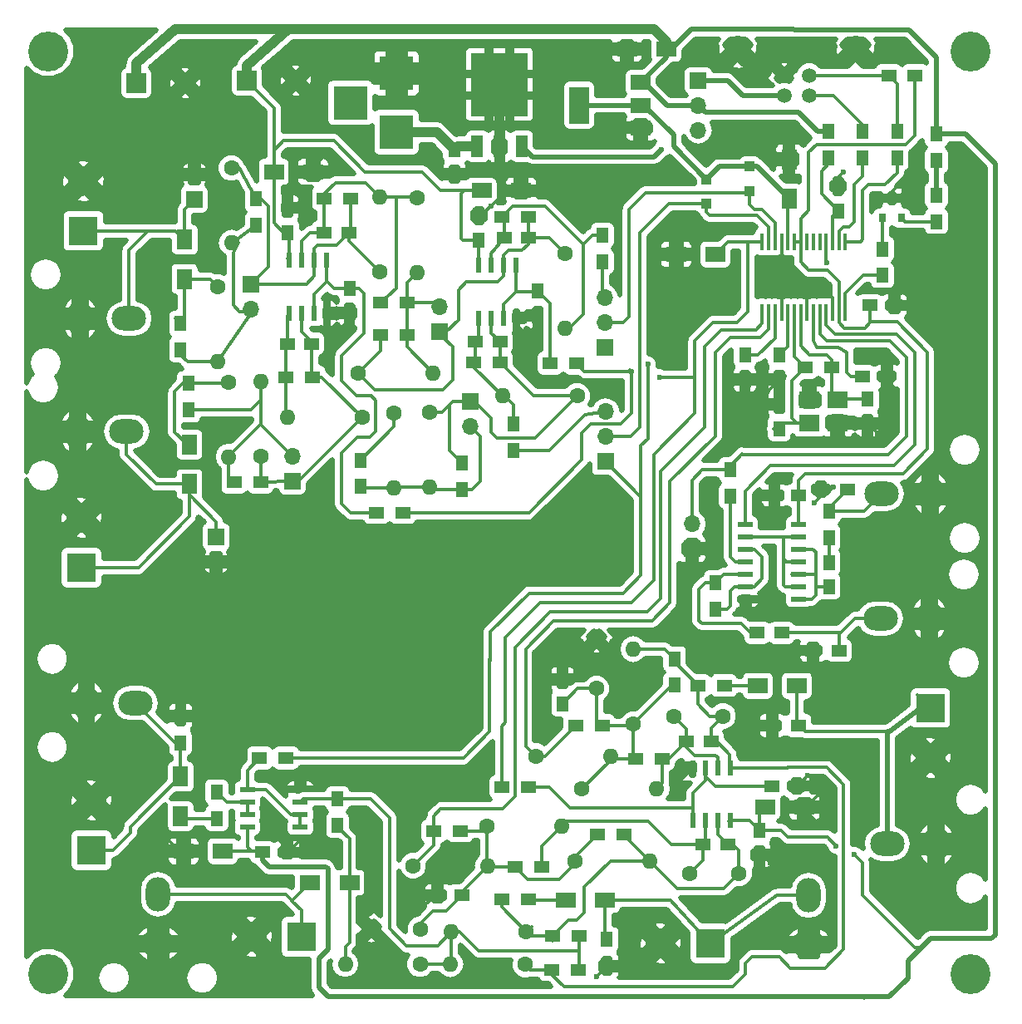
<source format=gbr>
G04 #@! TF.FileFunction,Copper,L1,Top,Signal*
%FSLAX46Y46*%
G04 Gerber Fmt 4.6, Leading zero omitted, Abs format (unit mm)*
G04 Created by KiCad (PCBNEW 4.0.7) date 02/09/21 22:21:39*
%MOMM*%
%LPD*%
G01*
G04 APERTURE LIST*
%ADD10C,0.100000*%
%ADD11R,3.000000X3.000000*%
%ADD12C,3.000000*%
%ADD13R,1.550000X0.600000*%
%ADD14R,1.500000X1.250000*%
%ADD15R,1.300000X1.500000*%
%ADD16O,2.500000X3.500000*%
%ADD17O,3.500000X2.500000*%
%ADD18R,1.600000X2.000000*%
%ADD19R,0.600000X1.550000*%
%ADD20R,1.250000X1.500000*%
%ADD21C,1.600000*%
%ADD22C,1.520000*%
%ADD23C,2.700000*%
%ADD24R,0.800000X0.900000*%
%ADD25R,1.500000X1.300000*%
%ADD26O,1.600000X1.600000*%
%ADD27R,2.000000X3.800000*%
%ADD28R,2.000000X1.500000*%
%ADD29R,0.450000X1.750000*%
%ADD30R,2.100000X1.800000*%
%ADD31R,1.700000X1.700000*%
%ADD32O,1.700000X1.700000*%
%ADD33C,4.064000*%
%ADD34R,2.000000X1.600000*%
%ADD35R,1.000000X1.000000*%
%ADD36R,2.000000X2.000000*%
%ADD37C,2.000000*%
%ADD38R,3.500000X3.500000*%
%ADD39R,1.200000X2.200000*%
%ADD40R,5.800000X6.400000*%
%ADD41R,2.750000X3.050000*%
%ADD42R,1.500000X0.600000*%
%ADD43C,0.600000*%
%ADD44C,0.500000*%
%ADD45C,0.350000*%
%ADD46C,1.000000*%
%ADD47C,0.250000*%
G04 APERTURE END LIST*
D10*
D11*
X58800000Y-123200000D03*
D12*
X53720000Y-123200000D03*
D13*
X58700000Y-112005000D03*
X58700000Y-110735000D03*
X58700000Y-109465000D03*
X58700000Y-108195000D03*
X53300000Y-108195000D03*
X53300000Y-109465000D03*
X53300000Y-110735000D03*
X53300000Y-112005000D03*
D11*
X122900000Y-99900000D03*
D12*
X122900000Y-104980000D03*
D14*
X57350000Y-114600000D03*
X54850000Y-114600000D03*
D15*
X50200000Y-108450000D03*
X50200000Y-111150000D03*
X102500000Y-78350000D03*
X102500000Y-75650000D03*
D16*
X36000000Y-71750000D03*
D17*
X41000000Y-71750000D03*
D18*
X46500000Y-110900000D03*
X46500000Y-106900000D03*
D19*
X57595000Y-59700000D03*
X58865000Y-59700000D03*
X60135000Y-59700000D03*
X61405000Y-59700000D03*
X61405000Y-54300000D03*
X60135000Y-54300000D03*
X58865000Y-54300000D03*
X57595000Y-54300000D03*
D20*
X113500000Y-49250000D03*
X113500000Y-46750000D03*
X104000000Y-66450000D03*
X104000000Y-63950000D03*
D14*
X116750000Y-58900000D03*
X119250000Y-58900000D03*
X115950000Y-66100000D03*
X118450000Y-66100000D03*
D20*
X107500000Y-66450000D03*
X107500000Y-63950000D03*
X116500000Y-68450000D03*
X116500000Y-70950000D03*
X107500000Y-71450000D03*
X107500000Y-68950000D03*
D14*
X72680000Y-118970000D03*
X75180000Y-118970000D03*
D21*
X65940000Y-122430000D03*
X70940000Y-122430000D03*
D14*
X99750000Y-113800000D03*
X102250000Y-113800000D03*
D21*
X98400000Y-116730000D03*
X103400000Y-116730000D03*
D20*
X105470000Y-114880000D03*
X105470000Y-112380000D03*
D15*
X123500000Y-44150000D03*
X123500000Y-41450000D03*
D22*
X110540000Y-37500000D03*
X108000000Y-37500000D03*
X108000000Y-35500000D03*
X110540000Y-35500000D03*
D23*
X115270000Y-32800000D03*
X103270000Y-32800000D03*
D11*
X100500000Y-123900000D03*
D12*
X95420000Y-123900000D03*
D24*
X118050000Y-50000000D03*
X119950000Y-50000000D03*
X119000000Y-48000000D03*
D25*
X118650000Y-35500000D03*
X121350000Y-35500000D03*
D15*
X112500000Y-43850000D03*
X112500000Y-41150000D03*
X119500000Y-43850000D03*
X119500000Y-41150000D03*
X116000000Y-43850000D03*
X116000000Y-41150000D03*
X118000000Y-55850000D03*
X118000000Y-53150000D03*
D25*
X110150000Y-65200000D03*
X112850000Y-65200000D03*
D15*
X123500000Y-47650000D03*
X123500000Y-50350000D03*
D21*
X70180000Y-115980000D03*
D26*
X77800000Y-115980000D03*
D25*
X72300000Y-112430000D03*
X75000000Y-112430000D03*
D21*
X86680000Y-115480000D03*
D26*
X94300000Y-115480000D03*
D25*
X88990000Y-112780000D03*
X91690000Y-112780000D03*
X80600000Y-116090000D03*
X83300000Y-116090000D03*
D21*
X77690000Y-111940000D03*
D26*
X85310000Y-111940000D03*
D25*
X79230000Y-119420000D03*
X81930000Y-119420000D03*
D27*
X87100000Y-38500000D03*
D28*
X93400000Y-38500000D03*
X93400000Y-36200000D03*
X93400000Y-40800000D03*
D29*
X114225000Y-52400000D03*
X113575000Y-52400000D03*
X112925000Y-52400000D03*
X112275000Y-52400000D03*
X111625000Y-52400000D03*
X110975000Y-52400000D03*
X110325000Y-52400000D03*
X109675000Y-52400000D03*
X109025000Y-52400000D03*
X108375000Y-52400000D03*
X107725000Y-52400000D03*
X107075000Y-52400000D03*
X106425000Y-52400000D03*
X105775000Y-52400000D03*
X105775000Y-59600000D03*
X106425000Y-59600000D03*
X107075000Y-59600000D03*
X107725000Y-59600000D03*
X108375000Y-59600000D03*
X109025000Y-59600000D03*
X109675000Y-59600000D03*
X110325000Y-59600000D03*
X110975000Y-59600000D03*
X111625000Y-59600000D03*
X112275000Y-59600000D03*
X112925000Y-59600000D03*
X113575000Y-59600000D03*
X114225000Y-59600000D03*
D19*
X102485000Y-105990000D03*
X101215000Y-105990000D03*
X99945000Y-105990000D03*
X98675000Y-105990000D03*
X98675000Y-111390000D03*
X99945000Y-111390000D03*
X101215000Y-111390000D03*
X102485000Y-111390000D03*
D30*
X113450000Y-68550000D03*
X110550000Y-68550000D03*
X110550000Y-70850000D03*
X113450000Y-70850000D03*
D20*
X85410000Y-96990000D03*
X85410000Y-99490000D03*
D21*
X88880000Y-92930000D03*
X88880000Y-97930000D03*
D14*
X98050000Y-103310000D03*
X100550000Y-103310000D03*
D21*
X96760000Y-100750000D03*
X101760000Y-100750000D03*
X82670000Y-104800000D03*
D26*
X90290000Y-104800000D03*
D25*
X86740000Y-101670000D03*
X89440000Y-101670000D03*
D21*
X92620000Y-101540000D03*
D26*
X92620000Y-93920000D03*
D15*
X96810000Y-97590000D03*
X96810000Y-94890000D03*
D25*
X92870000Y-105100000D03*
X95570000Y-105100000D03*
D21*
X87400000Y-108130000D03*
D26*
X95020000Y-108130000D03*
D25*
X99190000Y-97600000D03*
X101890000Y-97600000D03*
D14*
X109290000Y-107850000D03*
X106790000Y-107850000D03*
D25*
X84400000Y-123080000D03*
X87100000Y-123080000D03*
D21*
X81720000Y-122680000D03*
D26*
X74100000Y-122680000D03*
D21*
X81610000Y-126030000D03*
D26*
X73990000Y-126030000D03*
D25*
X84340000Y-126570000D03*
X87040000Y-126570000D03*
D11*
X36600000Y-51300000D03*
D12*
X36600000Y-46220000D03*
D15*
X89940000Y-126190000D03*
X89940000Y-123490000D03*
D25*
X106780000Y-101690000D03*
X109480000Y-101690000D03*
D31*
X89700000Y-63200000D03*
D32*
X89700000Y-60660000D03*
X89700000Y-58120000D03*
D15*
X75200000Y-77650000D03*
X75200000Y-74950000D03*
X46500000Y-63450000D03*
X46500000Y-60750000D03*
D21*
X50300000Y-57000000D03*
D26*
X50300000Y-64620000D03*
D25*
X61150000Y-48000000D03*
X63850000Y-48000000D03*
D21*
X66800000Y-55500000D03*
D26*
X66800000Y-47880000D03*
D20*
X57400000Y-48950000D03*
X57400000Y-51450000D03*
D11*
X36400000Y-85600000D03*
D12*
X36400000Y-80520000D03*
D31*
X89800000Y-74800000D03*
D32*
X89800000Y-72260000D03*
X89800000Y-69720000D03*
D15*
X47300000Y-69550000D03*
X47300000Y-66850000D03*
D21*
X51400000Y-66700000D03*
D26*
X51400000Y-74320000D03*
D25*
X57250000Y-66200000D03*
X59950000Y-66200000D03*
D21*
X65000000Y-70300000D03*
D26*
X57380000Y-70300000D03*
D33*
X33000000Y-33000000D03*
X127000000Y-33000000D03*
X127000000Y-127000000D03*
X33000000Y-127000000D03*
D20*
X76900000Y-49750000D03*
X76900000Y-52250000D03*
X82900000Y-57450000D03*
X82900000Y-59950000D03*
D25*
X69550000Y-58600000D03*
X66850000Y-58600000D03*
D21*
X70600000Y-47900000D03*
D26*
X70600000Y-55520000D03*
D15*
X64800000Y-77350000D03*
X64800000Y-74650000D03*
D21*
X68200000Y-69900000D03*
D26*
X68200000Y-77520000D03*
D25*
X79250000Y-49900000D03*
X81950000Y-49900000D03*
D21*
X85700000Y-53600000D03*
D26*
X85700000Y-61220000D03*
D25*
X76350000Y-64700000D03*
X79050000Y-64700000D03*
D21*
X86900000Y-68100000D03*
D26*
X79280000Y-68100000D03*
D19*
X76895000Y-60200000D03*
X78165000Y-60200000D03*
X79435000Y-60200000D03*
X80705000Y-60200000D03*
X80705000Y-54800000D03*
X79435000Y-54800000D03*
X78165000Y-54800000D03*
X76895000Y-54800000D03*
D31*
X53700000Y-56700000D03*
D32*
X53700000Y-59240000D03*
D31*
X57900000Y-76800000D03*
D32*
X57900000Y-74260000D03*
D31*
X72900000Y-61600000D03*
D32*
X72900000Y-59060000D03*
D31*
X76000000Y-68700000D03*
D32*
X76000000Y-71240000D03*
D34*
X95980000Y-32766000D03*
X91980000Y-32766000D03*
D18*
X108500000Y-48000000D03*
X108500000Y-44000000D03*
X46900000Y-56200000D03*
X46900000Y-52200000D03*
D34*
X101000000Y-53700000D03*
X97000000Y-53700000D03*
X106070000Y-110000000D03*
X110070000Y-110000000D03*
X85730000Y-119470000D03*
X89730000Y-119470000D03*
X105310000Y-97640000D03*
X109310000Y-97640000D03*
X50800000Y-114500000D03*
X46800000Y-114500000D03*
X56000000Y-45300000D03*
X60000000Y-45300000D03*
D18*
X47400000Y-73100000D03*
X47400000Y-77100000D03*
D34*
X77200000Y-47200000D03*
X81200000Y-47200000D03*
D14*
X63650000Y-51500000D03*
X61150000Y-51500000D03*
X59850000Y-62800000D03*
X57350000Y-62800000D03*
X81950000Y-52000000D03*
X79450000Y-52000000D03*
X79050000Y-62600000D03*
X76550000Y-62600000D03*
D31*
X98600000Y-83700000D03*
D32*
X98600000Y-81160000D03*
D15*
X89500000Y-54450000D03*
X89500000Y-51750000D03*
X80400000Y-73650000D03*
X80400000Y-70950000D03*
D35*
X104500000Y-44750000D03*
X104500000Y-47250000D03*
X100100000Y-46050000D03*
X100100000Y-48550000D03*
D25*
X54550000Y-105000000D03*
X57250000Y-105000000D03*
D21*
X70900000Y-126000000D03*
D26*
X63280000Y-126000000D03*
D15*
X62500000Y-109150000D03*
X62500000Y-111850000D03*
D34*
X63700000Y-117700000D03*
X59700000Y-117700000D03*
D15*
X46500000Y-100750000D03*
X46500000Y-103450000D03*
D20*
X112590000Y-85070000D03*
X112590000Y-87570000D03*
D15*
X112570000Y-82540000D03*
X112570000Y-79840000D03*
D25*
X111750000Y-77620000D03*
X114450000Y-77620000D03*
D14*
X107750000Y-92250000D03*
X105250000Y-92250000D03*
D15*
X101000000Y-87150000D03*
X101000000Y-89850000D03*
D25*
X113610000Y-94050000D03*
X110910000Y-94050000D03*
D16*
X36250000Y-60250000D03*
D17*
X41250000Y-60250000D03*
D16*
X36900000Y-99400000D03*
D17*
X41900000Y-99400000D03*
X44200000Y-123900000D03*
D16*
X44200000Y-118900000D03*
X122800000Y-90800000D03*
D17*
X117800000Y-90800000D03*
D16*
X122900000Y-78100000D03*
D17*
X117900000Y-78100000D03*
D16*
X123500000Y-113750000D03*
D17*
X118500000Y-113750000D03*
X110500000Y-124000000D03*
D16*
X110500000Y-119000000D03*
D36*
X42000000Y-36250000D03*
D37*
X47000000Y-36250000D03*
D36*
X53250000Y-36000000D03*
D37*
X58250000Y-36000000D03*
D20*
X74400000Y-45550000D03*
X74400000Y-43050000D03*
D38*
X68500000Y-41250000D03*
X68500000Y-35250000D03*
X63800000Y-38250000D03*
D31*
X99250000Y-36000000D03*
D32*
X99250000Y-38540000D03*
X99250000Y-41080000D03*
D39*
X76720000Y-42700000D03*
X79000000Y-42700000D03*
X81280000Y-42700000D03*
D40*
X79000000Y-36400000D03*
D41*
X80525000Y-34725000D03*
X77475000Y-38075000D03*
X77475000Y-34725000D03*
X80525000Y-38075000D03*
D14*
X107000000Y-78250000D03*
X109500000Y-78250000D03*
D42*
X104050000Y-81190000D03*
X104050000Y-82460000D03*
X104050000Y-83730000D03*
X104050000Y-85000000D03*
X104050000Y-86270000D03*
X104050000Y-87540000D03*
X104050000Y-88810000D03*
X109450000Y-88810000D03*
X109450000Y-87540000D03*
X109450000Y-86270000D03*
X109450000Y-85000000D03*
X109450000Y-83730000D03*
X109450000Y-82460000D03*
X109450000Y-81190000D03*
D31*
X47900000Y-48100000D03*
D32*
X47900000Y-45560000D03*
D31*
X50120000Y-82480000D03*
D32*
X50120000Y-85020000D03*
D15*
X54200000Y-50750000D03*
X54200000Y-48050000D03*
D21*
X51700000Y-44900000D03*
D26*
X51700000Y-52520000D03*
D25*
X51950000Y-76900000D03*
X54650000Y-76900000D03*
D21*
X54700000Y-74300000D03*
D26*
X54700000Y-66680000D03*
D25*
X69550000Y-61900000D03*
X66850000Y-61900000D03*
D21*
X64600000Y-65800000D03*
D26*
X72220000Y-65800000D03*
D21*
X71900000Y-69800000D03*
D26*
X71900000Y-77420000D03*
D20*
X63700000Y-57150000D03*
X63700000Y-59650000D03*
D25*
X66450000Y-80000000D03*
X69150000Y-80000000D03*
X84150000Y-64800000D03*
X86850000Y-64800000D03*
X81950000Y-108000000D03*
X79250000Y-108000000D03*
D11*
X37400000Y-114400000D03*
D12*
X37400000Y-109320000D03*
D43*
X113300000Y-113940000D03*
X115170000Y-114860000D03*
X88900000Y-127300000D03*
X104800000Y-118400000D03*
X111600000Y-108600000D03*
X110400000Y-106800000D03*
X109100000Y-94500000D03*
X113000000Y-77400000D03*
X119500000Y-67600000D03*
X102400000Y-67400000D03*
X57100000Y-108400000D03*
X60600000Y-107600000D03*
X58700000Y-113400000D03*
X56200000Y-113200000D03*
X45100000Y-113200000D03*
X46200000Y-116200000D03*
X47400000Y-98600000D03*
X45700000Y-98400000D03*
X79400000Y-47500000D03*
X78100000Y-48800000D03*
X106100000Y-103200000D03*
X91500000Y-40600000D03*
X93100000Y-42100000D03*
X103300000Y-90100000D03*
X105900000Y-88400000D03*
X97300000Y-105900000D03*
X106400000Y-76800000D03*
X111100000Y-79000000D03*
X71400000Y-120000000D03*
X91500000Y-126900000D03*
X106600000Y-115700000D03*
X111300000Y-111500000D03*
X111100000Y-107700000D03*
X97400000Y-107300000D03*
X105300000Y-101200000D03*
X111100000Y-95900000D03*
X119100000Y-64500000D03*
X117500000Y-71900000D03*
X114100000Y-72400000D03*
X111200000Y-66900000D03*
X104900000Y-69200000D03*
X106000000Y-68000000D03*
X103900000Y-68100000D03*
X120700000Y-59400000D03*
X119900000Y-57600000D03*
X112600000Y-57800000D03*
X110300000Y-58000000D03*
X107600000Y-57700000D03*
X107600000Y-54500000D03*
X112300000Y-54500000D03*
X119700000Y-46600000D03*
X114000000Y-45300000D03*
X109300000Y-41900000D03*
X106700000Y-43200000D03*
X96800000Y-55100000D03*
X96000000Y-51900000D03*
X62200000Y-44900000D03*
X58700000Y-48500000D03*
X61100000Y-43700000D03*
X81400000Y-61600000D03*
X76100000Y-44700000D03*
X71600000Y-44300000D03*
X61600000Y-61400000D03*
X62700000Y-61300000D03*
X82500000Y-61400000D03*
X92400000Y-65600000D03*
X95300000Y-66200000D03*
X94100000Y-64900000D03*
X95500000Y-43000000D03*
D44*
X116220000Y-129300000D02*
X61500000Y-129300000D01*
X54850000Y-115450000D02*
X54850000Y-114600000D01*
X55500000Y-116100000D02*
X54850000Y-115450000D01*
X61300000Y-116100000D02*
X55500000Y-116100000D01*
X61500000Y-116300000D02*
X61300000Y-116100000D01*
X61500000Y-124500000D02*
X61500000Y-116300000D01*
X60600000Y-125400000D02*
X61500000Y-124500000D01*
X60600000Y-128400000D02*
X60600000Y-125400000D01*
X61500000Y-129300000D02*
X60600000Y-128400000D01*
D45*
X53300000Y-112005000D02*
X53300000Y-114100000D01*
X53300000Y-114100000D02*
X53700000Y-114500000D01*
X50800000Y-114500000D02*
X53700000Y-114500000D01*
X53700000Y-114500000D02*
X54750000Y-114500000D01*
X54750000Y-114500000D02*
X54850000Y-114600000D01*
X42000000Y-36250000D02*
X42000000Y-36700000D01*
X56000000Y-44300000D02*
X56000000Y-38750000D01*
X56000000Y-38750000D02*
X53250000Y-36000000D01*
X42800000Y-37050000D02*
X42000000Y-36250000D01*
X41450000Y-36250000D02*
X42000000Y-36250000D01*
X122000000Y-124300000D02*
X121340000Y-124300000D01*
X107690000Y-112380000D02*
X105470000Y-112380000D01*
X108380000Y-113070000D02*
X107690000Y-112380000D01*
X112430000Y-113070000D02*
X108380000Y-113070000D01*
X113300000Y-113940000D02*
X112430000Y-113070000D01*
X115980000Y-115670000D02*
X115170000Y-114860000D01*
X115980000Y-118940000D02*
X115980000Y-115670000D01*
X121340000Y-124300000D02*
X115980000Y-118940000D01*
D44*
X126450000Y-41450000D02*
X123500000Y-41450000D01*
X126450000Y-41450000D02*
X129500000Y-44500000D01*
X129500000Y-44500000D02*
X129500000Y-123000000D01*
X129100000Y-123400000D02*
X129500000Y-123000000D01*
X129100000Y-123400000D02*
X122900000Y-123400000D01*
X122900000Y-123400000D02*
X122000000Y-124300000D01*
X122000000Y-124300000D02*
X120600000Y-125700000D01*
X120600000Y-125700000D02*
X120600000Y-127400000D01*
X120600000Y-127400000D02*
X118700000Y-129300000D01*
X116220000Y-129300000D02*
X116160000Y-129360000D01*
X118700000Y-129300000D02*
X116220000Y-129300000D01*
D45*
X105470000Y-112380000D02*
X105470000Y-110600000D01*
X105470000Y-110600000D02*
X106070000Y-110000000D01*
X102485000Y-111390000D02*
X104480000Y-111390000D01*
X104480000Y-111390000D02*
X105470000Y-112380000D01*
X102350000Y-111450000D02*
X102410000Y-111390000D01*
X102410000Y-111390000D02*
X102485000Y-111390000D01*
D46*
X57500000Y-30750000D02*
X46000000Y-30750000D01*
X46000000Y-30750000D02*
X42000000Y-34250000D01*
X42000000Y-34250000D02*
X42000000Y-36250000D01*
X95980000Y-32766000D02*
X95980000Y-31980000D01*
X95980000Y-31980000D02*
X94750000Y-30750000D01*
X53250000Y-34500000D02*
X53250000Y-36000000D01*
X57500000Y-30750000D02*
X53250000Y-34500000D01*
X94750000Y-30750000D02*
X57500000Y-30750000D01*
D44*
X112500000Y-41150000D02*
X111400000Y-41150000D01*
X99960000Y-39250000D02*
X99250000Y-38540000D01*
X109500000Y-39250000D02*
X99960000Y-39250000D01*
X111400000Y-41150000D02*
X109500000Y-39250000D01*
X93700000Y-36200000D02*
X96040000Y-38540000D01*
X96040000Y-38540000D02*
X99250000Y-38540000D01*
X93400000Y-36200000D02*
X93700000Y-36200000D01*
X95980000Y-32766000D02*
X95980000Y-33620000D01*
X95980000Y-33620000D02*
X93400000Y-36200000D01*
X96520000Y-32766000D02*
X98552000Y-30734000D01*
X108966000Y-30734000D02*
X109032000Y-30800000D01*
X98552000Y-30734000D02*
X108966000Y-30734000D01*
X123500000Y-33600000D02*
X123500000Y-41450000D01*
X120700000Y-30800000D02*
X123500000Y-33600000D01*
X109032000Y-30800000D02*
X120700000Y-30800000D01*
X95980000Y-32766000D02*
X96520000Y-32766000D01*
D45*
X56000000Y-45300000D02*
X56000000Y-44300000D01*
X56000000Y-44300000D02*
X56000000Y-43100000D01*
X73000000Y-47200000D02*
X75900000Y-47200000D01*
X71100000Y-45300000D02*
X73000000Y-47200000D01*
X65300000Y-45300000D02*
X71100000Y-45300000D01*
X62100000Y-42100000D02*
X65300000Y-45300000D01*
X57000000Y-42100000D02*
X62100000Y-42100000D01*
X56000000Y-43100000D02*
X57000000Y-42100000D01*
X77200000Y-47200000D02*
X75900000Y-47200000D01*
X75900000Y-47200000D02*
X75400000Y-47200000D01*
X75400000Y-47200000D02*
X75100000Y-47500000D01*
X75100000Y-47500000D02*
X75100000Y-52100000D01*
X75100000Y-52100000D02*
X75250000Y-52250000D01*
X75250000Y-52250000D02*
X76900000Y-52250000D01*
X76900000Y-52250000D02*
X76900000Y-54795000D01*
X76900000Y-54795000D02*
X76895000Y-54800000D01*
X57400000Y-51450000D02*
X56950000Y-51450000D01*
X56950000Y-51450000D02*
X56000000Y-50500000D01*
X56000000Y-50500000D02*
X56000000Y-45300000D01*
X76895000Y-52255000D02*
X76900000Y-52250000D01*
X76795000Y-52355000D02*
X76900000Y-52250000D01*
X57400000Y-51450000D02*
X57150000Y-51450000D01*
X57595000Y-54300000D02*
X57595000Y-51645000D01*
X57595000Y-51645000D02*
X57400000Y-51450000D01*
X57400000Y-54105000D02*
X57595000Y-54300000D01*
X89940000Y-126190000D02*
X89940000Y-126260000D01*
X89940000Y-126260000D02*
X88900000Y-127300000D01*
X105470000Y-114880000D02*
X105470000Y-117730000D01*
X105470000Y-117730000D02*
X104800000Y-118400000D01*
X110070000Y-110000000D02*
X110200000Y-110000000D01*
X110200000Y-110000000D02*
X111600000Y-108600000D01*
X109290000Y-107850000D02*
X109350000Y-107850000D01*
X109350000Y-107850000D02*
X110400000Y-106800000D01*
X110910000Y-94050000D02*
X109550000Y-94050000D01*
X109550000Y-94050000D02*
X109100000Y-94500000D01*
X111750000Y-77620000D02*
X112780000Y-77620000D01*
X112780000Y-77620000D02*
X113000000Y-77400000D01*
X118450000Y-66100000D02*
X118450000Y-66550000D01*
X118450000Y-66550000D02*
X119500000Y-67600000D01*
X104000000Y-66450000D02*
X103350000Y-66450000D01*
X103350000Y-66450000D02*
X102400000Y-67400000D01*
X58700000Y-108195000D02*
X57305000Y-108195000D01*
X57305000Y-108195000D02*
X57100000Y-108400000D01*
X58700000Y-108195000D02*
X60005000Y-108195000D01*
X60005000Y-108195000D02*
X60600000Y-107600000D01*
X57350000Y-114600000D02*
X57500000Y-114600000D01*
X57500000Y-114600000D02*
X58700000Y-113400000D01*
X57350000Y-114600000D02*
X57350000Y-114150000D01*
X57350000Y-114150000D02*
X56400000Y-113200000D01*
X56400000Y-113200000D02*
X56200000Y-113200000D01*
X46800000Y-114500000D02*
X46400000Y-114500000D01*
X46400000Y-114500000D02*
X45100000Y-113200000D01*
X46800000Y-114500000D02*
X46800000Y-114900000D01*
X46800000Y-114500000D02*
X46800000Y-115600000D01*
X46800000Y-115600000D02*
X46200000Y-116200000D01*
X46500000Y-100750000D02*
X46500000Y-99500000D01*
X46500000Y-99500000D02*
X47400000Y-98600000D01*
X46500000Y-100750000D02*
X46500000Y-99200000D01*
X46500000Y-99200000D02*
X45700000Y-98400000D01*
X78100000Y-48800000D02*
X79400000Y-47500000D01*
X81200000Y-47200000D02*
X79700000Y-47200000D01*
X79700000Y-47200000D02*
X79400000Y-47500000D01*
X78100000Y-48800000D02*
X77150000Y-49750000D01*
X106780000Y-101690000D02*
X106780000Y-102520000D01*
X106780000Y-102520000D02*
X106100000Y-103200000D01*
X93400000Y-40800000D02*
X91700000Y-40800000D01*
X91700000Y-40800000D02*
X91500000Y-40600000D01*
X93400000Y-40800000D02*
X93400000Y-41800000D01*
X93400000Y-41800000D02*
X93100000Y-42100000D01*
X104050000Y-88810000D02*
X104050000Y-89350000D01*
X104050000Y-89350000D02*
X103300000Y-90100000D01*
X104050000Y-88810000D02*
X105490000Y-88810000D01*
X105490000Y-88810000D02*
X105900000Y-88400000D01*
X98675000Y-105990000D02*
X97390000Y-105990000D01*
X97390000Y-105990000D02*
X97300000Y-105900000D01*
X107000000Y-78250000D02*
X107000000Y-77400000D01*
X107000000Y-77400000D02*
X106400000Y-76800000D01*
X111750000Y-77620000D02*
X111750000Y-78350000D01*
X111750000Y-78350000D02*
X111100000Y-79000000D01*
X72680000Y-118970000D02*
X72430000Y-118970000D01*
X72430000Y-118970000D02*
X71400000Y-120000000D01*
X89940000Y-126190000D02*
X90790000Y-126190000D01*
X90790000Y-126190000D02*
X91500000Y-126900000D01*
X105470000Y-114880000D02*
X105780000Y-114880000D01*
X105780000Y-114880000D02*
X106600000Y-115700000D01*
X110070000Y-110000000D02*
X110070000Y-110270000D01*
X110070000Y-110270000D02*
X111300000Y-111500000D01*
X109290000Y-107850000D02*
X110950000Y-107850000D01*
X110950000Y-107850000D02*
X111100000Y-107700000D01*
X98675000Y-105990000D02*
X98675000Y-106025000D01*
X98675000Y-106025000D02*
X97400000Y-107300000D01*
X106780000Y-101690000D02*
X105790000Y-101690000D01*
X105790000Y-101690000D02*
X105300000Y-101200000D01*
X110910000Y-94050000D02*
X110910000Y-95710000D01*
X110910000Y-95710000D02*
X111100000Y-95900000D01*
X118450000Y-66100000D02*
X118450000Y-65150000D01*
X118450000Y-65150000D02*
X119100000Y-64500000D01*
X116500000Y-70950000D02*
X116550000Y-70950000D01*
X116550000Y-70950000D02*
X117500000Y-71900000D01*
X113450000Y-70850000D02*
X113450000Y-71750000D01*
X113450000Y-71750000D02*
X114100000Y-72400000D01*
X110550000Y-68550000D02*
X110550000Y-67550000D01*
X110550000Y-67550000D02*
X111200000Y-66900000D01*
X107500000Y-68950000D02*
X105150000Y-68950000D01*
X105150000Y-68950000D02*
X104900000Y-69200000D01*
X107500000Y-66450000D02*
X107500000Y-66500000D01*
X107500000Y-66500000D02*
X106000000Y-68000000D01*
X104000000Y-66450000D02*
X104000000Y-68000000D01*
X104000000Y-68000000D02*
X103900000Y-68100000D01*
X119250000Y-58900000D02*
X120200000Y-58900000D01*
X120200000Y-58900000D02*
X120700000Y-59400000D01*
X119250000Y-58900000D02*
X119250000Y-58250000D01*
X119250000Y-58250000D02*
X119900000Y-57600000D01*
X112925000Y-59600000D02*
X112925000Y-58125000D01*
X112925000Y-58125000D02*
X112600000Y-57800000D01*
X110325000Y-59600000D02*
X110325000Y-58025000D01*
X110325000Y-58025000D02*
X110300000Y-58000000D01*
X107725000Y-59600000D02*
X107725000Y-57825000D01*
X107725000Y-57825000D02*
X107600000Y-57700000D01*
X107725000Y-52400000D02*
X107725000Y-54375000D01*
X107725000Y-54375000D02*
X107600000Y-54500000D01*
X112275000Y-52400000D02*
X112275000Y-54475000D01*
X112275000Y-54475000D02*
X112300000Y-54500000D01*
X119000000Y-48000000D02*
X119000000Y-47300000D01*
X119000000Y-47300000D02*
X119700000Y-46600000D01*
X113500000Y-46750000D02*
X113500000Y-45800000D01*
X113500000Y-45800000D02*
X114000000Y-45300000D01*
X108500000Y-44000000D02*
X108500000Y-42700000D01*
X108500000Y-42700000D02*
X109300000Y-41900000D01*
X108500000Y-44000000D02*
X107500000Y-44000000D01*
X107500000Y-44000000D02*
X106700000Y-43200000D01*
X97000000Y-53700000D02*
X97000000Y-54900000D01*
X97000000Y-54900000D02*
X96800000Y-55100000D01*
X97000000Y-53700000D02*
X97000000Y-52900000D01*
X97000000Y-52900000D02*
X96000000Y-51900000D01*
X60000000Y-45300000D02*
X61800000Y-45300000D01*
X61800000Y-45300000D02*
X62200000Y-44900000D01*
X57400000Y-48950000D02*
X58250000Y-48950000D01*
X58250000Y-48950000D02*
X58700000Y-48500000D01*
X60000000Y-45300000D02*
X60000000Y-44800000D01*
X60000000Y-44800000D02*
X61100000Y-43700000D01*
X76900000Y-49750000D02*
X77150000Y-49750000D01*
X80705000Y-60200000D02*
X80705000Y-60905000D01*
X80705000Y-60905000D02*
X81400000Y-61600000D01*
X74400000Y-45550000D02*
X75250000Y-45550000D01*
X75250000Y-45550000D02*
X76100000Y-44700000D01*
X74400000Y-45550000D02*
X72850000Y-45550000D01*
X72850000Y-45550000D02*
X71600000Y-44300000D01*
X61405000Y-59700000D02*
X61405000Y-61205000D01*
X61405000Y-61205000D02*
X61600000Y-61400000D01*
X110070000Y-110000000D02*
X110330000Y-110000000D01*
X110070000Y-110000000D02*
X110070000Y-110740000D01*
X105470000Y-114880000D02*
X106040000Y-114880000D01*
X98675000Y-105990000D02*
X98675000Y-106185000D01*
X111750000Y-77620000D02*
X112420000Y-77620000D01*
X111750000Y-77620000D02*
X111750000Y-77990000D01*
D46*
X79000000Y-42700000D02*
X79000000Y-36400000D01*
D45*
X108500000Y-44000000D02*
X108500000Y-43300000D01*
X118450000Y-66100000D02*
X118450000Y-65950000D01*
X97000000Y-53700000D02*
X97000000Y-53300000D01*
X113500000Y-46750000D02*
X113500000Y-46500000D01*
X116500000Y-70950000D02*
X116450000Y-70950000D01*
X107500000Y-66450000D02*
X106950000Y-66450000D01*
D47*
X119250000Y-58900000D02*
X119250000Y-58950000D01*
D45*
X36900000Y-99400000D02*
X36900000Y-100900000D01*
X37800000Y-99400000D02*
X36900000Y-99400000D01*
X106560000Y-101520000D02*
X106730000Y-101690000D01*
X63700000Y-59650000D02*
X63700000Y-60300000D01*
X63700000Y-60300000D02*
X62700000Y-61300000D01*
X82900000Y-59950000D02*
X82900000Y-61000000D01*
X82900000Y-61000000D02*
X82500000Y-61400000D01*
D44*
X104500000Y-44750000D02*
X105250000Y-44750000D01*
X105250000Y-44750000D02*
X108500000Y-48000000D01*
X104500000Y-44750000D02*
X101400000Y-44750000D01*
X101400000Y-44750000D02*
X100100000Y-46050000D01*
X93400000Y-38500000D02*
X93750000Y-38500000D01*
X93750000Y-38500000D02*
X96750000Y-41500000D01*
X96750000Y-41500000D02*
X96750000Y-42700000D01*
X96750000Y-42700000D02*
X100100000Y-46050000D01*
X93400000Y-38500000D02*
X87100000Y-38500000D01*
D45*
X100100000Y-46050000D02*
X100100000Y-45800000D01*
X108375000Y-52400000D02*
X108375000Y-48125000D01*
X108375000Y-48125000D02*
X108500000Y-48000000D01*
D47*
X108375000Y-48125000D02*
X108500000Y-48000000D01*
D45*
X112925000Y-52400000D02*
X112925000Y-49825000D01*
X112925000Y-49825000D02*
X113500000Y-49250000D01*
X112500000Y-43850000D02*
X112500000Y-44500000D01*
X112500000Y-44500000D02*
X111800000Y-45200000D01*
X111800000Y-45200000D02*
X111800000Y-47550000D01*
X111800000Y-47550000D02*
X113500000Y-49250000D01*
X46900000Y-56200000D02*
X46900000Y-60350000D01*
X46900000Y-60350000D02*
X46500000Y-60750000D01*
X46900000Y-56200000D02*
X49500000Y-56200000D01*
X49500000Y-56200000D02*
X50300000Y-57000000D01*
X46000000Y-60250000D02*
X46500000Y-60750000D01*
X79250000Y-108000000D02*
X79250000Y-101750000D01*
X98900000Y-69900000D02*
X98900000Y-65800000D01*
X94700000Y-74100000D02*
X98900000Y-69900000D01*
X94700000Y-86900000D02*
X94700000Y-74100000D01*
X92400000Y-89200000D02*
X94700000Y-86900000D01*
X83100000Y-89200000D02*
X92400000Y-89200000D01*
X79600000Y-92700000D02*
X83100000Y-89200000D01*
X79600000Y-101400000D02*
X79600000Y-92700000D01*
X79250000Y-101750000D02*
X79600000Y-101400000D01*
X92400000Y-65600000D02*
X87650000Y-65600000D01*
X87650000Y-65600000D02*
X86850000Y-64800000D01*
X92400000Y-65600000D02*
X92400000Y-69900000D01*
X82000000Y-80000000D02*
X69150000Y-80000000D01*
X87400000Y-74600000D02*
X82000000Y-80000000D01*
X87400000Y-71900000D02*
X87400000Y-74600000D01*
X88300000Y-71000000D02*
X87400000Y-71900000D01*
X91300000Y-71000000D02*
X88300000Y-71000000D01*
X92400000Y-69900000D02*
X91300000Y-71000000D01*
X104330000Y-59510000D02*
X103210000Y-60630000D01*
X104330000Y-52400000D02*
X104330000Y-59510000D01*
X100800000Y-53500000D02*
X101000000Y-53700000D01*
X105775000Y-52400000D02*
X104330000Y-52400000D01*
X104330000Y-52400000D02*
X102300000Y-52400000D01*
X102300000Y-52400000D02*
X101000000Y-53700000D01*
X95300000Y-66200000D02*
X98900000Y-66200000D01*
X98900000Y-62500000D02*
X100770000Y-60630000D01*
X103210000Y-60630000D02*
X100770000Y-60630000D01*
X98900000Y-66200000D02*
X98900000Y-65800000D01*
X98900000Y-65800000D02*
X98900000Y-62500000D01*
X92400000Y-65600000D02*
X92300000Y-65500000D01*
X107050000Y-62250000D02*
X107050000Y-59625000D01*
X107050000Y-59625000D02*
X107075000Y-59600000D01*
X105350000Y-63950000D02*
X104000000Y-63950000D01*
X107050000Y-62250000D02*
X105350000Y-63950000D01*
X108375000Y-59600000D02*
X108375000Y-63075000D01*
X108375000Y-63075000D02*
X107500000Y-63950000D01*
X96370000Y-78100000D02*
X96370000Y-76830000D01*
X101000000Y-63700000D02*
X102500000Y-62200000D01*
X101000000Y-72200000D02*
X101000000Y-63700000D01*
X96370000Y-76830000D02*
X101000000Y-72200000D01*
X106425000Y-59600000D02*
X106425000Y-61315000D01*
X106425000Y-61315000D02*
X105540000Y-62200000D01*
X105540000Y-62200000D02*
X102500000Y-62200000D01*
X81650000Y-103780000D02*
X82670000Y-104800000D01*
X81650000Y-93870000D02*
X81650000Y-103780000D01*
X84490000Y-91030000D02*
X81650000Y-93870000D01*
X94550000Y-91030000D02*
X84490000Y-91030000D01*
X96370000Y-89210000D02*
X94550000Y-91030000D01*
X96370000Y-78100000D02*
X96370000Y-89210000D01*
X82670000Y-104800000D02*
X83610000Y-104800000D01*
X83610000Y-104800000D02*
X86740000Y-101670000D01*
X109675000Y-59600000D02*
X109675000Y-62975000D01*
X112850000Y-64450000D02*
X112850000Y-65200000D01*
X112300000Y-63900000D02*
X112850000Y-64450000D01*
X110600000Y-63900000D02*
X112300000Y-63900000D01*
X109675000Y-62975000D02*
X110600000Y-63900000D01*
X116500000Y-68450000D02*
X113550000Y-68450000D01*
X113550000Y-68450000D02*
X113450000Y-68550000D01*
X112850000Y-65200000D02*
X112850000Y-67950000D01*
X112850000Y-67950000D02*
X113450000Y-68550000D01*
D47*
X116400000Y-68550000D02*
X116500000Y-68450000D01*
X112850000Y-67950000D02*
X113450000Y-68550000D01*
D45*
X109025000Y-59600000D02*
X109025000Y-64075000D01*
X109025000Y-64075000D02*
X110150000Y-65200000D01*
X107500000Y-71450000D02*
X106950000Y-71450000D01*
X110550000Y-70850000D02*
X108100000Y-70850000D01*
X108100000Y-70850000D02*
X107500000Y-71450000D01*
X110150000Y-65200000D02*
X110150000Y-65250000D01*
X110150000Y-65250000D02*
X108800000Y-66600000D01*
X109250000Y-70850000D02*
X110550000Y-70850000D01*
X108800000Y-70400000D02*
X109250000Y-70850000D01*
X108800000Y-66600000D02*
X108800000Y-70400000D01*
D47*
X110150000Y-65200000D02*
X109900000Y-65200000D01*
D45*
X70940000Y-122430000D02*
X70940000Y-121890000D01*
X70940000Y-121890000D02*
X72230000Y-120600000D01*
X72230000Y-120600000D02*
X73550000Y-120600000D01*
X73550000Y-120600000D02*
X75180000Y-118970000D01*
X75180000Y-118970000D02*
X75180000Y-118600000D01*
X75180000Y-118600000D02*
X77800000Y-115980000D01*
X75000000Y-112430000D02*
X77200000Y-112430000D01*
X77200000Y-112430000D02*
X77690000Y-111940000D01*
X77690000Y-111940000D02*
X77690000Y-115870000D01*
X77690000Y-115870000D02*
X77800000Y-115980000D01*
X80600000Y-116090000D02*
X77910000Y-116090000D01*
X77910000Y-116090000D02*
X77800000Y-115980000D01*
X86680000Y-115480000D02*
X86680000Y-115760000D01*
X86680000Y-115760000D02*
X85090000Y-117350000D01*
X81860000Y-117350000D02*
X80600000Y-116090000D01*
X85090000Y-117350000D02*
X81860000Y-117350000D01*
X86680000Y-115480000D02*
X86680000Y-115090000D01*
X86680000Y-115090000D02*
X88990000Y-112780000D01*
X85310000Y-111940000D02*
X85320000Y-111940000D01*
X85320000Y-111940000D02*
X85860000Y-111400000D01*
X85860000Y-111400000D02*
X94140000Y-111400000D01*
X94140000Y-111400000D02*
X96540000Y-113800000D01*
X96540000Y-113800000D02*
X99750000Y-113800000D01*
X83300000Y-116090000D02*
X83300000Y-113950000D01*
X83300000Y-113950000D02*
X85310000Y-111940000D01*
X99750000Y-113800000D02*
X99750000Y-115380000D01*
X99750000Y-115380000D02*
X98400000Y-116730000D01*
X99945000Y-111390000D02*
X99945000Y-113605000D01*
X99945000Y-113605000D02*
X99750000Y-113800000D01*
X91690000Y-112780000D02*
X91690000Y-112870000D01*
X91690000Y-112870000D02*
X94300000Y-115480000D01*
X79230000Y-119420000D02*
X79230000Y-120190000D01*
X79230000Y-120190000D02*
X81720000Y-122680000D01*
X94300000Y-115480000D02*
X90300000Y-115480000D01*
X85970000Y-121510000D02*
X84400000Y-123080000D01*
X86830000Y-121510000D02*
X85970000Y-121510000D01*
X87620000Y-120720000D02*
X86830000Y-121510000D01*
X87620000Y-118160000D02*
X87620000Y-120720000D01*
X90300000Y-115480000D02*
X87620000Y-118160000D01*
X103400000Y-116730000D02*
X103400000Y-116780000D01*
X103400000Y-116780000D02*
X101860000Y-118320000D01*
X97140000Y-118320000D02*
X94300000Y-115480000D01*
X101860000Y-118320000D02*
X97140000Y-118320000D01*
X103400000Y-116930000D02*
X103400000Y-116730000D01*
X82240000Y-122160000D02*
X81720000Y-122680000D01*
X102250000Y-113800000D02*
X102770000Y-113800000D01*
X102770000Y-113800000D02*
X103400000Y-114430000D01*
X103400000Y-114430000D02*
X103400000Y-116730000D01*
X101215000Y-111390000D02*
X101215000Y-112765000D01*
X101215000Y-112765000D02*
X102250000Y-113800000D01*
X84400000Y-123080000D02*
X82120000Y-123080000D01*
X82120000Y-123080000D02*
X81720000Y-122680000D01*
X84410000Y-123070000D02*
X84410000Y-123620000D01*
X85730000Y-119470000D02*
X81980000Y-119470000D01*
X81980000Y-119470000D02*
X81930000Y-119420000D01*
X110500000Y-119000000D02*
X107300000Y-119000000D01*
X107300000Y-119000000D02*
X100500000Y-123900000D01*
X89730000Y-119470000D02*
X96430000Y-119470000D01*
X100600000Y-124040000D02*
X100500000Y-123900000D01*
X96430000Y-119470000D02*
X100600000Y-124040000D01*
X89730000Y-119470000D02*
X89730000Y-123280000D01*
X89730000Y-123280000D02*
X89940000Y-123490000D01*
X110540000Y-37500000D02*
X113000000Y-37500000D01*
X113000000Y-37500000D02*
X116000000Y-40500000D01*
X116000000Y-40500000D02*
X116000000Y-41150000D01*
X118650000Y-35500000D02*
X110540000Y-35500000D01*
X119500000Y-41150000D02*
X119500000Y-36350000D01*
X119500000Y-36350000D02*
X118650000Y-35500000D01*
X118050000Y-50000000D02*
X118050000Y-53100000D01*
X118050000Y-53100000D02*
X118000000Y-53150000D01*
X123500000Y-50350000D02*
X120300000Y-50350000D01*
X120300000Y-50350000D02*
X119950000Y-50000000D01*
X119500000Y-43850000D02*
X119500000Y-45400000D01*
X115800000Y-52400000D02*
X114225000Y-52400000D01*
X116000000Y-52200000D02*
X115800000Y-52400000D01*
X116000000Y-47200000D02*
X116000000Y-52200000D01*
X116600000Y-46600000D02*
X116000000Y-47200000D01*
X118300000Y-46600000D02*
X116600000Y-46600000D01*
X119500000Y-45400000D02*
X118300000Y-46600000D01*
X113575000Y-52400000D02*
X113575000Y-51325000D01*
X116000000Y-45700000D02*
X116000000Y-43850000D01*
X115100000Y-46600000D02*
X116000000Y-45700000D01*
X115100000Y-50400000D02*
X115100000Y-46600000D01*
X114600000Y-50900000D02*
X115100000Y-50400000D01*
X114000000Y-50900000D02*
X114600000Y-50900000D01*
X113575000Y-51325000D02*
X114000000Y-50900000D01*
X114225000Y-59600000D02*
X114225000Y-57675000D01*
X116050000Y-55850000D02*
X118000000Y-55850000D01*
X114225000Y-57675000D02*
X116050000Y-55850000D01*
X80580000Y-107900000D02*
X80580000Y-108920000D01*
X72300000Y-110900000D02*
X72300000Y-112430000D01*
X73000000Y-110200000D02*
X72300000Y-110900000D01*
X79300000Y-110200000D02*
X73000000Y-110200000D01*
X80580000Y-108920000D02*
X79300000Y-110200000D01*
X95440000Y-76400000D02*
X95440000Y-75760000D01*
X99900000Y-63080002D02*
X101590002Y-61390000D01*
X99900000Y-71300000D02*
X99900000Y-63080002D01*
X95440000Y-75760000D02*
X99900000Y-71300000D01*
X105775000Y-59600000D02*
X105775000Y-60755000D01*
X105140000Y-61390000D02*
X101590002Y-61390000D01*
X105775000Y-60755000D02*
X105140000Y-61390000D01*
X95440000Y-76400000D02*
X95440000Y-88740000D01*
X95440000Y-88740000D02*
X94050000Y-90130000D01*
X94050000Y-90130000D02*
X84160000Y-90130000D01*
X84160000Y-90130000D02*
X80580000Y-93710000D01*
X80580000Y-93710000D02*
X80580000Y-107900000D01*
X80580000Y-107900000D02*
X80580000Y-108130000D01*
X72430000Y-112430000D02*
X72300000Y-112430000D01*
X72300000Y-112430000D02*
X72300000Y-113860000D01*
X72300000Y-113860000D02*
X70180000Y-115980000D01*
X90290000Y-104800000D02*
X90290000Y-105240000D01*
X90290000Y-105240000D02*
X87400000Y-108130000D01*
X88880000Y-97930000D02*
X86970000Y-97930000D01*
X86970000Y-97930000D02*
X85410000Y-99490000D01*
X92870000Y-105100000D02*
X90590000Y-105100000D01*
X90590000Y-105100000D02*
X90290000Y-104800000D01*
X89440000Y-101670000D02*
X92490000Y-101670000D01*
X92490000Y-101670000D02*
X92620000Y-101540000D01*
X88880000Y-97930000D02*
X88880000Y-101110000D01*
X88880000Y-101110000D02*
X89440000Y-101670000D01*
X92620000Y-101540000D02*
X92620000Y-104850000D01*
X92620000Y-104850000D02*
X92870000Y-105100000D01*
X96810000Y-97590000D02*
X96570000Y-97590000D01*
X96570000Y-97590000D02*
X92620000Y-101540000D01*
X95570000Y-105100000D02*
X95570000Y-107580000D01*
X95570000Y-107580000D02*
X95020000Y-108130000D01*
X95570000Y-105100000D02*
X96260000Y-105100000D01*
X96260000Y-105100000D02*
X98050000Y-103310000D01*
X98050000Y-103310000D02*
X98050000Y-103900000D01*
X98050000Y-103900000D02*
X98860000Y-104710000D01*
X101215000Y-104915000D02*
X101215000Y-105990000D01*
X101010000Y-104710000D02*
X101215000Y-104915000D01*
X98860000Y-104710000D02*
X101010000Y-104710000D01*
X98050000Y-103310000D02*
X98050000Y-102040000D01*
X98050000Y-102040000D02*
X96760000Y-100750000D01*
X98465000Y-103725000D02*
X98050000Y-103310000D01*
X99190000Y-97600000D02*
X99190000Y-99510000D01*
X100430000Y-100750000D02*
X101760000Y-100750000D01*
X99190000Y-99510000D02*
X100430000Y-100750000D01*
X104080000Y-127010000D02*
X104080000Y-125900000D01*
X108350000Y-105970000D02*
X108350000Y-105990000D01*
X112370000Y-105970000D02*
X108350000Y-105970000D01*
X114070000Y-107670000D02*
X112370000Y-105970000D01*
X114070000Y-124480000D02*
X114070000Y-107670000D01*
X112150000Y-126400000D02*
X114070000Y-124480000D01*
X108630000Y-126400000D02*
X112150000Y-126400000D01*
X107490000Y-125260000D02*
X108630000Y-126400000D01*
X104720000Y-125260000D02*
X107490000Y-125260000D01*
X104080000Y-125900000D02*
X104720000Y-125260000D01*
X84340000Y-126570000D02*
X84340000Y-127080000D01*
X84340000Y-127080000D02*
X85580000Y-128320000D01*
X108350000Y-105990000D02*
X102485000Y-105990000D01*
X102770000Y-128320000D02*
X104080000Y-127010000D01*
X85580000Y-128320000D02*
X102770000Y-128320000D01*
X92620000Y-93920000D02*
X95840000Y-93920000D01*
X95840000Y-93920000D02*
X96810000Y-94890000D01*
X96810000Y-94890000D02*
X96810000Y-95220000D01*
X96810000Y-95220000D02*
X99190000Y-97600000D01*
X100550000Y-103310000D02*
X101150000Y-103310000D01*
X101150000Y-103310000D02*
X102470000Y-104630000D01*
X102470000Y-104630000D02*
X102470000Y-105975000D01*
X102470000Y-105975000D02*
X102485000Y-105990000D01*
X100550000Y-103310000D02*
X100550000Y-101960000D01*
X100550000Y-101960000D02*
X101760000Y-100750000D01*
X101720000Y-100750000D02*
X101760000Y-100750000D01*
X92660000Y-93880000D02*
X92620000Y-93920000D01*
X84340000Y-126570000D02*
X82150000Y-126570000D01*
X82150000Y-126570000D02*
X81610000Y-126030000D01*
X101890000Y-97600000D02*
X105270000Y-97600000D01*
X105270000Y-97600000D02*
X105310000Y-97640000D01*
X102480000Y-97560000D02*
X102560000Y-97640000D01*
X118500000Y-102325000D02*
X110115000Y-102325000D01*
X110115000Y-102325000D02*
X109480000Y-101690000D01*
X109310000Y-97640000D02*
X109310000Y-101520000D01*
X109310000Y-101520000D02*
X109480000Y-101690000D01*
X121600000Y-98600000D02*
X122900000Y-99900000D01*
D44*
X118500000Y-113750000D02*
X118500000Y-102325000D01*
X118500000Y-102325000D02*
X118500000Y-102500000D01*
X118500000Y-102500000D02*
X121900000Y-99900000D01*
X121900000Y-99900000D02*
X122900000Y-99900000D01*
D45*
X46900000Y-52200000D02*
X46900000Y-49100000D01*
X46900000Y-49100000D02*
X47900000Y-48100000D01*
X41250000Y-60250000D02*
X41250000Y-53250000D01*
X41250000Y-53250000D02*
X43200000Y-51300000D01*
X36600000Y-51300000D02*
X43200000Y-51300000D01*
X43200000Y-51300000D02*
X46000000Y-51300000D01*
X46000000Y-51300000D02*
X46900000Y-52200000D01*
X47900000Y-48100000D02*
X48100000Y-48100000D01*
X48090000Y-48290000D02*
X47900000Y-48100000D01*
X89700000Y-60660000D02*
X91560000Y-60660000D01*
X93900000Y-47400000D02*
X104350000Y-47400000D01*
X92200000Y-49100000D02*
X93900000Y-47400000D01*
X92200000Y-60020000D02*
X92200000Y-49100000D01*
X91560000Y-60660000D02*
X92200000Y-60020000D01*
X104350000Y-47400000D02*
X104500000Y-47250000D01*
X104500000Y-47250000D02*
X104500000Y-48600000D01*
X104500000Y-48600000D02*
X105000000Y-49100000D01*
X107075000Y-52400000D02*
X107075000Y-50475000D01*
X105700000Y-49100000D02*
X105000000Y-49100000D01*
X107075000Y-50475000D02*
X105700000Y-49100000D01*
X93300000Y-68400000D02*
X93300000Y-71300000D01*
X100100000Y-48550000D02*
X96250000Y-48550000D01*
X93300000Y-51500000D02*
X96250000Y-48550000D01*
X93300000Y-68400000D02*
X93300000Y-51500000D01*
X92340000Y-72260000D02*
X89800000Y-72260000D01*
X93300000Y-71300000D02*
X92340000Y-72260000D01*
X89800000Y-72260000D02*
X89800000Y-71900000D01*
X100100000Y-48550000D02*
X100100000Y-49400000D01*
X100100000Y-49400000D02*
X100400000Y-49700000D01*
X106425000Y-50925000D02*
X106425000Y-52400000D01*
X105200000Y-49700000D02*
X106425000Y-50925000D01*
X100400000Y-49700000D02*
X105200000Y-49700000D01*
X78000000Y-94900000D02*
X78040000Y-94900000D01*
X78000000Y-102300000D02*
X78000000Y-94900000D01*
X75300000Y-105000000D02*
X78000000Y-102300000D01*
X57250000Y-105000000D02*
X75300000Y-105000000D01*
X78040000Y-94900000D02*
X78040000Y-92160000D01*
X93400000Y-78400000D02*
X93400000Y-73200000D01*
X94100000Y-72500000D02*
X94100000Y-64900000D01*
X93400000Y-73200000D02*
X94100000Y-72500000D01*
X78040000Y-95130000D02*
X78040000Y-94900000D01*
X93400000Y-78400000D02*
X93400000Y-78400000D01*
X93400000Y-78400000D02*
X89800000Y-74800000D01*
X93400000Y-86400000D02*
X93400000Y-78400000D01*
X91600000Y-88200000D02*
X93400000Y-86400000D01*
X82000000Y-88200000D02*
X91600000Y-88200000D01*
X78040000Y-92160000D02*
X82000000Y-88200000D01*
X47400000Y-73100000D02*
X47200000Y-73100000D01*
X47200000Y-73100000D02*
X45900000Y-71800000D01*
X45900000Y-71800000D02*
X45900000Y-67700000D01*
X45900000Y-67700000D02*
X46750000Y-66850000D01*
X46750000Y-66850000D02*
X47300000Y-66850000D01*
X47300000Y-66850000D02*
X51250000Y-66850000D01*
X51250000Y-66850000D02*
X51400000Y-66700000D01*
X36400000Y-85600000D02*
X42200000Y-85600000D01*
X47400000Y-80400000D02*
X47400000Y-77100000D01*
X42200000Y-85600000D02*
X47400000Y-80400000D01*
X47400000Y-77100000D02*
X47400000Y-78200000D01*
X50120000Y-80920000D02*
X50120000Y-82480000D01*
X47400000Y-78200000D02*
X50120000Y-80920000D01*
X41000000Y-71750000D02*
X41000000Y-74100000D01*
X44000000Y-77100000D02*
X47400000Y-77100000D01*
X41000000Y-74100000D02*
X44000000Y-77100000D01*
X41000000Y-71750000D02*
X41000000Y-71200000D01*
X41000000Y-71100000D02*
X41000000Y-71750000D01*
D47*
X41000000Y-71750000D02*
X41000000Y-71600000D01*
D44*
X41146000Y-71604000D02*
X41000000Y-71750000D01*
X123500000Y-44150000D02*
X123500000Y-47650000D01*
D45*
X60135000Y-54300000D02*
X60135000Y-55865000D01*
X59300000Y-56700000D02*
X53700000Y-56700000D01*
X60135000Y-55865000D02*
X59300000Y-56700000D01*
X54200000Y-48050000D02*
X54650000Y-48050000D01*
X54650000Y-48050000D02*
X55400000Y-48800000D01*
X55400000Y-48800000D02*
X55400000Y-55000000D01*
X55400000Y-55000000D02*
X53700000Y-56700000D01*
X63650000Y-51500000D02*
X63650000Y-52350000D01*
X63650000Y-52350000D02*
X66800000Y-55500000D01*
X63850000Y-48000000D02*
X63850000Y-51300000D01*
X63850000Y-51300000D02*
X63650000Y-51500000D01*
X60135000Y-54300000D02*
X60135000Y-53065000D01*
X62350000Y-52800000D02*
X63650000Y-51500000D01*
X60400000Y-52800000D02*
X62350000Y-52800000D01*
X60135000Y-53065000D02*
X60400000Y-52800000D01*
X51700000Y-44900000D02*
X52450000Y-44900000D01*
X52450000Y-44900000D02*
X54200000Y-48050000D01*
X68500000Y-47880000D02*
X68500000Y-57150000D01*
X68500000Y-57150000D02*
X66850000Y-58600000D01*
X66800000Y-47880000D02*
X68500000Y-47880000D01*
X68500000Y-47880000D02*
X70580000Y-47880000D01*
X70580000Y-47880000D02*
X70600000Y-47900000D01*
X61150000Y-48000000D02*
X61150000Y-47550000D01*
X61150000Y-47550000D02*
X62300000Y-46400000D01*
X65320000Y-46400000D02*
X66800000Y-47880000D01*
X62300000Y-46400000D02*
X65320000Y-46400000D01*
X61150000Y-48000000D02*
X61150000Y-51500000D01*
X58865000Y-54300000D02*
X58865000Y-52335000D01*
X59700000Y-51500000D02*
X61150000Y-51500000D01*
X58865000Y-52335000D02*
X59700000Y-51500000D01*
X54700000Y-74300000D02*
X54700000Y-76850000D01*
X54700000Y-76850000D02*
X54650000Y-76900000D01*
X59950000Y-66200000D02*
X60900000Y-66200000D01*
X60900000Y-66200000D02*
X65000000Y-70300000D01*
X59850000Y-62800000D02*
X59850000Y-66100000D01*
X59850000Y-66100000D02*
X59950000Y-66200000D01*
X58865000Y-59700000D02*
X58865000Y-61565000D01*
X58865000Y-61565000D02*
X59850000Y-62550000D01*
X59850000Y-62550000D02*
X59850000Y-62800000D01*
X57900000Y-76800000D02*
X58500000Y-76800000D01*
X58500000Y-76800000D02*
X65000000Y-70300000D01*
X57900000Y-76800000D02*
X54650000Y-76900000D01*
X54700000Y-76850000D02*
X54650000Y-76900000D01*
X68200000Y-69900000D02*
X68200000Y-71250000D01*
X68200000Y-71250000D02*
X64800000Y-74650000D01*
X57350000Y-62800000D02*
X57350000Y-59945000D01*
X57350000Y-59945000D02*
X57595000Y-59700000D01*
X57250000Y-66200000D02*
X57250000Y-62900000D01*
X57250000Y-62900000D02*
X57350000Y-62800000D01*
X57250000Y-66200000D02*
X57250000Y-70170000D01*
X57250000Y-70170000D02*
X57380000Y-70300000D01*
X81950000Y-52000000D02*
X84100000Y-52000000D01*
X84100000Y-52000000D02*
X85700000Y-53600000D01*
X81950000Y-52000000D02*
X81950000Y-49900000D01*
X72900000Y-61600000D02*
X73600000Y-61600000D01*
X73600000Y-61600000D02*
X74800000Y-60400000D01*
X79435000Y-55865000D02*
X79435000Y-54800000D01*
X78800000Y-56500000D02*
X79435000Y-55865000D01*
X75600000Y-56500000D02*
X78800000Y-56500000D01*
X74800000Y-57300000D02*
X75600000Y-56500000D01*
X74800000Y-60400000D02*
X74800000Y-57300000D01*
X72900000Y-61600000D02*
X72900000Y-61800000D01*
X72900000Y-61800000D02*
X74200000Y-63100000D01*
X74200000Y-63100000D02*
X74200000Y-66500000D01*
X74200000Y-66500000D02*
X73200000Y-67500000D01*
X73200000Y-67500000D02*
X66300000Y-67500000D01*
X66300000Y-67500000D02*
X64600000Y-65800000D01*
X66850000Y-61900000D02*
X66850000Y-63550000D01*
X66850000Y-63550000D02*
X64600000Y-65800000D01*
X79435000Y-54800000D02*
X79435000Y-53765000D01*
X81950000Y-52650000D02*
X81950000Y-52000000D01*
X81300000Y-53300000D02*
X81950000Y-52650000D01*
X79900000Y-53300000D02*
X81300000Y-53300000D01*
X79435000Y-53765000D02*
X79900000Y-53300000D01*
X89500000Y-51750000D02*
X88450000Y-51750000D01*
X88450000Y-51750000D02*
X87500000Y-52700000D01*
X85700000Y-61220000D02*
X85600000Y-61700000D01*
X80350000Y-48800000D02*
X79250000Y-49900000D01*
X83600000Y-48800000D02*
X80350000Y-48800000D01*
X87500000Y-52700000D02*
X83600000Y-48800000D01*
X87500000Y-59800000D02*
X87500000Y-52700000D01*
X85600000Y-61700000D02*
X87500000Y-59800000D01*
X79450000Y-52000000D02*
X79450000Y-50100000D01*
X79450000Y-50100000D02*
X79250000Y-49900000D01*
X78165000Y-54800000D02*
X78165000Y-53585000D01*
X78165000Y-53585000D02*
X79450000Y-52000000D01*
X76000000Y-68700000D02*
X76400000Y-68700000D01*
X76400000Y-68700000D02*
X78100000Y-70400000D01*
X82600000Y-72400000D02*
X86900000Y-68100000D01*
X78700000Y-72400000D02*
X82600000Y-72400000D01*
X78100000Y-71800000D02*
X78700000Y-72400000D01*
X78100000Y-70400000D02*
X78100000Y-71800000D01*
X86900000Y-68100000D02*
X82450000Y-68100000D01*
X82450000Y-68100000D02*
X79050000Y-64700000D01*
X86900000Y-68100000D02*
X86600000Y-68100000D01*
X79050000Y-62600000D02*
X79050000Y-64700000D01*
X78165000Y-60200000D02*
X78165000Y-61715000D01*
X78165000Y-61715000D02*
X79050000Y-62600000D01*
X73900000Y-69000000D02*
X73900000Y-73650000D01*
X73900000Y-73650000D02*
X75200000Y-74950000D01*
X71900000Y-69800000D02*
X73100000Y-69800000D01*
X74200000Y-68700000D02*
X76000000Y-68700000D01*
X73900000Y-69000000D02*
X74200000Y-68700000D01*
X73100000Y-69800000D02*
X73900000Y-69000000D01*
X79280000Y-68100000D02*
X79500000Y-68100000D01*
X79500000Y-68100000D02*
X80400000Y-69000000D01*
X80400000Y-69000000D02*
X80400000Y-70950000D01*
X76350000Y-64700000D02*
X76350000Y-65170000D01*
X76350000Y-65170000D02*
X79280000Y-68100000D01*
X76550000Y-62600000D02*
X76550000Y-64500000D01*
X76550000Y-64500000D02*
X76350000Y-64700000D01*
X76895000Y-60200000D02*
X76895000Y-62255000D01*
X76895000Y-62255000D02*
X76550000Y-62600000D01*
X110975000Y-59600000D02*
X110975000Y-62475000D01*
X114800000Y-66100000D02*
X115950000Y-66100000D01*
X114400000Y-65700000D02*
X114800000Y-66100000D01*
X114400000Y-63700000D02*
X114400000Y-65700000D01*
X113500000Y-63200000D02*
X114400000Y-63700000D01*
X111300000Y-63200000D02*
X113500000Y-63200000D01*
X110975000Y-62475000D02*
X111300000Y-63200000D01*
X89500000Y-54450000D02*
X89500000Y-57920000D01*
X89500000Y-57920000D02*
X89700000Y-58120000D01*
X80400000Y-73650000D02*
X84050000Y-73650000D01*
X87680000Y-70020000D02*
X89800000Y-69720000D01*
X84050000Y-73650000D02*
X87680000Y-70020000D01*
X62500000Y-111850000D02*
X62500000Y-112000000D01*
X62500000Y-112000000D02*
X63700000Y-113200000D01*
X63700000Y-113200000D02*
X63700000Y-117700000D01*
X63280000Y-126000000D02*
X63280000Y-124220000D01*
X63700000Y-123800000D02*
X63700000Y-117700000D01*
X63280000Y-124220000D02*
X63700000Y-123800000D01*
X62750000Y-111600000D02*
X62500000Y-111850000D01*
X63380000Y-126100000D02*
X63280000Y-126000000D01*
X57850000Y-119550000D02*
X59700000Y-117700000D01*
X58800000Y-123200000D02*
X58800000Y-120500000D01*
X57200000Y-118900000D02*
X44200000Y-118900000D01*
X58800000Y-120500000D02*
X57850000Y-119550000D01*
X57850000Y-119550000D02*
X57800000Y-119500000D01*
X57800000Y-119500000D02*
X57200000Y-118900000D01*
X50200000Y-111150000D02*
X46750000Y-111150000D01*
X46750000Y-111150000D02*
X46500000Y-110900000D01*
X37400000Y-114400000D02*
X39600000Y-114400000D01*
X41400000Y-112000000D02*
X46500000Y-106900000D01*
X41400000Y-112600000D02*
X41400000Y-112000000D01*
X39600000Y-114400000D02*
X41400000Y-112600000D01*
X46500000Y-103450000D02*
X45950000Y-103450000D01*
X45950000Y-103450000D02*
X41900000Y-99400000D01*
X46500000Y-103450000D02*
X46500000Y-106900000D01*
X41900000Y-99400000D02*
X41900000Y-100094000D01*
X53300000Y-109465000D02*
X51215000Y-109465000D01*
X51215000Y-109465000D02*
X50200000Y-108450000D01*
X53300000Y-109465000D02*
X53300000Y-110735000D01*
X112590000Y-85070000D02*
X112590000Y-82560000D01*
X112590000Y-82560000D02*
X112570000Y-82540000D01*
X112590000Y-87570000D02*
X111320000Y-87570000D01*
X111320000Y-87570000D02*
X111230000Y-87660000D01*
X111230000Y-86310000D02*
X109490000Y-86310000D01*
X109490000Y-86310000D02*
X109450000Y-86270000D01*
X109450000Y-88810000D02*
X110820000Y-88810000D01*
X110920000Y-83730000D02*
X109450000Y-83730000D01*
X111230000Y-84040000D02*
X110920000Y-83730000D01*
X111230000Y-88400000D02*
X111230000Y-87660000D01*
X111230000Y-87660000D02*
X111230000Y-86310000D01*
X111230000Y-86310000D02*
X111230000Y-84040000D01*
X110820000Y-88810000D02*
X111230000Y-88400000D01*
X109450000Y-86270000D02*
X108770000Y-86270000D01*
X113610000Y-94050000D02*
X113610000Y-92390000D01*
X113610000Y-92390000D02*
X113750000Y-92250000D01*
X117800000Y-90800000D02*
X115200000Y-90800000D01*
X115200000Y-90800000D02*
X113750000Y-92250000D01*
X113750000Y-92250000D02*
X107750000Y-92250000D01*
X105250000Y-92250000D02*
X104550000Y-92250000D01*
X104550000Y-92250000D02*
X103600000Y-91300000D01*
X103600000Y-91300000D02*
X99600000Y-91300000D01*
X99600000Y-91300000D02*
X99300000Y-91000000D01*
X99300000Y-91000000D02*
X99300000Y-87800000D01*
X99300000Y-87800000D02*
X99950000Y-87150000D01*
X99950000Y-87150000D02*
X101000000Y-87150000D01*
X104050000Y-86270000D02*
X101880000Y-86270000D01*
X101880000Y-86270000D02*
X101000000Y-87150000D01*
X98600000Y-81160000D02*
X98600000Y-76700000D01*
X99650000Y-75650000D02*
X102500000Y-75650000D01*
X98600000Y-76700000D02*
X99650000Y-75650000D01*
X102500000Y-75650000D02*
X102500000Y-75250000D01*
X102500000Y-75250000D02*
X103705000Y-74045000D01*
X103705000Y-74045000D02*
X103705000Y-74100000D01*
X120500000Y-64200000D02*
X120500000Y-72200000D01*
X118800000Y-62500000D02*
X120500000Y-64200000D01*
X112300000Y-62500000D02*
X118800000Y-62500000D01*
X111625000Y-61825000D02*
X112300000Y-62500000D01*
X111625000Y-59600000D02*
X111625000Y-61825000D01*
X103705000Y-74100000D02*
X118600000Y-74100000D01*
X118600000Y-74100000D02*
X120500000Y-72200000D01*
X112570000Y-79840000D02*
X112570000Y-79500000D01*
X112570000Y-79500000D02*
X114450000Y-77620000D01*
X112570000Y-79840000D02*
X116160000Y-79840000D01*
X116160000Y-79840000D02*
X117900000Y-78100000D01*
X112570000Y-79840000D02*
X112570000Y-79590000D01*
D44*
X99250000Y-36000000D02*
X102250000Y-36000000D01*
X103750000Y-37500000D02*
X108000000Y-37500000D01*
X102250000Y-36000000D02*
X103750000Y-37500000D01*
D46*
X76720000Y-42700000D02*
X74750000Y-42700000D01*
X74750000Y-42700000D02*
X74400000Y-43050000D01*
X68500000Y-41250000D02*
X72600000Y-41250000D01*
X72600000Y-41250000D02*
X74400000Y-43050000D01*
D44*
X82330000Y-43750000D02*
X81280000Y-42700000D01*
X94750000Y-43750000D02*
X82330000Y-43750000D01*
X95500000Y-43000000D02*
X94750000Y-43750000D01*
D45*
X109500000Y-78250000D02*
X109500000Y-76690000D01*
X119530000Y-60590000D02*
X116750000Y-60590000D01*
X122590000Y-63650000D02*
X119530000Y-60590000D01*
X122590000Y-73540000D02*
X122590000Y-63650000D01*
X120110000Y-76020000D02*
X122590000Y-73540000D01*
X110170000Y-76020000D02*
X120110000Y-76020000D01*
X109500000Y-76690000D02*
X110170000Y-76020000D01*
X109500000Y-78250000D02*
X109500000Y-78000000D01*
X109450000Y-81190000D02*
X109450000Y-78300000D01*
X109450000Y-78300000D02*
X109500000Y-78250000D01*
X111300000Y-42500000D02*
X120400000Y-42500000D01*
X120400000Y-42500000D02*
X121350000Y-41550000D01*
X109675000Y-52400000D02*
X109675000Y-50025000D01*
X121350000Y-41550000D02*
X121350000Y-35500000D01*
X110500000Y-43300000D02*
X111300000Y-42500000D01*
X110500000Y-49200000D02*
X110500000Y-43300000D01*
X109675000Y-50025000D02*
X110500000Y-49200000D01*
X113575000Y-59600000D02*
X113575000Y-56475000D01*
X109675000Y-54475000D02*
X109675000Y-52400000D01*
X110500000Y-55300000D02*
X109675000Y-54475000D01*
X112400000Y-55300000D02*
X110500000Y-55300000D01*
X113575000Y-56475000D02*
X112400000Y-55300000D01*
X109675000Y-52400000D02*
X109025000Y-52400000D01*
X116750000Y-58900000D02*
X116750000Y-60590000D01*
X116750000Y-60590000D02*
X116750000Y-60650000D01*
X114100000Y-61200000D02*
X113575000Y-60675000D01*
X116200000Y-61200000D02*
X114100000Y-61200000D01*
X116750000Y-60650000D02*
X116200000Y-61200000D01*
X113575000Y-60675000D02*
X113575000Y-59600000D01*
D47*
X116750000Y-58900000D02*
X116750000Y-59450000D01*
D45*
X104050000Y-85000000D02*
X103000000Y-85000000D01*
X102500000Y-84500000D02*
X102500000Y-78350000D01*
X103000000Y-85000000D02*
X102500000Y-84500000D01*
X104050000Y-87540000D02*
X102960000Y-87540000D01*
X102150000Y-89850000D02*
X101000000Y-89850000D01*
X102500000Y-89500000D02*
X102150000Y-89850000D01*
X102500000Y-88000000D02*
X102500000Y-89500000D01*
X102960000Y-87540000D02*
X102500000Y-88000000D01*
X104050000Y-83730000D02*
X104980000Y-83730000D01*
X104960000Y-87540000D02*
X104050000Y-87540000D01*
X105750000Y-86750000D02*
X104960000Y-87540000D01*
X105750000Y-84500000D02*
X105750000Y-86750000D01*
X104980000Y-83730000D02*
X105750000Y-84500000D01*
X104050000Y-81190000D02*
X104050000Y-77790000D01*
X112275000Y-60915000D02*
X112275000Y-59600000D01*
X113160000Y-61800000D02*
X112275000Y-60915000D01*
X119490000Y-61800000D02*
X113160000Y-61800000D01*
X121340000Y-63650000D02*
X119490000Y-61800000D01*
X121340000Y-73090000D02*
X121340000Y-63650000D01*
X119190000Y-75240000D02*
X121340000Y-73090000D01*
X106600000Y-75240000D02*
X119190000Y-75240000D01*
X104050000Y-77790000D02*
X106600000Y-75240000D01*
X109450000Y-85000000D02*
X108220000Y-85000000D01*
X108220000Y-85000000D02*
X107920000Y-84700000D01*
X107920000Y-82460000D02*
X107920000Y-84700000D01*
X107920000Y-84700000D02*
X107920000Y-87380000D01*
X108080000Y-87540000D02*
X109450000Y-87540000D01*
X107920000Y-87380000D02*
X108080000Y-87540000D01*
X109450000Y-82460000D02*
X107920000Y-82460000D01*
X107920000Y-82460000D02*
X104050000Y-82460000D01*
X109510000Y-82400000D02*
X109450000Y-82460000D01*
X46500000Y-63450000D02*
X46500000Y-63900000D01*
X46500000Y-63900000D02*
X47220000Y-64620000D01*
X47220000Y-64620000D02*
X50300000Y-64620000D01*
X46500000Y-63450000D02*
X46500000Y-63700000D01*
X51700000Y-52520000D02*
X52420000Y-52520000D01*
X52420000Y-52520000D02*
X51900000Y-53500000D01*
X52500000Y-59500000D02*
X53440000Y-59500000D01*
X51900000Y-58900000D02*
X52500000Y-59500000D01*
X51900000Y-53500000D02*
X51900000Y-58900000D01*
X53440000Y-59500000D02*
X53700000Y-59240000D01*
X53700000Y-59240000D02*
X53700000Y-59720000D01*
X53700000Y-59720000D02*
X50300000Y-64620000D01*
X51700000Y-52520000D02*
X51830000Y-52520000D01*
X51830000Y-52520000D02*
X54200000Y-50750000D01*
X47300000Y-69550000D02*
X53650000Y-69550000D01*
X53650000Y-69550000D02*
X54700000Y-68500000D01*
X51400000Y-74320000D02*
X51400000Y-76350000D01*
X51400000Y-76350000D02*
X51950000Y-76900000D01*
X51400000Y-74320000D02*
X51400000Y-74300000D01*
X51400000Y-74300000D02*
X54700000Y-71000000D01*
X54700000Y-66680000D02*
X54700000Y-68500000D01*
X54700000Y-68500000D02*
X54700000Y-71000000D01*
X54700000Y-71000000D02*
X54700000Y-71060000D01*
X54700000Y-71060000D02*
X57900000Y-74260000D01*
X57900000Y-74260000D02*
X57560000Y-74260000D01*
X69550000Y-58600000D02*
X72440000Y-58600000D01*
X72440000Y-58600000D02*
X72900000Y-59060000D01*
X69550000Y-58600000D02*
X69550000Y-56570000D01*
X69550000Y-56570000D02*
X70600000Y-55520000D01*
X69550000Y-61900000D02*
X69550000Y-63130000D01*
X69550000Y-63130000D02*
X72220000Y-65800000D01*
X69550000Y-61900000D02*
X69550000Y-58600000D01*
X69590000Y-61940000D02*
X69550000Y-61900000D01*
X69650000Y-61800000D02*
X69550000Y-61900000D01*
X69900000Y-58250000D02*
X69550000Y-58600000D01*
X75200000Y-77650000D02*
X76150000Y-77650000D01*
X77000000Y-72240000D02*
X76000000Y-71240000D01*
X77000000Y-76800000D02*
X77000000Y-72240000D01*
X76150000Y-77650000D02*
X77000000Y-76800000D01*
X75200000Y-77650000D02*
X72130000Y-77650000D01*
X72130000Y-77650000D02*
X71900000Y-77420000D01*
X71900000Y-77420000D02*
X68300000Y-77420000D01*
X68300000Y-77420000D02*
X68200000Y-77520000D01*
X68200000Y-77520000D02*
X64970000Y-77520000D01*
X64970000Y-77520000D02*
X64800000Y-77350000D01*
X74100000Y-122680000D02*
X74100000Y-122700000D01*
X74100000Y-122700000D02*
X72700000Y-124100000D01*
X65850000Y-109150000D02*
X62500000Y-109150000D01*
X67800000Y-111100000D02*
X65850000Y-109150000D01*
X67800000Y-122400000D02*
X67800000Y-111100000D01*
X69500000Y-124100000D02*
X67800000Y-122400000D01*
X72700000Y-124100000D02*
X69500000Y-124100000D01*
X62500000Y-109150000D02*
X59015000Y-109150000D01*
X59015000Y-109150000D02*
X58700000Y-109465000D01*
X73990000Y-126030000D02*
X70930000Y-126030000D01*
X70930000Y-126030000D02*
X70900000Y-126000000D01*
X74100000Y-122680000D02*
X74930000Y-122680000D01*
X76870000Y-124620000D02*
X87100000Y-124620000D01*
X74930000Y-122680000D02*
X76870000Y-124620000D01*
X87040000Y-127030000D02*
X87040000Y-126570000D01*
X87100000Y-123080000D02*
X87100000Y-124620000D01*
X87100000Y-124620000D02*
X87100000Y-126510000D01*
X87100000Y-126510000D02*
X87040000Y-126570000D01*
X74100000Y-122680000D02*
X74100000Y-125920000D01*
X74100000Y-125920000D02*
X73990000Y-126030000D01*
X73990000Y-126030000D02*
X73340000Y-126030000D01*
X74100000Y-122680000D02*
X73820000Y-122680000D01*
X58700000Y-110735000D02*
X57735000Y-110735000D01*
X55200000Y-108200000D02*
X53305000Y-108200000D01*
X57735000Y-110735000D02*
X55200000Y-108200000D01*
X53305000Y-108200000D02*
X53300000Y-108195000D01*
X53300000Y-108195000D02*
X53300000Y-106250000D01*
X53300000Y-106250000D02*
X54550000Y-105000000D01*
X58700000Y-110735000D02*
X58700000Y-112005000D01*
X98675000Y-110100000D02*
X86200000Y-110100000D01*
X84100000Y-108000000D02*
X81950000Y-108000000D01*
X86200000Y-110100000D02*
X84100000Y-108000000D01*
X98675000Y-110815000D02*
X98675000Y-111390000D01*
X106790000Y-107850000D02*
X100970000Y-107850000D01*
X100970000Y-107850000D02*
X99945000Y-106825000D01*
X99945000Y-105990000D02*
X99945000Y-106825000D01*
X99945000Y-106825000D02*
X99945000Y-107315000D01*
X98675000Y-108585000D02*
X98675000Y-110100000D01*
X98675000Y-110100000D02*
X98675000Y-111390000D01*
X99945000Y-107315000D02*
X98675000Y-108585000D01*
X99945000Y-105990000D02*
X99945000Y-106705000D01*
X66450000Y-80000000D02*
X63800000Y-80000000D01*
X64650000Y-57150000D02*
X63700000Y-57150000D01*
X65200000Y-57700000D02*
X64650000Y-57150000D01*
X65200000Y-61700000D02*
X65200000Y-57700000D01*
X62900000Y-64000000D02*
X65200000Y-61700000D01*
X62900000Y-66600000D02*
X62900000Y-64000000D01*
X64400000Y-68100000D02*
X62900000Y-66600000D01*
X65900000Y-68100000D02*
X64400000Y-68100000D01*
X66400000Y-68600000D02*
X65900000Y-68100000D01*
X66400000Y-71700000D02*
X66400000Y-68600000D01*
X65800000Y-72300000D02*
X66400000Y-71700000D01*
X64500000Y-72300000D02*
X65800000Y-72300000D01*
X62900000Y-73900000D02*
X64500000Y-72300000D01*
X62900000Y-79100000D02*
X62900000Y-73900000D01*
X63800000Y-80000000D02*
X62900000Y-79100000D01*
X63700000Y-57150000D02*
X62150000Y-57150000D01*
X62150000Y-57150000D02*
X61405000Y-56405000D01*
X61405000Y-56495000D02*
X61405000Y-56405000D01*
X60135000Y-57765000D02*
X61405000Y-56495000D01*
X60135000Y-59700000D02*
X60135000Y-57765000D01*
X61405000Y-56405000D02*
X61405000Y-54300000D01*
X80705000Y-57495000D02*
X82855000Y-57495000D01*
X82855000Y-57495000D02*
X82900000Y-57450000D01*
X79435000Y-60200000D02*
X79435000Y-58765000D01*
X79435000Y-58765000D02*
X80705000Y-57495000D01*
X80705000Y-57495000D02*
X80705000Y-57105000D01*
X84150000Y-64800000D02*
X84150000Y-58700000D01*
X84150000Y-58700000D02*
X82900000Y-57450000D01*
X80705000Y-57105000D02*
X80705000Y-54800000D01*
D44*
G36*
X41176869Y-33309279D02*
X41151167Y-33342697D01*
X41116117Y-33366117D01*
X41003314Y-33534938D01*
X40879529Y-33695886D01*
X40868573Y-33736593D01*
X40845151Y-33771646D01*
X40805538Y-33970792D01*
X40752769Y-34166851D01*
X40758225Y-34208652D01*
X40750000Y-34250000D01*
X40750000Y-34532348D01*
X40722067Y-34537604D01*
X40466802Y-34701862D01*
X40295554Y-34952492D01*
X40235307Y-35250000D01*
X40235307Y-37250000D01*
X40287604Y-37527933D01*
X40451862Y-37783198D01*
X40702492Y-37954446D01*
X41000000Y-38014693D01*
X43000000Y-38014693D01*
X43277933Y-37962396D01*
X43533198Y-37798138D01*
X43613609Y-37680452D01*
X46276655Y-37680452D01*
X46392759Y-37936448D01*
X47084358Y-38040455D01*
X47607241Y-37936448D01*
X47723345Y-37680452D01*
X47000000Y-36957107D01*
X46276655Y-37680452D01*
X43613609Y-37680452D01*
X43704446Y-37547508D01*
X43764693Y-37250000D01*
X43764693Y-36334358D01*
X45209545Y-36334358D01*
X45313552Y-36857241D01*
X45569548Y-36973345D01*
X46292893Y-36250000D01*
X47707107Y-36250000D01*
X48430452Y-36973345D01*
X48686448Y-36857241D01*
X48790455Y-36165642D01*
X48686448Y-35642759D01*
X48430452Y-35526655D01*
X47707107Y-36250000D01*
X46292893Y-36250000D01*
X45569548Y-35526655D01*
X45313552Y-35642759D01*
X45209545Y-36334358D01*
X43764693Y-36334358D01*
X43764693Y-35250000D01*
X43712396Y-34972067D01*
X43614254Y-34819548D01*
X46276655Y-34819548D01*
X47000000Y-35542893D01*
X47723345Y-34819548D01*
X47607241Y-34563552D01*
X46915642Y-34459545D01*
X46392759Y-34563552D01*
X46276655Y-34819548D01*
X43614254Y-34819548D01*
X43548138Y-34716802D01*
X43445163Y-34646443D01*
X46469669Y-32000000D01*
X54194036Y-32000000D01*
X52422973Y-33562703D01*
X52398995Y-33594149D01*
X52366117Y-33616117D01*
X52251900Y-33787055D01*
X52127239Y-33950540D01*
X52117120Y-33988767D01*
X52095151Y-34021646D01*
X52055041Y-34223289D01*
X52041474Y-34274544D01*
X51972067Y-34287604D01*
X51716802Y-34451862D01*
X51545554Y-34702492D01*
X51485307Y-35000000D01*
X51485307Y-37000000D01*
X51537604Y-37277933D01*
X51701862Y-37533198D01*
X51952492Y-37704446D01*
X52250000Y-37764693D01*
X53706545Y-37764693D01*
X55075000Y-39133148D01*
X55075000Y-43735307D01*
X55000000Y-43735307D01*
X54722067Y-43787604D01*
X54466802Y-43951862D01*
X54295554Y-44202492D01*
X54235307Y-44500000D01*
X54235307Y-46100000D01*
X54266282Y-46264616D01*
X53258595Y-44450780D01*
X53175471Y-44352780D01*
X53111333Y-44256789D01*
X53014792Y-44023143D01*
X52579151Y-43586740D01*
X52009667Y-43350270D01*
X51393039Y-43349732D01*
X50823143Y-43585208D01*
X50386740Y-44020849D01*
X50150270Y-44590333D01*
X50149732Y-45206961D01*
X50385208Y-45776857D01*
X50820849Y-46213260D01*
X51390333Y-46449730D01*
X52006961Y-46450268D01*
X52207146Y-46367553D01*
X52785307Y-47408244D01*
X52785307Y-48800000D01*
X52837604Y-49077933D01*
X53001862Y-49333198D01*
X53098548Y-49399260D01*
X53016802Y-49451862D01*
X52845554Y-49702492D01*
X52785307Y-50000000D01*
X52785307Y-50652047D01*
X52252958Y-51049624D01*
X51700000Y-50939634D01*
X51106841Y-51057621D01*
X50603984Y-51393618D01*
X50267987Y-51896475D01*
X50150000Y-52489634D01*
X50150000Y-52550366D01*
X50267987Y-53143525D01*
X50603984Y-53646382D01*
X50975000Y-53894286D01*
X50975000Y-55601969D01*
X50609667Y-55450270D01*
X50010132Y-55449747D01*
X49853983Y-55345411D01*
X49500000Y-55275000D01*
X48464693Y-55275000D01*
X48464693Y-55200000D01*
X48412396Y-54922067D01*
X48248138Y-54666802D01*
X47997508Y-54495554D01*
X47700000Y-54435307D01*
X46100000Y-54435307D01*
X45822067Y-54487604D01*
X45566802Y-54651862D01*
X45395554Y-54902492D01*
X45335307Y-55200000D01*
X45335307Y-57200000D01*
X45387604Y-57477933D01*
X45551862Y-57733198D01*
X45802492Y-57904446D01*
X45975000Y-57939380D01*
X45975000Y-59235307D01*
X45850000Y-59235307D01*
X45572067Y-59287604D01*
X45316802Y-59451862D01*
X45145554Y-59702492D01*
X45085307Y-60000000D01*
X45085307Y-60198183D01*
X45075000Y-60250000D01*
X45085307Y-60301817D01*
X45085307Y-61500000D01*
X45137604Y-61777933D01*
X45301862Y-62033198D01*
X45398548Y-62099260D01*
X45316802Y-62151862D01*
X45145554Y-62402492D01*
X45085307Y-62700000D01*
X45085307Y-64200000D01*
X45137604Y-64477933D01*
X45301862Y-64733198D01*
X45552492Y-64904446D01*
X45850000Y-64964693D01*
X46256545Y-64964693D01*
X46565926Y-65274074D01*
X46657568Y-65335307D01*
X46650000Y-65335307D01*
X46372067Y-65387604D01*
X46116802Y-65551862D01*
X45945554Y-65802492D01*
X45885307Y-66100000D01*
X45885307Y-66406546D01*
X45245926Y-67045926D01*
X45045411Y-67346017D01*
X44988625Y-67631500D01*
X44975000Y-67700000D01*
X44975000Y-71800000D01*
X45045411Y-72153983D01*
X45245926Y-72454074D01*
X45835307Y-73043455D01*
X45835307Y-74100000D01*
X45887604Y-74377933D01*
X46051862Y-74633198D01*
X46302492Y-74804446D01*
X46600000Y-74864693D01*
X48200000Y-74864693D01*
X48477933Y-74812396D01*
X48733198Y-74648138D01*
X48904446Y-74397508D01*
X48964693Y-74100000D01*
X48964693Y-72100000D01*
X48912396Y-71822067D01*
X48748138Y-71566802D01*
X48497508Y-71395554D01*
X48200000Y-71335307D01*
X46825000Y-71335307D01*
X46825000Y-71064693D01*
X47950000Y-71064693D01*
X48227933Y-71012396D01*
X48483198Y-70848138D01*
X48654446Y-70597508D01*
X48679255Y-70475000D01*
X53650000Y-70475000D01*
X53775000Y-70450136D01*
X53775000Y-70616852D01*
X51610372Y-72781480D01*
X51400000Y-72739634D01*
X50806841Y-72857621D01*
X50303984Y-73193618D01*
X49967987Y-73696475D01*
X49850000Y-74289634D01*
X49850000Y-74350366D01*
X49967987Y-74943525D01*
X50303984Y-75446382D01*
X50475000Y-75560651D01*
X50475000Y-76053990D01*
X50435307Y-76250000D01*
X50435307Y-77550000D01*
X50487604Y-77827933D01*
X50651862Y-78083198D01*
X50902492Y-78254446D01*
X51200000Y-78314693D01*
X52700000Y-78314693D01*
X52977933Y-78262396D01*
X53233198Y-78098138D01*
X53299260Y-78001452D01*
X53351862Y-78083198D01*
X53602492Y-78254446D01*
X53900000Y-78314693D01*
X55400000Y-78314693D01*
X55677933Y-78262396D01*
X55933198Y-78098138D01*
X56104446Y-77847508D01*
X56118063Y-77780266D01*
X56308715Y-77774400D01*
X56337604Y-77927933D01*
X56501862Y-78183198D01*
X56752492Y-78354446D01*
X57050000Y-78414693D01*
X58750000Y-78414693D01*
X59027933Y-78362396D01*
X59283198Y-78198138D01*
X59454446Y-77947508D01*
X59514693Y-77650000D01*
X59514693Y-77093455D01*
X61975000Y-74633148D01*
X61975000Y-79100000D01*
X62045411Y-79453983D01*
X62245926Y-79754074D01*
X63145926Y-80654074D01*
X63446017Y-80854589D01*
X63800000Y-80925000D01*
X64987052Y-80925000D01*
X64987604Y-80927933D01*
X65151862Y-81183198D01*
X65402492Y-81354446D01*
X65700000Y-81414693D01*
X67200000Y-81414693D01*
X67477933Y-81362396D01*
X67733198Y-81198138D01*
X67799260Y-81101452D01*
X67851862Y-81183198D01*
X68102492Y-81354446D01*
X68400000Y-81414693D01*
X69900000Y-81414693D01*
X70177933Y-81362396D01*
X70433198Y-81198138D01*
X70604446Y-80947508D01*
X70609004Y-80925000D01*
X82000000Y-80925000D01*
X82353983Y-80854589D01*
X82654074Y-80654074D01*
X88054074Y-75254074D01*
X88185307Y-75057671D01*
X88185307Y-75650000D01*
X88237604Y-75927933D01*
X88401862Y-76183198D01*
X88652492Y-76354446D01*
X88950000Y-76414693D01*
X90106545Y-76414693D01*
X92475000Y-78783148D01*
X92475000Y-86016853D01*
X91216852Y-87275000D01*
X82000005Y-87275000D01*
X82000000Y-87274999D01*
X81646018Y-87345411D01*
X81345926Y-87545926D01*
X77385926Y-91505926D01*
X77185411Y-91806017D01*
X77185411Y-91806018D01*
X77115000Y-92160000D01*
X77115000Y-94698905D01*
X77075000Y-94900000D01*
X77075000Y-101916852D01*
X74916852Y-104075000D01*
X58712948Y-104075000D01*
X58712396Y-104072067D01*
X58548138Y-103816802D01*
X58297508Y-103645554D01*
X58000000Y-103585307D01*
X56500000Y-103585307D01*
X56222067Y-103637604D01*
X55966802Y-103801862D01*
X55900740Y-103898548D01*
X55848138Y-103816802D01*
X55597508Y-103645554D01*
X55300000Y-103585307D01*
X53800000Y-103585307D01*
X53522067Y-103637604D01*
X53266802Y-103801862D01*
X53095554Y-104052492D01*
X53035307Y-104350000D01*
X53035307Y-105206545D01*
X52645926Y-105595926D01*
X52445411Y-105896017D01*
X52416640Y-106040660D01*
X52375000Y-106250000D01*
X52375000Y-107158532D01*
X52247067Y-107182604D01*
X51991802Y-107346862D01*
X51820554Y-107597492D01*
X51760307Y-107895000D01*
X51760307Y-108495000D01*
X51768774Y-108540000D01*
X51614693Y-108540000D01*
X51614693Y-107700000D01*
X51562396Y-107422067D01*
X51398138Y-107166802D01*
X51147508Y-106995554D01*
X50850000Y-106935307D01*
X49550000Y-106935307D01*
X49272067Y-106987604D01*
X49016802Y-107151862D01*
X48845554Y-107402492D01*
X48785307Y-107700000D01*
X48785307Y-109200000D01*
X48837604Y-109477933D01*
X49001862Y-109733198D01*
X49098548Y-109799260D01*
X49016802Y-109851862D01*
X48845554Y-110102492D01*
X48820745Y-110225000D01*
X48064693Y-110225000D01*
X48064693Y-109900000D01*
X48012396Y-109622067D01*
X47848138Y-109366802D01*
X47597508Y-109195554D01*
X47300000Y-109135307D01*
X45700000Y-109135307D01*
X45543369Y-109164779D01*
X46043455Y-108664693D01*
X47300000Y-108664693D01*
X47577933Y-108612396D01*
X47833198Y-108448138D01*
X48004446Y-108197508D01*
X48064693Y-107900000D01*
X48064693Y-105900000D01*
X48012396Y-105622067D01*
X47848138Y-105366802D01*
X47597508Y-105195554D01*
X47425000Y-105160620D01*
X47425000Y-104912948D01*
X47427933Y-104912396D01*
X47683198Y-104748138D01*
X47854446Y-104497508D01*
X47914693Y-104200000D01*
X47914693Y-102700000D01*
X47862396Y-102422067D01*
X47750002Y-102247401D01*
X47750002Y-101971972D01*
X47792601Y-101929373D01*
X47908000Y-101650776D01*
X47908000Y-101314500D01*
X47718500Y-101125000D01*
X46825000Y-101125000D01*
X46825000Y-101500000D01*
X46175000Y-101500000D01*
X46175000Y-101125000D01*
X45281500Y-101125000D01*
X45107324Y-101299176D01*
X44167273Y-100359125D01*
X44296737Y-100165367D01*
X44359621Y-99849224D01*
X45092000Y-99849224D01*
X45092000Y-100185500D01*
X45281500Y-100375000D01*
X46175000Y-100375000D01*
X46175000Y-99431500D01*
X46825000Y-99431500D01*
X46825000Y-100375000D01*
X47718500Y-100375000D01*
X47908000Y-100185500D01*
X47908000Y-99849224D01*
X47792601Y-99570627D01*
X47579372Y-99357398D01*
X47300775Y-99242000D01*
X47014500Y-99242000D01*
X46825000Y-99431500D01*
X46175000Y-99431500D01*
X45985500Y-99242000D01*
X45699225Y-99242000D01*
X45420628Y-99357398D01*
X45207399Y-99570627D01*
X45092000Y-99849224D01*
X44359621Y-99849224D01*
X44448978Y-99400000D01*
X44296737Y-98634633D01*
X43863192Y-97985786D01*
X43214345Y-97552241D01*
X42448978Y-97400000D01*
X41351022Y-97400000D01*
X40585655Y-97552241D01*
X39936808Y-97985786D01*
X39503263Y-98634633D01*
X39351022Y-99400000D01*
X39503263Y-100165367D01*
X39936808Y-100814214D01*
X40585655Y-101247759D01*
X41351022Y-101400000D01*
X42448978Y-101400000D01*
X42568148Y-101376296D01*
X45085307Y-103893455D01*
X45085307Y-104200000D01*
X45137604Y-104477933D01*
X45301862Y-104733198D01*
X45552492Y-104904446D01*
X45575000Y-104909004D01*
X45575000Y-105158828D01*
X45422067Y-105187604D01*
X45166802Y-105351862D01*
X44995554Y-105602492D01*
X44935307Y-105900000D01*
X44935307Y-107156545D01*
X40745926Y-111345926D01*
X40545411Y-111646017D01*
X40503842Y-111855000D01*
X40475000Y-112000000D01*
X40475000Y-112216853D01*
X39664693Y-113027159D01*
X39664693Y-112900000D01*
X39612396Y-112622067D01*
X39448138Y-112366802D01*
X39197508Y-112195554D01*
X38900000Y-112135307D01*
X35900000Y-112135307D01*
X35622067Y-112187604D01*
X35366802Y-112351862D01*
X35195554Y-112602492D01*
X35135307Y-112900000D01*
X35135307Y-115900000D01*
X35187604Y-116177933D01*
X35351862Y-116433198D01*
X35602492Y-116604446D01*
X35900000Y-116664693D01*
X38900000Y-116664693D01*
X39177933Y-116612396D01*
X39433198Y-116448138D01*
X39604446Y-116197508D01*
X39664693Y-115900000D01*
X39664693Y-115312132D01*
X39953983Y-115254589D01*
X40201055Y-115089500D01*
X45042000Y-115089500D01*
X45042000Y-115450775D01*
X45157398Y-115729372D01*
X45370627Y-115942601D01*
X45649224Y-116058000D01*
X46110500Y-116058000D01*
X46300000Y-115868500D01*
X46300000Y-114900000D01*
X47300000Y-114900000D01*
X47300000Y-115868500D01*
X47489500Y-116058000D01*
X47950776Y-116058000D01*
X48229373Y-115942601D01*
X48442602Y-115729372D01*
X48558000Y-115450775D01*
X48558000Y-115089500D01*
X48368500Y-114900000D01*
X47300000Y-114900000D01*
X46300000Y-114900000D01*
X45231500Y-114900000D01*
X45042000Y-115089500D01*
X40201055Y-115089500D01*
X40254074Y-115054074D01*
X41758922Y-113549225D01*
X45042000Y-113549225D01*
X45042000Y-113910500D01*
X45231500Y-114100000D01*
X46300000Y-114100000D01*
X46300000Y-113131500D01*
X47300000Y-113131500D01*
X47300000Y-114100000D01*
X48368500Y-114100000D01*
X48558000Y-113910500D01*
X48558000Y-113549225D01*
X48442602Y-113270628D01*
X48229373Y-113057399D01*
X47950776Y-112942000D01*
X47489500Y-112942000D01*
X47300000Y-113131500D01*
X46300000Y-113131500D01*
X46110500Y-112942000D01*
X45649224Y-112942000D01*
X45370627Y-113057399D01*
X45157398Y-113270628D01*
X45042000Y-113549225D01*
X41758922Y-113549225D01*
X42054071Y-113254076D01*
X42054074Y-113254074D01*
X42254589Y-112953982D01*
X42325000Y-112600000D01*
X42325000Y-112383148D01*
X44967596Y-109740552D01*
X44935307Y-109900000D01*
X44935307Y-111900000D01*
X44987604Y-112177933D01*
X45151862Y-112433198D01*
X45402492Y-112604446D01*
X45700000Y-112664693D01*
X47300000Y-112664693D01*
X47577933Y-112612396D01*
X47833198Y-112448138D01*
X48004446Y-112197508D01*
X48029255Y-112075000D01*
X48818236Y-112075000D01*
X48837604Y-112177933D01*
X49001862Y-112433198D01*
X49252492Y-112604446D01*
X49550000Y-112664693D01*
X50850000Y-112664693D01*
X51127933Y-112612396D01*
X51383198Y-112448138D01*
X51554446Y-112197508D01*
X51614693Y-111900000D01*
X51614693Y-110400000D01*
X51612811Y-110390000D01*
X51769420Y-110390000D01*
X51760307Y-110435000D01*
X51760307Y-111035000D01*
X51812604Y-111312933D01*
X51847796Y-111367623D01*
X51820554Y-111407492D01*
X51760307Y-111705000D01*
X51760307Y-112305000D01*
X51812604Y-112582933D01*
X51976862Y-112838198D01*
X52227492Y-113009446D01*
X52375000Y-113039317D01*
X52375000Y-113208547D01*
X52348138Y-113166802D01*
X52097508Y-112995554D01*
X51800000Y-112935307D01*
X49800000Y-112935307D01*
X49522067Y-112987604D01*
X49266802Y-113151862D01*
X49095554Y-113402492D01*
X49035307Y-113700000D01*
X49035307Y-115300000D01*
X49087604Y-115577933D01*
X49251862Y-115833198D01*
X49502492Y-116004446D01*
X49800000Y-116064693D01*
X51800000Y-116064693D01*
X52077933Y-116012396D01*
X52333198Y-115848138D01*
X52504446Y-115597508D01*
X52539380Y-115425000D01*
X53372940Y-115425000D01*
X53387604Y-115502933D01*
X53551862Y-115758198D01*
X53802492Y-115929446D01*
X54020238Y-115973541D01*
X54142893Y-116157107D01*
X54792893Y-116807107D01*
X55117316Y-117023880D01*
X55500000Y-117100000D01*
X57935307Y-117100000D01*
X57935307Y-118156545D01*
X57849190Y-118242662D01*
X57553983Y-118045411D01*
X57200000Y-117975000D01*
X46125205Y-117975000D01*
X46047759Y-117585655D01*
X45614214Y-116936808D01*
X44965367Y-116503263D01*
X44200000Y-116351022D01*
X43434633Y-116503263D01*
X42785786Y-116936808D01*
X42352241Y-117585655D01*
X42200000Y-118351022D01*
X42200000Y-119448978D01*
X42352241Y-120214345D01*
X42785786Y-120863192D01*
X43434633Y-121296737D01*
X44200000Y-121448978D01*
X44965367Y-121296737D01*
X45000833Y-121273039D01*
X52853699Y-121273039D01*
X53720000Y-122139340D01*
X54586301Y-121273039D01*
X54392639Y-120998216D01*
X53498851Y-120908408D01*
X53047361Y-120998216D01*
X52853699Y-121273039D01*
X45000833Y-121273039D01*
X45614214Y-120863192D01*
X46047759Y-120214345D01*
X46125205Y-119825000D01*
X56816852Y-119825000D01*
X57875000Y-120883148D01*
X57875000Y-120935307D01*
X57300000Y-120935307D01*
X57022067Y-120987604D01*
X56766802Y-121151862D01*
X56595554Y-121402492D01*
X56535307Y-121700000D01*
X56535307Y-124700000D01*
X56587604Y-124977933D01*
X56751862Y-125233198D01*
X57002492Y-125404446D01*
X57300000Y-125464693D01*
X59600000Y-125464693D01*
X59600000Y-128400000D01*
X59676120Y-128782684D01*
X59892893Y-129107107D01*
X59960786Y-129175000D01*
X34758981Y-129175000D01*
X35357090Y-128577934D01*
X35781516Y-127555802D01*
X35781651Y-127400000D01*
X37915715Y-127400000D01*
X38048926Y-128069696D01*
X38428278Y-128637437D01*
X38996019Y-129016789D01*
X39665715Y-129150000D01*
X39734285Y-129150000D01*
X40403981Y-129016789D01*
X40971722Y-128637437D01*
X41351074Y-128069696D01*
X41484285Y-127400000D01*
X46915715Y-127400000D01*
X47048926Y-128069696D01*
X47428278Y-128637437D01*
X47996019Y-129016789D01*
X48665715Y-129150000D01*
X48734285Y-129150000D01*
X49403981Y-129016789D01*
X49971722Y-128637437D01*
X50351074Y-128069696D01*
X50484285Y-127400000D01*
X50351074Y-126730304D01*
X49971722Y-126162563D01*
X49403981Y-125783211D01*
X48734285Y-125650000D01*
X48665715Y-125650000D01*
X47996019Y-125783211D01*
X47428278Y-126162563D01*
X47048926Y-126730304D01*
X46915715Y-127400000D01*
X41484285Y-127400000D01*
X41351074Y-126730304D01*
X40971722Y-126162563D01*
X40403981Y-125783211D01*
X39734285Y-125650000D01*
X39665715Y-125650000D01*
X38996019Y-125783211D01*
X38428278Y-126162563D01*
X38048926Y-126730304D01*
X37915715Y-127400000D01*
X35781651Y-127400000D01*
X35782482Y-126449054D01*
X35359840Y-125426182D01*
X34750545Y-124815822D01*
X41913010Y-124815822D01*
X42374668Y-125345041D01*
X43028546Y-125742226D01*
X43325000Y-125635084D01*
X43325000Y-124525000D01*
X45075000Y-124525000D01*
X45075000Y-125635084D01*
X45371454Y-125742226D01*
X46025332Y-125345041D01*
X46215571Y-125126961D01*
X52853699Y-125126961D01*
X53047361Y-125401784D01*
X53941149Y-125491592D01*
X54392639Y-125401784D01*
X54586301Y-125126961D01*
X53720000Y-124260660D01*
X52853699Y-125126961D01*
X46215571Y-125126961D01*
X46486990Y-124815822D01*
X46407723Y-124525000D01*
X45075000Y-124525000D01*
X43325000Y-124525000D01*
X41992277Y-124525000D01*
X41913010Y-124815822D01*
X34750545Y-124815822D01*
X34577934Y-124642910D01*
X33555802Y-124218484D01*
X32449054Y-124217518D01*
X31426182Y-124640160D01*
X30825000Y-125240294D01*
X30825000Y-123421149D01*
X51428408Y-123421149D01*
X51518216Y-123872639D01*
X51793039Y-124066301D01*
X52659340Y-123200000D01*
X54780660Y-123200000D01*
X55646961Y-124066301D01*
X55921784Y-123872639D01*
X56011592Y-122978851D01*
X55921784Y-122527361D01*
X55646961Y-122333699D01*
X54780660Y-123200000D01*
X52659340Y-123200000D01*
X51793039Y-122333699D01*
X51518216Y-122527361D01*
X51428408Y-123421149D01*
X30825000Y-123421149D01*
X30825000Y-122984178D01*
X41913010Y-122984178D01*
X41992277Y-123275000D01*
X43325000Y-123275000D01*
X43325000Y-122164916D01*
X45075000Y-122164916D01*
X45075000Y-123275000D01*
X46407723Y-123275000D01*
X46486990Y-122984178D01*
X46025332Y-122454959D01*
X45371454Y-122057774D01*
X45075000Y-122164916D01*
X43325000Y-122164916D01*
X43028546Y-122057774D01*
X42374668Y-122454959D01*
X41913010Y-122984178D01*
X30825000Y-122984178D01*
X30825000Y-111246961D01*
X36533699Y-111246961D01*
X36727361Y-111521784D01*
X37621149Y-111611592D01*
X38072639Y-111521784D01*
X38266301Y-111246961D01*
X37400000Y-110380660D01*
X36533699Y-111246961D01*
X30825000Y-111246961D01*
X30825000Y-109541149D01*
X35108408Y-109541149D01*
X35198216Y-109992639D01*
X35473039Y-110186301D01*
X36339340Y-109320000D01*
X38460660Y-109320000D01*
X39326961Y-110186301D01*
X39601784Y-109992639D01*
X39691592Y-109098851D01*
X39601784Y-108647361D01*
X39326961Y-108453699D01*
X38460660Y-109320000D01*
X36339340Y-109320000D01*
X35473039Y-108453699D01*
X35198216Y-108647361D01*
X35108408Y-109541149D01*
X30825000Y-109541149D01*
X30825000Y-107393039D01*
X36533699Y-107393039D01*
X37400000Y-108259340D01*
X38266301Y-107393039D01*
X38072639Y-107118216D01*
X37178851Y-107028408D01*
X36727361Y-107118216D01*
X36533699Y-107393039D01*
X30825000Y-107393039D01*
X30825000Y-103865715D01*
X31650000Y-103865715D01*
X31650000Y-103934285D01*
X31783211Y-104603981D01*
X32162563Y-105171722D01*
X32730304Y-105551074D01*
X33400000Y-105684285D01*
X34069696Y-105551074D01*
X34637437Y-105171722D01*
X35016789Y-104603981D01*
X35150000Y-103934285D01*
X35150000Y-103865715D01*
X35016789Y-103196019D01*
X34637437Y-102628278D01*
X34069696Y-102248926D01*
X33400000Y-102115715D01*
X32730304Y-102248926D01*
X32162563Y-102628278D01*
X31783211Y-103196019D01*
X31650000Y-103865715D01*
X30825000Y-103865715D01*
X30825000Y-100571454D01*
X35057774Y-100571454D01*
X35454959Y-101225332D01*
X35984178Y-101686990D01*
X36275000Y-101607723D01*
X36275000Y-100275000D01*
X37525000Y-100275000D01*
X37525000Y-101607723D01*
X37815822Y-101686990D01*
X38345041Y-101225332D01*
X38742226Y-100571454D01*
X38635084Y-100275000D01*
X37525000Y-100275000D01*
X36275000Y-100275000D01*
X35164916Y-100275000D01*
X35057774Y-100571454D01*
X30825000Y-100571454D01*
X30825000Y-98228546D01*
X35057774Y-98228546D01*
X35164916Y-98525000D01*
X36275000Y-98525000D01*
X36275000Y-97192277D01*
X37525000Y-97192277D01*
X37525000Y-98525000D01*
X38635084Y-98525000D01*
X38742226Y-98228546D01*
X38345041Y-97574668D01*
X37815822Y-97113010D01*
X37525000Y-97192277D01*
X36275000Y-97192277D01*
X35984178Y-97113010D01*
X35454959Y-97574668D01*
X35057774Y-98228546D01*
X30825000Y-98228546D01*
X30825000Y-94865715D01*
X31650000Y-94865715D01*
X31650000Y-94934285D01*
X31783211Y-95603981D01*
X32162563Y-96171722D01*
X32730304Y-96551074D01*
X33400000Y-96684285D01*
X34069696Y-96551074D01*
X34637437Y-96171722D01*
X35016789Y-95603981D01*
X35150000Y-94934285D01*
X35150000Y-94865715D01*
X35016789Y-94196019D01*
X34637437Y-93628278D01*
X34069696Y-93248926D01*
X33400000Y-93115715D01*
X32730304Y-93248926D01*
X32162563Y-93628278D01*
X31783211Y-94196019D01*
X31650000Y-94865715D01*
X30825000Y-94865715D01*
X30825000Y-84100000D01*
X34135307Y-84100000D01*
X34135307Y-87100000D01*
X34187604Y-87377933D01*
X34351862Y-87633198D01*
X34602492Y-87804446D01*
X34900000Y-87864693D01*
X37900000Y-87864693D01*
X38177933Y-87812396D01*
X38433198Y-87648138D01*
X38604446Y-87397508D01*
X38664693Y-87100000D01*
X38664693Y-86525000D01*
X42200000Y-86525000D01*
X42553983Y-86454589D01*
X42854074Y-86254074D01*
X43425778Y-85682369D01*
X48654759Y-85682369D01*
X48947311Y-86120255D01*
X49457626Y-86485272D01*
X49695000Y-86381350D01*
X49695000Y-85445000D01*
X50545000Y-85445000D01*
X50545000Y-86381350D01*
X50782374Y-86485272D01*
X51292689Y-86120255D01*
X51585241Y-85682369D01*
X51473336Y-85445000D01*
X50545000Y-85445000D01*
X49695000Y-85445000D01*
X48766664Y-85445000D01*
X48654759Y-85682369D01*
X43425778Y-85682369D01*
X48054071Y-81054076D01*
X48054074Y-81054074D01*
X48254589Y-80753982D01*
X48275272Y-80650000D01*
X48319501Y-80427649D01*
X48880955Y-80989103D01*
X48736802Y-81081862D01*
X48565554Y-81332492D01*
X48505307Y-81630000D01*
X48505307Y-83330000D01*
X48557604Y-83607933D01*
X48721862Y-83863198D01*
X48869998Y-83964415D01*
X48869998Y-84035466D01*
X48654759Y-84357631D01*
X48766664Y-84595000D01*
X49695000Y-84595000D01*
X49695000Y-84170000D01*
X50545000Y-84170000D01*
X50545000Y-84595000D01*
X51473336Y-84595000D01*
X51585241Y-84357631D01*
X51370002Y-84035466D01*
X51370002Y-83963846D01*
X51503198Y-83878138D01*
X51674446Y-83627508D01*
X51734693Y-83330000D01*
X51734693Y-81630000D01*
X51682396Y-81352067D01*
X51518138Y-81096802D01*
X51267508Y-80925554D01*
X51036812Y-80878837D01*
X50974589Y-80566018D01*
X50974589Y-80566017D01*
X50774074Y-80265926D01*
X48904650Y-78396502D01*
X48964693Y-78100000D01*
X48964693Y-76100000D01*
X48912396Y-75822067D01*
X48748138Y-75566802D01*
X48497508Y-75395554D01*
X48200000Y-75335307D01*
X46600000Y-75335307D01*
X46322067Y-75387604D01*
X46066802Y-75551862D01*
X45895554Y-75802492D01*
X45835307Y-76100000D01*
X45835307Y-76175000D01*
X44383148Y-76175000D01*
X41925000Y-73716852D01*
X41925000Y-73675205D01*
X42314345Y-73597759D01*
X42963192Y-73164214D01*
X43396737Y-72515367D01*
X43548978Y-71750000D01*
X43396737Y-70984633D01*
X42963192Y-70335786D01*
X42314345Y-69902241D01*
X41548978Y-69750000D01*
X40451022Y-69750000D01*
X39685655Y-69902241D01*
X39036808Y-70335786D01*
X38603263Y-70984633D01*
X38451022Y-71750000D01*
X38603263Y-72515367D01*
X39036808Y-73164214D01*
X39685655Y-73597759D01*
X40075000Y-73675205D01*
X40075000Y-74100000D01*
X40145411Y-74453983D01*
X40345926Y-74754074D01*
X43345926Y-77754074D01*
X43646018Y-77954589D01*
X44000000Y-78025001D01*
X44000005Y-78025000D01*
X45835307Y-78025000D01*
X45835307Y-78100000D01*
X45887604Y-78377933D01*
X46051862Y-78633198D01*
X46302492Y-78804446D01*
X46475000Y-78839380D01*
X46475000Y-80016853D01*
X41816852Y-84675000D01*
X38664693Y-84675000D01*
X38664693Y-84100000D01*
X38612396Y-83822067D01*
X38448138Y-83566802D01*
X38197508Y-83395554D01*
X37900000Y-83335307D01*
X34900000Y-83335307D01*
X34622067Y-83387604D01*
X34366802Y-83551862D01*
X34195554Y-83802492D01*
X34135307Y-84100000D01*
X30825000Y-84100000D01*
X30825000Y-82446961D01*
X35533699Y-82446961D01*
X35727361Y-82721784D01*
X36621149Y-82811592D01*
X37072639Y-82721784D01*
X37266301Y-82446961D01*
X36400000Y-81580660D01*
X35533699Y-82446961D01*
X30825000Y-82446961D01*
X30825000Y-80741149D01*
X34108408Y-80741149D01*
X34198216Y-81192639D01*
X34473039Y-81386301D01*
X35339340Y-80520000D01*
X37460660Y-80520000D01*
X38326961Y-81386301D01*
X38601784Y-81192639D01*
X38691592Y-80298851D01*
X38601784Y-79847361D01*
X38326961Y-79653699D01*
X37460660Y-80520000D01*
X35339340Y-80520000D01*
X34473039Y-79653699D01*
X34198216Y-79847361D01*
X34108408Y-80741149D01*
X30825000Y-80741149D01*
X30825000Y-78593039D01*
X35533699Y-78593039D01*
X36400000Y-79459340D01*
X37266301Y-78593039D01*
X37072639Y-78318216D01*
X36178851Y-78228408D01*
X35727361Y-78318216D01*
X35533699Y-78593039D01*
X30825000Y-78593039D01*
X30825000Y-76661335D01*
X30883211Y-76953981D01*
X31262563Y-77521722D01*
X31830304Y-77901074D01*
X32500000Y-78034285D01*
X33169696Y-77901074D01*
X33737437Y-77521722D01*
X34116789Y-76953981D01*
X34250000Y-76284285D01*
X34250000Y-76215715D01*
X34116789Y-75546019D01*
X33737437Y-74978278D01*
X33169696Y-74598926D01*
X32500000Y-74465715D01*
X31830304Y-74598926D01*
X31262563Y-74978278D01*
X30883211Y-75546019D01*
X30825000Y-75838665D01*
X30825000Y-72921454D01*
X34157774Y-72921454D01*
X34554959Y-73575332D01*
X35084178Y-74036990D01*
X35375000Y-73957723D01*
X35375000Y-72625000D01*
X36625000Y-72625000D01*
X36625000Y-73957723D01*
X36915822Y-74036990D01*
X37445041Y-73575332D01*
X37842226Y-72921454D01*
X37735084Y-72625000D01*
X36625000Y-72625000D01*
X35375000Y-72625000D01*
X34264916Y-72625000D01*
X34157774Y-72921454D01*
X30825000Y-72921454D01*
X30825000Y-70578546D01*
X34157774Y-70578546D01*
X34264916Y-70875000D01*
X35375000Y-70875000D01*
X35375000Y-69542277D01*
X36625000Y-69542277D01*
X36625000Y-70875000D01*
X37735084Y-70875000D01*
X37842226Y-70578546D01*
X37445041Y-69924668D01*
X36915822Y-69463010D01*
X36625000Y-69542277D01*
X35375000Y-69542277D01*
X35084178Y-69463010D01*
X34554959Y-69924668D01*
X34157774Y-70578546D01*
X30825000Y-70578546D01*
X30825000Y-67661335D01*
X30883211Y-67953981D01*
X31262563Y-68521722D01*
X31830304Y-68901074D01*
X32500000Y-69034285D01*
X33169696Y-68901074D01*
X33737437Y-68521722D01*
X34116789Y-67953981D01*
X34250000Y-67284285D01*
X34250000Y-67215715D01*
X34116789Y-66546019D01*
X33834670Y-66123798D01*
X33987437Y-66021722D01*
X34366789Y-65453981D01*
X34500000Y-64784285D01*
X34500000Y-64715715D01*
X34366789Y-64046019D01*
X33987437Y-63478278D01*
X33419696Y-63098926D01*
X32750000Y-62965715D01*
X32080304Y-63098926D01*
X31512563Y-63478278D01*
X31133211Y-64046019D01*
X31000000Y-64715715D01*
X31000000Y-64784285D01*
X31133211Y-65453981D01*
X31415330Y-65876202D01*
X31262563Y-65978278D01*
X30883211Y-66546019D01*
X30825000Y-66838665D01*
X30825000Y-61421454D01*
X34407774Y-61421454D01*
X34804959Y-62075332D01*
X35334178Y-62536990D01*
X35625000Y-62457723D01*
X35625000Y-61125000D01*
X36875000Y-61125000D01*
X36875000Y-62457723D01*
X37165822Y-62536990D01*
X37695041Y-62075332D01*
X38092226Y-61421454D01*
X37985084Y-61125000D01*
X36875000Y-61125000D01*
X35625000Y-61125000D01*
X34514916Y-61125000D01*
X34407774Y-61421454D01*
X30825000Y-61421454D01*
X30825000Y-59078546D01*
X34407774Y-59078546D01*
X34514916Y-59375000D01*
X35625000Y-59375000D01*
X35625000Y-58042277D01*
X36875000Y-58042277D01*
X36875000Y-59375000D01*
X37985084Y-59375000D01*
X38092226Y-59078546D01*
X37695041Y-58424668D01*
X37165822Y-57963010D01*
X36875000Y-58042277D01*
X35625000Y-58042277D01*
X35334178Y-57963010D01*
X34804959Y-58424668D01*
X34407774Y-59078546D01*
X30825000Y-59078546D01*
X30825000Y-55715715D01*
X31000000Y-55715715D01*
X31000000Y-55784285D01*
X31133211Y-56453981D01*
X31512563Y-57021722D01*
X32080304Y-57401074D01*
X32750000Y-57534285D01*
X33419696Y-57401074D01*
X33987437Y-57021722D01*
X34366789Y-56453981D01*
X34500000Y-55784285D01*
X34500000Y-55715715D01*
X34366789Y-55046019D01*
X33987437Y-54478278D01*
X33419696Y-54098926D01*
X32750000Y-53965715D01*
X32080304Y-54098926D01*
X31512563Y-54478278D01*
X31133211Y-55046019D01*
X31000000Y-55715715D01*
X30825000Y-55715715D01*
X30825000Y-49800000D01*
X34335307Y-49800000D01*
X34335307Y-52800000D01*
X34387604Y-53077933D01*
X34551862Y-53333198D01*
X34802492Y-53504446D01*
X35100000Y-53564693D01*
X38100000Y-53564693D01*
X38377933Y-53512396D01*
X38633198Y-53348138D01*
X38804446Y-53097508D01*
X38864693Y-52800000D01*
X38864693Y-52225000D01*
X40966852Y-52225000D01*
X40595926Y-52595926D01*
X40395411Y-52896017D01*
X40339918Y-53175000D01*
X40325000Y-53250000D01*
X40325000Y-58324795D01*
X39935655Y-58402241D01*
X39286808Y-58835786D01*
X38853263Y-59484633D01*
X38701022Y-60250000D01*
X38853263Y-61015367D01*
X39286808Y-61664214D01*
X39935655Y-62097759D01*
X40701022Y-62250000D01*
X41798978Y-62250000D01*
X42564345Y-62097759D01*
X43213192Y-61664214D01*
X43646737Y-61015367D01*
X43798978Y-60250000D01*
X43646737Y-59484633D01*
X43213192Y-58835786D01*
X42564345Y-58402241D01*
X42175000Y-58324795D01*
X42175000Y-53633148D01*
X43583147Y-52225000D01*
X45335307Y-52225000D01*
X45335307Y-53200000D01*
X45387604Y-53477933D01*
X45551862Y-53733198D01*
X45802492Y-53904446D01*
X46100000Y-53964693D01*
X47700000Y-53964693D01*
X47977933Y-53912396D01*
X48233198Y-53748138D01*
X48404446Y-53497508D01*
X48464693Y-53200000D01*
X48464693Y-51200000D01*
X48412396Y-50922067D01*
X48248138Y-50666802D01*
X47997508Y-50495554D01*
X47825000Y-50460620D01*
X47825000Y-49714693D01*
X48750000Y-49714693D01*
X49027933Y-49662396D01*
X49283198Y-49498138D01*
X49454446Y-49247508D01*
X49514693Y-48950000D01*
X49514693Y-47250000D01*
X49462396Y-46972067D01*
X49298138Y-46716802D01*
X49150002Y-46615585D01*
X49150002Y-46544534D01*
X49365241Y-46222369D01*
X49253336Y-45985000D01*
X48325000Y-45985000D01*
X48325000Y-46410000D01*
X47475000Y-46410000D01*
X47475000Y-45985000D01*
X46546664Y-45985000D01*
X46434759Y-46222369D01*
X46649998Y-46544534D01*
X46649998Y-46616154D01*
X46516802Y-46701862D01*
X46345554Y-46952492D01*
X46285307Y-47250000D01*
X46285307Y-48406545D01*
X46245926Y-48445926D01*
X46045411Y-48746017D01*
X46000777Y-48970411D01*
X45975000Y-49100000D01*
X45975000Y-50375000D01*
X38864693Y-50375000D01*
X38864693Y-49800000D01*
X38812396Y-49522067D01*
X38648138Y-49266802D01*
X38397508Y-49095554D01*
X38100000Y-49035307D01*
X35100000Y-49035307D01*
X34822067Y-49087604D01*
X34566802Y-49251862D01*
X34395554Y-49502492D01*
X34335307Y-49800000D01*
X30825000Y-49800000D01*
X30825000Y-48146961D01*
X35733699Y-48146961D01*
X35927361Y-48421784D01*
X36821149Y-48511592D01*
X37272639Y-48421784D01*
X37466301Y-48146961D01*
X36600000Y-47280660D01*
X35733699Y-48146961D01*
X30825000Y-48146961D01*
X30825000Y-46441149D01*
X34308408Y-46441149D01*
X34398216Y-46892639D01*
X34673039Y-47086301D01*
X35539340Y-46220000D01*
X37660660Y-46220000D01*
X38526961Y-47086301D01*
X38801784Y-46892639D01*
X38891592Y-45998851D01*
X38801784Y-45547361D01*
X38526961Y-45353699D01*
X37660660Y-46220000D01*
X35539340Y-46220000D01*
X34673039Y-45353699D01*
X34398216Y-45547361D01*
X34308408Y-46441149D01*
X30825000Y-46441149D01*
X30825000Y-44293039D01*
X35733699Y-44293039D01*
X36600000Y-45159340D01*
X36861709Y-44897631D01*
X46434759Y-44897631D01*
X46546664Y-45135000D01*
X47475000Y-45135000D01*
X47475000Y-44198650D01*
X48325000Y-44198650D01*
X48325000Y-45135000D01*
X49253336Y-45135000D01*
X49365241Y-44897631D01*
X49072689Y-44459745D01*
X48562374Y-44094728D01*
X48325000Y-44198650D01*
X47475000Y-44198650D01*
X47237626Y-44094728D01*
X46727311Y-44459745D01*
X46434759Y-44897631D01*
X36861709Y-44897631D01*
X37466301Y-44293039D01*
X37272639Y-44018216D01*
X36378851Y-43928408D01*
X35927361Y-44018216D01*
X35733699Y-44293039D01*
X30825000Y-44293039D01*
X30825000Y-34758981D01*
X31422066Y-35357090D01*
X32444198Y-35781516D01*
X33550946Y-35782482D01*
X34573818Y-35359840D01*
X35357090Y-34577934D01*
X35781516Y-33555802D01*
X35782482Y-32449054D01*
X35359840Y-31426182D01*
X34759706Y-30825000D01*
X44016045Y-30825000D01*
X41176869Y-33309279D01*
X41176869Y-33309279D01*
G37*
X41176869Y-33309279D02*
X41151167Y-33342697D01*
X41116117Y-33366117D01*
X41003314Y-33534938D01*
X40879529Y-33695886D01*
X40868573Y-33736593D01*
X40845151Y-33771646D01*
X40805538Y-33970792D01*
X40752769Y-34166851D01*
X40758225Y-34208652D01*
X40750000Y-34250000D01*
X40750000Y-34532348D01*
X40722067Y-34537604D01*
X40466802Y-34701862D01*
X40295554Y-34952492D01*
X40235307Y-35250000D01*
X40235307Y-37250000D01*
X40287604Y-37527933D01*
X40451862Y-37783198D01*
X40702492Y-37954446D01*
X41000000Y-38014693D01*
X43000000Y-38014693D01*
X43277933Y-37962396D01*
X43533198Y-37798138D01*
X43613609Y-37680452D01*
X46276655Y-37680452D01*
X46392759Y-37936448D01*
X47084358Y-38040455D01*
X47607241Y-37936448D01*
X47723345Y-37680452D01*
X47000000Y-36957107D01*
X46276655Y-37680452D01*
X43613609Y-37680452D01*
X43704446Y-37547508D01*
X43764693Y-37250000D01*
X43764693Y-36334358D01*
X45209545Y-36334358D01*
X45313552Y-36857241D01*
X45569548Y-36973345D01*
X46292893Y-36250000D01*
X47707107Y-36250000D01*
X48430452Y-36973345D01*
X48686448Y-36857241D01*
X48790455Y-36165642D01*
X48686448Y-35642759D01*
X48430452Y-35526655D01*
X47707107Y-36250000D01*
X46292893Y-36250000D01*
X45569548Y-35526655D01*
X45313552Y-35642759D01*
X45209545Y-36334358D01*
X43764693Y-36334358D01*
X43764693Y-35250000D01*
X43712396Y-34972067D01*
X43614254Y-34819548D01*
X46276655Y-34819548D01*
X47000000Y-35542893D01*
X47723345Y-34819548D01*
X47607241Y-34563552D01*
X46915642Y-34459545D01*
X46392759Y-34563552D01*
X46276655Y-34819548D01*
X43614254Y-34819548D01*
X43548138Y-34716802D01*
X43445163Y-34646443D01*
X46469669Y-32000000D01*
X54194036Y-32000000D01*
X52422973Y-33562703D01*
X52398995Y-33594149D01*
X52366117Y-33616117D01*
X52251900Y-33787055D01*
X52127239Y-33950540D01*
X52117120Y-33988767D01*
X52095151Y-34021646D01*
X52055041Y-34223289D01*
X52041474Y-34274544D01*
X51972067Y-34287604D01*
X51716802Y-34451862D01*
X51545554Y-34702492D01*
X51485307Y-35000000D01*
X51485307Y-37000000D01*
X51537604Y-37277933D01*
X51701862Y-37533198D01*
X51952492Y-37704446D01*
X52250000Y-37764693D01*
X53706545Y-37764693D01*
X55075000Y-39133148D01*
X55075000Y-43735307D01*
X55000000Y-43735307D01*
X54722067Y-43787604D01*
X54466802Y-43951862D01*
X54295554Y-44202492D01*
X54235307Y-44500000D01*
X54235307Y-46100000D01*
X54266282Y-46264616D01*
X53258595Y-44450780D01*
X53175471Y-44352780D01*
X53111333Y-44256789D01*
X53014792Y-44023143D01*
X52579151Y-43586740D01*
X52009667Y-43350270D01*
X51393039Y-43349732D01*
X50823143Y-43585208D01*
X50386740Y-44020849D01*
X50150270Y-44590333D01*
X50149732Y-45206961D01*
X50385208Y-45776857D01*
X50820849Y-46213260D01*
X51390333Y-46449730D01*
X52006961Y-46450268D01*
X52207146Y-46367553D01*
X52785307Y-47408244D01*
X52785307Y-48800000D01*
X52837604Y-49077933D01*
X53001862Y-49333198D01*
X53098548Y-49399260D01*
X53016802Y-49451862D01*
X52845554Y-49702492D01*
X52785307Y-50000000D01*
X52785307Y-50652047D01*
X52252958Y-51049624D01*
X51700000Y-50939634D01*
X51106841Y-51057621D01*
X50603984Y-51393618D01*
X50267987Y-51896475D01*
X50150000Y-52489634D01*
X50150000Y-52550366D01*
X50267987Y-53143525D01*
X50603984Y-53646382D01*
X50975000Y-53894286D01*
X50975000Y-55601969D01*
X50609667Y-55450270D01*
X50010132Y-55449747D01*
X49853983Y-55345411D01*
X49500000Y-55275000D01*
X48464693Y-55275000D01*
X48464693Y-55200000D01*
X48412396Y-54922067D01*
X48248138Y-54666802D01*
X47997508Y-54495554D01*
X47700000Y-54435307D01*
X46100000Y-54435307D01*
X45822067Y-54487604D01*
X45566802Y-54651862D01*
X45395554Y-54902492D01*
X45335307Y-55200000D01*
X45335307Y-57200000D01*
X45387604Y-57477933D01*
X45551862Y-57733198D01*
X45802492Y-57904446D01*
X45975000Y-57939380D01*
X45975000Y-59235307D01*
X45850000Y-59235307D01*
X45572067Y-59287604D01*
X45316802Y-59451862D01*
X45145554Y-59702492D01*
X45085307Y-60000000D01*
X45085307Y-60198183D01*
X45075000Y-60250000D01*
X45085307Y-60301817D01*
X45085307Y-61500000D01*
X45137604Y-61777933D01*
X45301862Y-62033198D01*
X45398548Y-62099260D01*
X45316802Y-62151862D01*
X45145554Y-62402492D01*
X45085307Y-62700000D01*
X45085307Y-64200000D01*
X45137604Y-64477933D01*
X45301862Y-64733198D01*
X45552492Y-64904446D01*
X45850000Y-64964693D01*
X46256545Y-64964693D01*
X46565926Y-65274074D01*
X46657568Y-65335307D01*
X46650000Y-65335307D01*
X46372067Y-65387604D01*
X46116802Y-65551862D01*
X45945554Y-65802492D01*
X45885307Y-66100000D01*
X45885307Y-66406546D01*
X45245926Y-67045926D01*
X45045411Y-67346017D01*
X44988625Y-67631500D01*
X44975000Y-67700000D01*
X44975000Y-71800000D01*
X45045411Y-72153983D01*
X45245926Y-72454074D01*
X45835307Y-73043455D01*
X45835307Y-74100000D01*
X45887604Y-74377933D01*
X46051862Y-74633198D01*
X46302492Y-74804446D01*
X46600000Y-74864693D01*
X48200000Y-74864693D01*
X48477933Y-74812396D01*
X48733198Y-74648138D01*
X48904446Y-74397508D01*
X48964693Y-74100000D01*
X48964693Y-72100000D01*
X48912396Y-71822067D01*
X48748138Y-71566802D01*
X48497508Y-71395554D01*
X48200000Y-71335307D01*
X46825000Y-71335307D01*
X46825000Y-71064693D01*
X47950000Y-71064693D01*
X48227933Y-71012396D01*
X48483198Y-70848138D01*
X48654446Y-70597508D01*
X48679255Y-70475000D01*
X53650000Y-70475000D01*
X53775000Y-70450136D01*
X53775000Y-70616852D01*
X51610372Y-72781480D01*
X51400000Y-72739634D01*
X50806841Y-72857621D01*
X50303984Y-73193618D01*
X49967987Y-73696475D01*
X49850000Y-74289634D01*
X49850000Y-74350366D01*
X49967987Y-74943525D01*
X50303984Y-75446382D01*
X50475000Y-75560651D01*
X50475000Y-76053990D01*
X50435307Y-76250000D01*
X50435307Y-77550000D01*
X50487604Y-77827933D01*
X50651862Y-78083198D01*
X50902492Y-78254446D01*
X51200000Y-78314693D01*
X52700000Y-78314693D01*
X52977933Y-78262396D01*
X53233198Y-78098138D01*
X53299260Y-78001452D01*
X53351862Y-78083198D01*
X53602492Y-78254446D01*
X53900000Y-78314693D01*
X55400000Y-78314693D01*
X55677933Y-78262396D01*
X55933198Y-78098138D01*
X56104446Y-77847508D01*
X56118063Y-77780266D01*
X56308715Y-77774400D01*
X56337604Y-77927933D01*
X56501862Y-78183198D01*
X56752492Y-78354446D01*
X57050000Y-78414693D01*
X58750000Y-78414693D01*
X59027933Y-78362396D01*
X59283198Y-78198138D01*
X59454446Y-77947508D01*
X59514693Y-77650000D01*
X59514693Y-77093455D01*
X61975000Y-74633148D01*
X61975000Y-79100000D01*
X62045411Y-79453983D01*
X62245926Y-79754074D01*
X63145926Y-80654074D01*
X63446017Y-80854589D01*
X63800000Y-80925000D01*
X64987052Y-80925000D01*
X64987604Y-80927933D01*
X65151862Y-81183198D01*
X65402492Y-81354446D01*
X65700000Y-81414693D01*
X67200000Y-81414693D01*
X67477933Y-81362396D01*
X67733198Y-81198138D01*
X67799260Y-81101452D01*
X67851862Y-81183198D01*
X68102492Y-81354446D01*
X68400000Y-81414693D01*
X69900000Y-81414693D01*
X70177933Y-81362396D01*
X70433198Y-81198138D01*
X70604446Y-80947508D01*
X70609004Y-80925000D01*
X82000000Y-80925000D01*
X82353983Y-80854589D01*
X82654074Y-80654074D01*
X88054074Y-75254074D01*
X88185307Y-75057671D01*
X88185307Y-75650000D01*
X88237604Y-75927933D01*
X88401862Y-76183198D01*
X88652492Y-76354446D01*
X88950000Y-76414693D01*
X90106545Y-76414693D01*
X92475000Y-78783148D01*
X92475000Y-86016853D01*
X91216852Y-87275000D01*
X82000005Y-87275000D01*
X82000000Y-87274999D01*
X81646018Y-87345411D01*
X81345926Y-87545926D01*
X77385926Y-91505926D01*
X77185411Y-91806017D01*
X77185411Y-91806018D01*
X77115000Y-92160000D01*
X77115000Y-94698905D01*
X77075000Y-94900000D01*
X77075000Y-101916852D01*
X74916852Y-104075000D01*
X58712948Y-104075000D01*
X58712396Y-104072067D01*
X58548138Y-103816802D01*
X58297508Y-103645554D01*
X58000000Y-103585307D01*
X56500000Y-103585307D01*
X56222067Y-103637604D01*
X55966802Y-103801862D01*
X55900740Y-103898548D01*
X55848138Y-103816802D01*
X55597508Y-103645554D01*
X55300000Y-103585307D01*
X53800000Y-103585307D01*
X53522067Y-103637604D01*
X53266802Y-103801862D01*
X53095554Y-104052492D01*
X53035307Y-104350000D01*
X53035307Y-105206545D01*
X52645926Y-105595926D01*
X52445411Y-105896017D01*
X52416640Y-106040660D01*
X52375000Y-106250000D01*
X52375000Y-107158532D01*
X52247067Y-107182604D01*
X51991802Y-107346862D01*
X51820554Y-107597492D01*
X51760307Y-107895000D01*
X51760307Y-108495000D01*
X51768774Y-108540000D01*
X51614693Y-108540000D01*
X51614693Y-107700000D01*
X51562396Y-107422067D01*
X51398138Y-107166802D01*
X51147508Y-106995554D01*
X50850000Y-106935307D01*
X49550000Y-106935307D01*
X49272067Y-106987604D01*
X49016802Y-107151862D01*
X48845554Y-107402492D01*
X48785307Y-107700000D01*
X48785307Y-109200000D01*
X48837604Y-109477933D01*
X49001862Y-109733198D01*
X49098548Y-109799260D01*
X49016802Y-109851862D01*
X48845554Y-110102492D01*
X48820745Y-110225000D01*
X48064693Y-110225000D01*
X48064693Y-109900000D01*
X48012396Y-109622067D01*
X47848138Y-109366802D01*
X47597508Y-109195554D01*
X47300000Y-109135307D01*
X45700000Y-109135307D01*
X45543369Y-109164779D01*
X46043455Y-108664693D01*
X47300000Y-108664693D01*
X47577933Y-108612396D01*
X47833198Y-108448138D01*
X48004446Y-108197508D01*
X48064693Y-107900000D01*
X48064693Y-105900000D01*
X48012396Y-105622067D01*
X47848138Y-105366802D01*
X47597508Y-105195554D01*
X47425000Y-105160620D01*
X47425000Y-104912948D01*
X47427933Y-104912396D01*
X47683198Y-104748138D01*
X47854446Y-104497508D01*
X47914693Y-104200000D01*
X47914693Y-102700000D01*
X47862396Y-102422067D01*
X47750002Y-102247401D01*
X47750002Y-101971972D01*
X47792601Y-101929373D01*
X47908000Y-101650776D01*
X47908000Y-101314500D01*
X47718500Y-101125000D01*
X46825000Y-101125000D01*
X46825000Y-101500000D01*
X46175000Y-101500000D01*
X46175000Y-101125000D01*
X45281500Y-101125000D01*
X45107324Y-101299176D01*
X44167273Y-100359125D01*
X44296737Y-100165367D01*
X44359621Y-99849224D01*
X45092000Y-99849224D01*
X45092000Y-100185500D01*
X45281500Y-100375000D01*
X46175000Y-100375000D01*
X46175000Y-99431500D01*
X46825000Y-99431500D01*
X46825000Y-100375000D01*
X47718500Y-100375000D01*
X47908000Y-100185500D01*
X47908000Y-99849224D01*
X47792601Y-99570627D01*
X47579372Y-99357398D01*
X47300775Y-99242000D01*
X47014500Y-99242000D01*
X46825000Y-99431500D01*
X46175000Y-99431500D01*
X45985500Y-99242000D01*
X45699225Y-99242000D01*
X45420628Y-99357398D01*
X45207399Y-99570627D01*
X45092000Y-99849224D01*
X44359621Y-99849224D01*
X44448978Y-99400000D01*
X44296737Y-98634633D01*
X43863192Y-97985786D01*
X43214345Y-97552241D01*
X42448978Y-97400000D01*
X41351022Y-97400000D01*
X40585655Y-97552241D01*
X39936808Y-97985786D01*
X39503263Y-98634633D01*
X39351022Y-99400000D01*
X39503263Y-100165367D01*
X39936808Y-100814214D01*
X40585655Y-101247759D01*
X41351022Y-101400000D01*
X42448978Y-101400000D01*
X42568148Y-101376296D01*
X45085307Y-103893455D01*
X45085307Y-104200000D01*
X45137604Y-104477933D01*
X45301862Y-104733198D01*
X45552492Y-104904446D01*
X45575000Y-104909004D01*
X45575000Y-105158828D01*
X45422067Y-105187604D01*
X45166802Y-105351862D01*
X44995554Y-105602492D01*
X44935307Y-105900000D01*
X44935307Y-107156545D01*
X40745926Y-111345926D01*
X40545411Y-111646017D01*
X40503842Y-111855000D01*
X40475000Y-112000000D01*
X40475000Y-112216853D01*
X39664693Y-113027159D01*
X39664693Y-112900000D01*
X39612396Y-112622067D01*
X39448138Y-112366802D01*
X39197508Y-112195554D01*
X38900000Y-112135307D01*
X35900000Y-112135307D01*
X35622067Y-112187604D01*
X35366802Y-112351862D01*
X35195554Y-112602492D01*
X35135307Y-112900000D01*
X35135307Y-115900000D01*
X35187604Y-116177933D01*
X35351862Y-116433198D01*
X35602492Y-116604446D01*
X35900000Y-116664693D01*
X38900000Y-116664693D01*
X39177933Y-116612396D01*
X39433198Y-116448138D01*
X39604446Y-116197508D01*
X39664693Y-115900000D01*
X39664693Y-115312132D01*
X39953983Y-115254589D01*
X40201055Y-115089500D01*
X45042000Y-115089500D01*
X45042000Y-115450775D01*
X45157398Y-115729372D01*
X45370627Y-115942601D01*
X45649224Y-116058000D01*
X46110500Y-116058000D01*
X46300000Y-115868500D01*
X46300000Y-114900000D01*
X47300000Y-114900000D01*
X47300000Y-115868500D01*
X47489500Y-116058000D01*
X47950776Y-116058000D01*
X48229373Y-115942601D01*
X48442602Y-115729372D01*
X48558000Y-115450775D01*
X48558000Y-115089500D01*
X48368500Y-114900000D01*
X47300000Y-114900000D01*
X46300000Y-114900000D01*
X45231500Y-114900000D01*
X45042000Y-115089500D01*
X40201055Y-115089500D01*
X40254074Y-115054074D01*
X41758922Y-113549225D01*
X45042000Y-113549225D01*
X45042000Y-113910500D01*
X45231500Y-114100000D01*
X46300000Y-114100000D01*
X46300000Y-113131500D01*
X47300000Y-113131500D01*
X47300000Y-114100000D01*
X48368500Y-114100000D01*
X48558000Y-113910500D01*
X48558000Y-113549225D01*
X48442602Y-113270628D01*
X48229373Y-113057399D01*
X47950776Y-112942000D01*
X47489500Y-112942000D01*
X47300000Y-113131500D01*
X46300000Y-113131500D01*
X46110500Y-112942000D01*
X45649224Y-112942000D01*
X45370627Y-113057399D01*
X45157398Y-113270628D01*
X45042000Y-113549225D01*
X41758922Y-113549225D01*
X42054071Y-113254076D01*
X42054074Y-113254074D01*
X42254589Y-112953982D01*
X42325000Y-112600000D01*
X42325000Y-112383148D01*
X44967596Y-109740552D01*
X44935307Y-109900000D01*
X44935307Y-111900000D01*
X44987604Y-112177933D01*
X45151862Y-112433198D01*
X45402492Y-112604446D01*
X45700000Y-112664693D01*
X47300000Y-112664693D01*
X47577933Y-112612396D01*
X47833198Y-112448138D01*
X48004446Y-112197508D01*
X48029255Y-112075000D01*
X48818236Y-112075000D01*
X48837604Y-112177933D01*
X49001862Y-112433198D01*
X49252492Y-112604446D01*
X49550000Y-112664693D01*
X50850000Y-112664693D01*
X51127933Y-112612396D01*
X51383198Y-112448138D01*
X51554446Y-112197508D01*
X51614693Y-111900000D01*
X51614693Y-110400000D01*
X51612811Y-110390000D01*
X51769420Y-110390000D01*
X51760307Y-110435000D01*
X51760307Y-111035000D01*
X51812604Y-111312933D01*
X51847796Y-111367623D01*
X51820554Y-111407492D01*
X51760307Y-111705000D01*
X51760307Y-112305000D01*
X51812604Y-112582933D01*
X51976862Y-112838198D01*
X52227492Y-113009446D01*
X52375000Y-113039317D01*
X52375000Y-113208547D01*
X52348138Y-113166802D01*
X52097508Y-112995554D01*
X51800000Y-112935307D01*
X49800000Y-112935307D01*
X49522067Y-112987604D01*
X49266802Y-113151862D01*
X49095554Y-113402492D01*
X49035307Y-113700000D01*
X49035307Y-115300000D01*
X49087604Y-115577933D01*
X49251862Y-115833198D01*
X49502492Y-116004446D01*
X49800000Y-116064693D01*
X51800000Y-116064693D01*
X52077933Y-116012396D01*
X52333198Y-115848138D01*
X52504446Y-115597508D01*
X52539380Y-115425000D01*
X53372940Y-115425000D01*
X53387604Y-115502933D01*
X53551862Y-115758198D01*
X53802492Y-115929446D01*
X54020238Y-115973541D01*
X54142893Y-116157107D01*
X54792893Y-116807107D01*
X55117316Y-117023880D01*
X55500000Y-117100000D01*
X57935307Y-117100000D01*
X57935307Y-118156545D01*
X57849190Y-118242662D01*
X57553983Y-118045411D01*
X57200000Y-117975000D01*
X46125205Y-117975000D01*
X46047759Y-117585655D01*
X45614214Y-116936808D01*
X44965367Y-116503263D01*
X44200000Y-116351022D01*
X43434633Y-116503263D01*
X42785786Y-116936808D01*
X42352241Y-117585655D01*
X42200000Y-118351022D01*
X42200000Y-119448978D01*
X42352241Y-120214345D01*
X42785786Y-120863192D01*
X43434633Y-121296737D01*
X44200000Y-121448978D01*
X44965367Y-121296737D01*
X45000833Y-121273039D01*
X52853699Y-121273039D01*
X53720000Y-122139340D01*
X54586301Y-121273039D01*
X54392639Y-120998216D01*
X53498851Y-120908408D01*
X53047361Y-120998216D01*
X52853699Y-121273039D01*
X45000833Y-121273039D01*
X45614214Y-120863192D01*
X46047759Y-120214345D01*
X46125205Y-119825000D01*
X56816852Y-119825000D01*
X57875000Y-120883148D01*
X57875000Y-120935307D01*
X57300000Y-120935307D01*
X57022067Y-120987604D01*
X56766802Y-121151862D01*
X56595554Y-121402492D01*
X56535307Y-121700000D01*
X56535307Y-124700000D01*
X56587604Y-124977933D01*
X56751862Y-125233198D01*
X57002492Y-125404446D01*
X57300000Y-125464693D01*
X59600000Y-125464693D01*
X59600000Y-128400000D01*
X59676120Y-128782684D01*
X59892893Y-129107107D01*
X59960786Y-129175000D01*
X34758981Y-129175000D01*
X35357090Y-128577934D01*
X35781516Y-127555802D01*
X35781651Y-127400000D01*
X37915715Y-127400000D01*
X38048926Y-128069696D01*
X38428278Y-128637437D01*
X38996019Y-129016789D01*
X39665715Y-129150000D01*
X39734285Y-129150000D01*
X40403981Y-129016789D01*
X40971722Y-128637437D01*
X41351074Y-128069696D01*
X41484285Y-127400000D01*
X46915715Y-127400000D01*
X47048926Y-128069696D01*
X47428278Y-128637437D01*
X47996019Y-129016789D01*
X48665715Y-129150000D01*
X48734285Y-129150000D01*
X49403981Y-129016789D01*
X49971722Y-128637437D01*
X50351074Y-128069696D01*
X50484285Y-127400000D01*
X50351074Y-126730304D01*
X49971722Y-126162563D01*
X49403981Y-125783211D01*
X48734285Y-125650000D01*
X48665715Y-125650000D01*
X47996019Y-125783211D01*
X47428278Y-126162563D01*
X47048926Y-126730304D01*
X46915715Y-127400000D01*
X41484285Y-127400000D01*
X41351074Y-126730304D01*
X40971722Y-126162563D01*
X40403981Y-125783211D01*
X39734285Y-125650000D01*
X39665715Y-125650000D01*
X38996019Y-125783211D01*
X38428278Y-126162563D01*
X38048926Y-126730304D01*
X37915715Y-127400000D01*
X35781651Y-127400000D01*
X35782482Y-126449054D01*
X35359840Y-125426182D01*
X34750545Y-124815822D01*
X41913010Y-124815822D01*
X42374668Y-125345041D01*
X43028546Y-125742226D01*
X43325000Y-125635084D01*
X43325000Y-124525000D01*
X45075000Y-124525000D01*
X45075000Y-125635084D01*
X45371454Y-125742226D01*
X46025332Y-125345041D01*
X46215571Y-125126961D01*
X52853699Y-125126961D01*
X53047361Y-125401784D01*
X53941149Y-125491592D01*
X54392639Y-125401784D01*
X54586301Y-125126961D01*
X53720000Y-124260660D01*
X52853699Y-125126961D01*
X46215571Y-125126961D01*
X46486990Y-124815822D01*
X46407723Y-124525000D01*
X45075000Y-124525000D01*
X43325000Y-124525000D01*
X41992277Y-124525000D01*
X41913010Y-124815822D01*
X34750545Y-124815822D01*
X34577934Y-124642910D01*
X33555802Y-124218484D01*
X32449054Y-124217518D01*
X31426182Y-124640160D01*
X30825000Y-125240294D01*
X30825000Y-123421149D01*
X51428408Y-123421149D01*
X51518216Y-123872639D01*
X51793039Y-124066301D01*
X52659340Y-123200000D01*
X54780660Y-123200000D01*
X55646961Y-124066301D01*
X55921784Y-123872639D01*
X56011592Y-122978851D01*
X55921784Y-122527361D01*
X55646961Y-122333699D01*
X54780660Y-123200000D01*
X52659340Y-123200000D01*
X51793039Y-122333699D01*
X51518216Y-122527361D01*
X51428408Y-123421149D01*
X30825000Y-123421149D01*
X30825000Y-122984178D01*
X41913010Y-122984178D01*
X41992277Y-123275000D01*
X43325000Y-123275000D01*
X43325000Y-122164916D01*
X45075000Y-122164916D01*
X45075000Y-123275000D01*
X46407723Y-123275000D01*
X46486990Y-122984178D01*
X46025332Y-122454959D01*
X45371454Y-122057774D01*
X45075000Y-122164916D01*
X43325000Y-122164916D01*
X43028546Y-122057774D01*
X42374668Y-122454959D01*
X41913010Y-122984178D01*
X30825000Y-122984178D01*
X30825000Y-111246961D01*
X36533699Y-111246961D01*
X36727361Y-111521784D01*
X37621149Y-111611592D01*
X38072639Y-111521784D01*
X38266301Y-111246961D01*
X37400000Y-110380660D01*
X36533699Y-111246961D01*
X30825000Y-111246961D01*
X30825000Y-109541149D01*
X35108408Y-109541149D01*
X35198216Y-109992639D01*
X35473039Y-110186301D01*
X36339340Y-109320000D01*
X38460660Y-109320000D01*
X39326961Y-110186301D01*
X39601784Y-109992639D01*
X39691592Y-109098851D01*
X39601784Y-108647361D01*
X39326961Y-108453699D01*
X38460660Y-109320000D01*
X36339340Y-109320000D01*
X35473039Y-108453699D01*
X35198216Y-108647361D01*
X35108408Y-109541149D01*
X30825000Y-109541149D01*
X30825000Y-107393039D01*
X36533699Y-107393039D01*
X37400000Y-108259340D01*
X38266301Y-107393039D01*
X38072639Y-107118216D01*
X37178851Y-107028408D01*
X36727361Y-107118216D01*
X36533699Y-107393039D01*
X30825000Y-107393039D01*
X30825000Y-103865715D01*
X31650000Y-103865715D01*
X31650000Y-103934285D01*
X31783211Y-104603981D01*
X32162563Y-105171722D01*
X32730304Y-105551074D01*
X33400000Y-105684285D01*
X34069696Y-105551074D01*
X34637437Y-105171722D01*
X35016789Y-104603981D01*
X35150000Y-103934285D01*
X35150000Y-103865715D01*
X35016789Y-103196019D01*
X34637437Y-102628278D01*
X34069696Y-102248926D01*
X33400000Y-102115715D01*
X32730304Y-102248926D01*
X32162563Y-102628278D01*
X31783211Y-103196019D01*
X31650000Y-103865715D01*
X30825000Y-103865715D01*
X30825000Y-100571454D01*
X35057774Y-100571454D01*
X35454959Y-101225332D01*
X35984178Y-101686990D01*
X36275000Y-101607723D01*
X36275000Y-100275000D01*
X37525000Y-100275000D01*
X37525000Y-101607723D01*
X37815822Y-101686990D01*
X38345041Y-101225332D01*
X38742226Y-100571454D01*
X38635084Y-100275000D01*
X37525000Y-100275000D01*
X36275000Y-100275000D01*
X35164916Y-100275000D01*
X35057774Y-100571454D01*
X30825000Y-100571454D01*
X30825000Y-98228546D01*
X35057774Y-98228546D01*
X35164916Y-98525000D01*
X36275000Y-98525000D01*
X36275000Y-97192277D01*
X37525000Y-97192277D01*
X37525000Y-98525000D01*
X38635084Y-98525000D01*
X38742226Y-98228546D01*
X38345041Y-97574668D01*
X37815822Y-97113010D01*
X37525000Y-97192277D01*
X36275000Y-97192277D01*
X35984178Y-97113010D01*
X35454959Y-97574668D01*
X35057774Y-98228546D01*
X30825000Y-98228546D01*
X30825000Y-94865715D01*
X31650000Y-94865715D01*
X31650000Y-94934285D01*
X31783211Y-95603981D01*
X32162563Y-96171722D01*
X32730304Y-96551074D01*
X33400000Y-96684285D01*
X34069696Y-96551074D01*
X34637437Y-96171722D01*
X35016789Y-95603981D01*
X35150000Y-94934285D01*
X35150000Y-94865715D01*
X35016789Y-94196019D01*
X34637437Y-93628278D01*
X34069696Y-93248926D01*
X33400000Y-93115715D01*
X32730304Y-93248926D01*
X32162563Y-93628278D01*
X31783211Y-94196019D01*
X31650000Y-94865715D01*
X30825000Y-94865715D01*
X30825000Y-84100000D01*
X34135307Y-84100000D01*
X34135307Y-87100000D01*
X34187604Y-87377933D01*
X34351862Y-87633198D01*
X34602492Y-87804446D01*
X34900000Y-87864693D01*
X37900000Y-87864693D01*
X38177933Y-87812396D01*
X38433198Y-87648138D01*
X38604446Y-87397508D01*
X38664693Y-87100000D01*
X38664693Y-86525000D01*
X42200000Y-86525000D01*
X42553983Y-86454589D01*
X42854074Y-86254074D01*
X43425778Y-85682369D01*
X48654759Y-85682369D01*
X48947311Y-86120255D01*
X49457626Y-86485272D01*
X49695000Y-86381350D01*
X49695000Y-85445000D01*
X50545000Y-85445000D01*
X50545000Y-86381350D01*
X50782374Y-86485272D01*
X51292689Y-86120255D01*
X51585241Y-85682369D01*
X51473336Y-85445000D01*
X50545000Y-85445000D01*
X49695000Y-85445000D01*
X48766664Y-85445000D01*
X48654759Y-85682369D01*
X43425778Y-85682369D01*
X48054071Y-81054076D01*
X48054074Y-81054074D01*
X48254589Y-80753982D01*
X48275272Y-80650000D01*
X48319501Y-80427649D01*
X48880955Y-80989103D01*
X48736802Y-81081862D01*
X48565554Y-81332492D01*
X48505307Y-81630000D01*
X48505307Y-83330000D01*
X48557604Y-83607933D01*
X48721862Y-83863198D01*
X48869998Y-83964415D01*
X48869998Y-84035466D01*
X48654759Y-84357631D01*
X48766664Y-84595000D01*
X49695000Y-84595000D01*
X49695000Y-84170000D01*
X50545000Y-84170000D01*
X50545000Y-84595000D01*
X51473336Y-84595000D01*
X51585241Y-84357631D01*
X51370002Y-84035466D01*
X51370002Y-83963846D01*
X51503198Y-83878138D01*
X51674446Y-83627508D01*
X51734693Y-83330000D01*
X51734693Y-81630000D01*
X51682396Y-81352067D01*
X51518138Y-81096802D01*
X51267508Y-80925554D01*
X51036812Y-80878837D01*
X50974589Y-80566018D01*
X50974589Y-80566017D01*
X50774074Y-80265926D01*
X48904650Y-78396502D01*
X48964693Y-78100000D01*
X48964693Y-76100000D01*
X48912396Y-75822067D01*
X48748138Y-75566802D01*
X48497508Y-75395554D01*
X48200000Y-75335307D01*
X46600000Y-75335307D01*
X46322067Y-75387604D01*
X46066802Y-75551862D01*
X45895554Y-75802492D01*
X45835307Y-76100000D01*
X45835307Y-76175000D01*
X44383148Y-76175000D01*
X41925000Y-73716852D01*
X41925000Y-73675205D01*
X42314345Y-73597759D01*
X42963192Y-73164214D01*
X43396737Y-72515367D01*
X43548978Y-71750000D01*
X43396737Y-70984633D01*
X42963192Y-70335786D01*
X42314345Y-69902241D01*
X41548978Y-69750000D01*
X40451022Y-69750000D01*
X39685655Y-69902241D01*
X39036808Y-70335786D01*
X38603263Y-70984633D01*
X38451022Y-71750000D01*
X38603263Y-72515367D01*
X39036808Y-73164214D01*
X39685655Y-73597759D01*
X40075000Y-73675205D01*
X40075000Y-74100000D01*
X40145411Y-74453983D01*
X40345926Y-74754074D01*
X43345926Y-77754074D01*
X43646018Y-77954589D01*
X44000000Y-78025001D01*
X44000005Y-78025000D01*
X45835307Y-78025000D01*
X45835307Y-78100000D01*
X45887604Y-78377933D01*
X46051862Y-78633198D01*
X46302492Y-78804446D01*
X46475000Y-78839380D01*
X46475000Y-80016853D01*
X41816852Y-84675000D01*
X38664693Y-84675000D01*
X38664693Y-84100000D01*
X38612396Y-83822067D01*
X38448138Y-83566802D01*
X38197508Y-83395554D01*
X37900000Y-83335307D01*
X34900000Y-83335307D01*
X34622067Y-83387604D01*
X34366802Y-83551862D01*
X34195554Y-83802492D01*
X34135307Y-84100000D01*
X30825000Y-84100000D01*
X30825000Y-82446961D01*
X35533699Y-82446961D01*
X35727361Y-82721784D01*
X36621149Y-82811592D01*
X37072639Y-82721784D01*
X37266301Y-82446961D01*
X36400000Y-81580660D01*
X35533699Y-82446961D01*
X30825000Y-82446961D01*
X30825000Y-80741149D01*
X34108408Y-80741149D01*
X34198216Y-81192639D01*
X34473039Y-81386301D01*
X35339340Y-80520000D01*
X37460660Y-80520000D01*
X38326961Y-81386301D01*
X38601784Y-81192639D01*
X38691592Y-80298851D01*
X38601784Y-79847361D01*
X38326961Y-79653699D01*
X37460660Y-80520000D01*
X35339340Y-80520000D01*
X34473039Y-79653699D01*
X34198216Y-79847361D01*
X34108408Y-80741149D01*
X30825000Y-80741149D01*
X30825000Y-78593039D01*
X35533699Y-78593039D01*
X36400000Y-79459340D01*
X37266301Y-78593039D01*
X37072639Y-78318216D01*
X36178851Y-78228408D01*
X35727361Y-78318216D01*
X35533699Y-78593039D01*
X30825000Y-78593039D01*
X30825000Y-76661335D01*
X30883211Y-76953981D01*
X31262563Y-77521722D01*
X31830304Y-77901074D01*
X32500000Y-78034285D01*
X33169696Y-77901074D01*
X33737437Y-77521722D01*
X34116789Y-76953981D01*
X34250000Y-76284285D01*
X34250000Y-76215715D01*
X34116789Y-75546019D01*
X33737437Y-74978278D01*
X33169696Y-74598926D01*
X32500000Y-74465715D01*
X31830304Y-74598926D01*
X31262563Y-74978278D01*
X30883211Y-75546019D01*
X30825000Y-75838665D01*
X30825000Y-72921454D01*
X34157774Y-72921454D01*
X34554959Y-73575332D01*
X35084178Y-74036990D01*
X35375000Y-73957723D01*
X35375000Y-72625000D01*
X36625000Y-72625000D01*
X36625000Y-73957723D01*
X36915822Y-74036990D01*
X37445041Y-73575332D01*
X37842226Y-72921454D01*
X37735084Y-72625000D01*
X36625000Y-72625000D01*
X35375000Y-72625000D01*
X34264916Y-72625000D01*
X34157774Y-72921454D01*
X30825000Y-72921454D01*
X30825000Y-70578546D01*
X34157774Y-70578546D01*
X34264916Y-70875000D01*
X35375000Y-70875000D01*
X35375000Y-69542277D01*
X36625000Y-69542277D01*
X36625000Y-70875000D01*
X37735084Y-70875000D01*
X37842226Y-70578546D01*
X37445041Y-69924668D01*
X36915822Y-69463010D01*
X36625000Y-69542277D01*
X35375000Y-69542277D01*
X35084178Y-69463010D01*
X34554959Y-69924668D01*
X34157774Y-70578546D01*
X30825000Y-70578546D01*
X30825000Y-67661335D01*
X30883211Y-67953981D01*
X31262563Y-68521722D01*
X31830304Y-68901074D01*
X32500000Y-69034285D01*
X33169696Y-68901074D01*
X33737437Y-68521722D01*
X34116789Y-67953981D01*
X34250000Y-67284285D01*
X34250000Y-67215715D01*
X34116789Y-66546019D01*
X33834670Y-66123798D01*
X33987437Y-66021722D01*
X34366789Y-65453981D01*
X34500000Y-64784285D01*
X34500000Y-64715715D01*
X34366789Y-64046019D01*
X33987437Y-63478278D01*
X33419696Y-63098926D01*
X32750000Y-62965715D01*
X32080304Y-63098926D01*
X31512563Y-63478278D01*
X31133211Y-64046019D01*
X31000000Y-64715715D01*
X31000000Y-64784285D01*
X31133211Y-65453981D01*
X31415330Y-65876202D01*
X31262563Y-65978278D01*
X30883211Y-66546019D01*
X30825000Y-66838665D01*
X30825000Y-61421454D01*
X34407774Y-61421454D01*
X34804959Y-62075332D01*
X35334178Y-62536990D01*
X35625000Y-62457723D01*
X35625000Y-61125000D01*
X36875000Y-61125000D01*
X36875000Y-62457723D01*
X37165822Y-62536990D01*
X37695041Y-62075332D01*
X38092226Y-61421454D01*
X37985084Y-61125000D01*
X36875000Y-61125000D01*
X35625000Y-61125000D01*
X34514916Y-61125000D01*
X34407774Y-61421454D01*
X30825000Y-61421454D01*
X30825000Y-59078546D01*
X34407774Y-59078546D01*
X34514916Y-59375000D01*
X35625000Y-59375000D01*
X35625000Y-58042277D01*
X36875000Y-58042277D01*
X36875000Y-59375000D01*
X37985084Y-59375000D01*
X38092226Y-59078546D01*
X37695041Y-58424668D01*
X37165822Y-57963010D01*
X36875000Y-58042277D01*
X35625000Y-58042277D01*
X35334178Y-57963010D01*
X34804959Y-58424668D01*
X34407774Y-59078546D01*
X30825000Y-59078546D01*
X30825000Y-55715715D01*
X31000000Y-55715715D01*
X31000000Y-55784285D01*
X31133211Y-56453981D01*
X31512563Y-57021722D01*
X32080304Y-57401074D01*
X32750000Y-57534285D01*
X33419696Y-57401074D01*
X33987437Y-57021722D01*
X34366789Y-56453981D01*
X34500000Y-55784285D01*
X34500000Y-55715715D01*
X34366789Y-55046019D01*
X33987437Y-54478278D01*
X33419696Y-54098926D01*
X32750000Y-53965715D01*
X32080304Y-54098926D01*
X31512563Y-54478278D01*
X31133211Y-55046019D01*
X31000000Y-55715715D01*
X30825000Y-55715715D01*
X30825000Y-49800000D01*
X34335307Y-49800000D01*
X34335307Y-52800000D01*
X34387604Y-53077933D01*
X34551862Y-53333198D01*
X34802492Y-53504446D01*
X35100000Y-53564693D01*
X38100000Y-53564693D01*
X38377933Y-53512396D01*
X38633198Y-53348138D01*
X38804446Y-53097508D01*
X38864693Y-52800000D01*
X38864693Y-52225000D01*
X40966852Y-52225000D01*
X40595926Y-52595926D01*
X40395411Y-52896017D01*
X40339918Y-53175000D01*
X40325000Y-53250000D01*
X40325000Y-58324795D01*
X39935655Y-58402241D01*
X39286808Y-58835786D01*
X38853263Y-59484633D01*
X38701022Y-60250000D01*
X38853263Y-61015367D01*
X39286808Y-61664214D01*
X39935655Y-62097759D01*
X40701022Y-62250000D01*
X41798978Y-62250000D01*
X42564345Y-62097759D01*
X43213192Y-61664214D01*
X43646737Y-61015367D01*
X43798978Y-60250000D01*
X43646737Y-59484633D01*
X43213192Y-58835786D01*
X42564345Y-58402241D01*
X42175000Y-58324795D01*
X42175000Y-53633148D01*
X43583147Y-52225000D01*
X45335307Y-52225000D01*
X45335307Y-53200000D01*
X45387604Y-53477933D01*
X45551862Y-53733198D01*
X45802492Y-53904446D01*
X46100000Y-53964693D01*
X47700000Y-53964693D01*
X47977933Y-53912396D01*
X48233198Y-53748138D01*
X48404446Y-53497508D01*
X48464693Y-53200000D01*
X48464693Y-51200000D01*
X48412396Y-50922067D01*
X48248138Y-50666802D01*
X47997508Y-50495554D01*
X47825000Y-50460620D01*
X47825000Y-49714693D01*
X48750000Y-49714693D01*
X49027933Y-49662396D01*
X49283198Y-49498138D01*
X49454446Y-49247508D01*
X49514693Y-48950000D01*
X49514693Y-47250000D01*
X49462396Y-46972067D01*
X49298138Y-46716802D01*
X49150002Y-46615585D01*
X49150002Y-46544534D01*
X49365241Y-46222369D01*
X49253336Y-45985000D01*
X48325000Y-45985000D01*
X48325000Y-46410000D01*
X47475000Y-46410000D01*
X47475000Y-45985000D01*
X46546664Y-45985000D01*
X46434759Y-46222369D01*
X46649998Y-46544534D01*
X46649998Y-46616154D01*
X46516802Y-46701862D01*
X46345554Y-46952492D01*
X46285307Y-47250000D01*
X46285307Y-48406545D01*
X46245926Y-48445926D01*
X46045411Y-48746017D01*
X46000777Y-48970411D01*
X45975000Y-49100000D01*
X45975000Y-50375000D01*
X38864693Y-50375000D01*
X38864693Y-49800000D01*
X38812396Y-49522067D01*
X38648138Y-49266802D01*
X38397508Y-49095554D01*
X38100000Y-49035307D01*
X35100000Y-49035307D01*
X34822067Y-49087604D01*
X34566802Y-49251862D01*
X34395554Y-49502492D01*
X34335307Y-49800000D01*
X30825000Y-49800000D01*
X30825000Y-48146961D01*
X35733699Y-48146961D01*
X35927361Y-48421784D01*
X36821149Y-48511592D01*
X37272639Y-48421784D01*
X37466301Y-48146961D01*
X36600000Y-47280660D01*
X35733699Y-48146961D01*
X30825000Y-48146961D01*
X30825000Y-46441149D01*
X34308408Y-46441149D01*
X34398216Y-46892639D01*
X34673039Y-47086301D01*
X35539340Y-46220000D01*
X37660660Y-46220000D01*
X38526961Y-47086301D01*
X38801784Y-46892639D01*
X38891592Y-45998851D01*
X38801784Y-45547361D01*
X38526961Y-45353699D01*
X37660660Y-46220000D01*
X35539340Y-46220000D01*
X34673039Y-45353699D01*
X34398216Y-45547361D01*
X34308408Y-46441149D01*
X30825000Y-46441149D01*
X30825000Y-44293039D01*
X35733699Y-44293039D01*
X36600000Y-45159340D01*
X36861709Y-44897631D01*
X46434759Y-44897631D01*
X46546664Y-45135000D01*
X47475000Y-45135000D01*
X47475000Y-44198650D01*
X48325000Y-44198650D01*
X48325000Y-45135000D01*
X49253336Y-45135000D01*
X49365241Y-44897631D01*
X49072689Y-44459745D01*
X48562374Y-44094728D01*
X48325000Y-44198650D01*
X47475000Y-44198650D01*
X47237626Y-44094728D01*
X46727311Y-44459745D01*
X46434759Y-44897631D01*
X36861709Y-44897631D01*
X37466301Y-44293039D01*
X37272639Y-44018216D01*
X36378851Y-43928408D01*
X35927361Y-44018216D01*
X35733699Y-44293039D01*
X30825000Y-44293039D01*
X30825000Y-34758981D01*
X31422066Y-35357090D01*
X32444198Y-35781516D01*
X33550946Y-35782482D01*
X34573818Y-35359840D01*
X35357090Y-34577934D01*
X35781516Y-33555802D01*
X35782482Y-32449054D01*
X35359840Y-31426182D01*
X34759706Y-30825000D01*
X44016045Y-30825000D01*
X41176869Y-33309279D01*
G36*
X66875000Y-111483147D02*
X66875000Y-121125416D01*
X66175907Y-120426323D01*
X65723357Y-120878874D01*
X65359983Y-120951154D01*
X65274881Y-121199195D01*
X65940000Y-121864315D01*
X66222843Y-121581472D01*
X66788528Y-122147157D01*
X66505685Y-122430000D01*
X67170805Y-123095119D01*
X67182841Y-123090989D01*
X68845926Y-124754074D01*
X69146017Y-124954589D01*
X69500000Y-125025000D01*
X69682757Y-125025000D01*
X69586740Y-125120849D01*
X69350270Y-125690333D01*
X69349732Y-126306961D01*
X69585208Y-126876857D01*
X70020849Y-127313260D01*
X70590333Y-127549730D01*
X71206961Y-127550268D01*
X71776857Y-127314792D01*
X72137278Y-126955000D01*
X72749349Y-126955000D01*
X72863618Y-127126016D01*
X73366475Y-127462013D01*
X73959634Y-127580000D01*
X74020366Y-127580000D01*
X74613525Y-127462013D01*
X75116382Y-127126016D01*
X75452379Y-126623159D01*
X75570366Y-126030000D01*
X75452379Y-125436841D01*
X75116382Y-124933984D01*
X75025000Y-124872925D01*
X75025000Y-124083148D01*
X76215926Y-125274074D01*
X76516017Y-125474589D01*
X76870000Y-125545000D01*
X80133074Y-125545000D01*
X80060270Y-125720333D01*
X80059732Y-126336961D01*
X80295208Y-126906857D01*
X80730849Y-127343260D01*
X81300333Y-127579730D01*
X81916961Y-127580268D01*
X82131994Y-127491418D01*
X82150000Y-127495000D01*
X82877052Y-127495000D01*
X82877604Y-127497933D01*
X83041862Y-127753198D01*
X83292492Y-127924446D01*
X83590000Y-127984693D01*
X83936545Y-127984693D01*
X84251852Y-128300000D01*
X61914214Y-128300000D01*
X61600000Y-127985786D01*
X61600000Y-125814214D01*
X61770505Y-125643709D01*
X61699634Y-126000000D01*
X61817621Y-126593159D01*
X62153618Y-127096016D01*
X62656475Y-127432013D01*
X63249634Y-127550000D01*
X63310366Y-127550000D01*
X63903525Y-127432013D01*
X64406382Y-127096016D01*
X64742379Y-126593159D01*
X64860366Y-126000000D01*
X64742379Y-125406841D01*
X64406382Y-124903984D01*
X64205000Y-124769425D01*
X64205000Y-124603148D01*
X64354074Y-124454074D01*
X64554589Y-124153982D01*
X64625001Y-123800000D01*
X64625000Y-123799995D01*
X64625000Y-123660805D01*
X65274881Y-123660805D01*
X65359983Y-123908846D01*
X65970064Y-124018239D01*
X66520017Y-123908846D01*
X66605119Y-123660805D01*
X65940000Y-122995685D01*
X65274881Y-123660805D01*
X64625000Y-123660805D01*
X64625000Y-123066232D01*
X64709195Y-123095119D01*
X65374315Y-122430000D01*
X64709195Y-121764881D01*
X64625000Y-121793768D01*
X64625000Y-119264693D01*
X64700000Y-119264693D01*
X64977933Y-119212396D01*
X65233198Y-119048138D01*
X65404446Y-118797508D01*
X65464693Y-118500000D01*
X65464693Y-116900000D01*
X65412396Y-116622067D01*
X65248138Y-116366802D01*
X64997508Y-116195554D01*
X64700000Y-116135307D01*
X64625000Y-116135307D01*
X64625000Y-113200000D01*
X64614244Y-113145926D01*
X64554589Y-112846017D01*
X64354074Y-112545926D01*
X63914693Y-112106545D01*
X63914693Y-111100000D01*
X63862396Y-110822067D01*
X63698138Y-110566802D01*
X63601452Y-110500740D01*
X63683198Y-110448138D01*
X63854446Y-110197508D01*
X63879255Y-110075000D01*
X65466852Y-110075000D01*
X66875000Y-111483147D01*
X66875000Y-111483147D01*
G37*
X66875000Y-111483147D02*
X66875000Y-121125416D01*
X66175907Y-120426323D01*
X65723357Y-120878874D01*
X65359983Y-120951154D01*
X65274881Y-121199195D01*
X65940000Y-121864315D01*
X66222843Y-121581472D01*
X66788528Y-122147157D01*
X66505685Y-122430000D01*
X67170805Y-123095119D01*
X67182841Y-123090989D01*
X68845926Y-124754074D01*
X69146017Y-124954589D01*
X69500000Y-125025000D01*
X69682757Y-125025000D01*
X69586740Y-125120849D01*
X69350270Y-125690333D01*
X69349732Y-126306961D01*
X69585208Y-126876857D01*
X70020849Y-127313260D01*
X70590333Y-127549730D01*
X71206961Y-127550268D01*
X71776857Y-127314792D01*
X72137278Y-126955000D01*
X72749349Y-126955000D01*
X72863618Y-127126016D01*
X73366475Y-127462013D01*
X73959634Y-127580000D01*
X74020366Y-127580000D01*
X74613525Y-127462013D01*
X75116382Y-127126016D01*
X75452379Y-126623159D01*
X75570366Y-126030000D01*
X75452379Y-125436841D01*
X75116382Y-124933984D01*
X75025000Y-124872925D01*
X75025000Y-124083148D01*
X76215926Y-125274074D01*
X76516017Y-125474589D01*
X76870000Y-125545000D01*
X80133074Y-125545000D01*
X80060270Y-125720333D01*
X80059732Y-126336961D01*
X80295208Y-126906857D01*
X80730849Y-127343260D01*
X81300333Y-127579730D01*
X81916961Y-127580268D01*
X82131994Y-127491418D01*
X82150000Y-127495000D01*
X82877052Y-127495000D01*
X82877604Y-127497933D01*
X83041862Y-127753198D01*
X83292492Y-127924446D01*
X83590000Y-127984693D01*
X83936545Y-127984693D01*
X84251852Y-128300000D01*
X61914214Y-128300000D01*
X61600000Y-127985786D01*
X61600000Y-125814214D01*
X61770505Y-125643709D01*
X61699634Y-126000000D01*
X61817621Y-126593159D01*
X62153618Y-127096016D01*
X62656475Y-127432013D01*
X63249634Y-127550000D01*
X63310366Y-127550000D01*
X63903525Y-127432013D01*
X64406382Y-127096016D01*
X64742379Y-126593159D01*
X64860366Y-126000000D01*
X64742379Y-125406841D01*
X64406382Y-124903984D01*
X64205000Y-124769425D01*
X64205000Y-124603148D01*
X64354074Y-124454074D01*
X64554589Y-124153982D01*
X64625001Y-123800000D01*
X64625000Y-123799995D01*
X64625000Y-123660805D01*
X65274881Y-123660805D01*
X65359983Y-123908846D01*
X65970064Y-124018239D01*
X66520017Y-123908846D01*
X66605119Y-123660805D01*
X65940000Y-122995685D01*
X65274881Y-123660805D01*
X64625000Y-123660805D01*
X64625000Y-123066232D01*
X64709195Y-123095119D01*
X65374315Y-122430000D01*
X64709195Y-121764881D01*
X64625000Y-121793768D01*
X64625000Y-119264693D01*
X64700000Y-119264693D01*
X64977933Y-119212396D01*
X65233198Y-119048138D01*
X65404446Y-118797508D01*
X65464693Y-118500000D01*
X65464693Y-116900000D01*
X65412396Y-116622067D01*
X65248138Y-116366802D01*
X64997508Y-116195554D01*
X64700000Y-116135307D01*
X64625000Y-116135307D01*
X64625000Y-113200000D01*
X64614244Y-113145926D01*
X64554589Y-112846017D01*
X64354074Y-112545926D01*
X63914693Y-112106545D01*
X63914693Y-111100000D01*
X63862396Y-110822067D01*
X63698138Y-110566802D01*
X63601452Y-110500740D01*
X63683198Y-110448138D01*
X63854446Y-110197508D01*
X63879255Y-110075000D01*
X65466852Y-110075000D01*
X66875000Y-111483147D01*
G36*
X107725926Y-113724074D02*
X108026018Y-113924589D01*
X108380000Y-113995000D01*
X112046852Y-113995000D01*
X112285042Y-114233190D01*
X112409334Y-114534000D01*
X112704446Y-114829628D01*
X113090226Y-114989818D01*
X113145000Y-114989866D01*
X113145000Y-124096852D01*
X112616852Y-124625000D01*
X111375000Y-124625000D01*
X111375000Y-125250000D01*
X109625000Y-125250000D01*
X109625000Y-124625000D01*
X108292277Y-124625000D01*
X108264620Y-124726472D01*
X108144074Y-124605926D01*
X107843983Y-124405411D01*
X107490000Y-124335000D01*
X104720005Y-124335000D01*
X104720000Y-124334999D01*
X104366018Y-124405411D01*
X104065926Y-124605926D01*
X103425926Y-125245926D01*
X103225411Y-125546017D01*
X103187804Y-125735084D01*
X103155000Y-125900000D01*
X103155000Y-126626852D01*
X102386852Y-127395000D01*
X91206974Y-127395000D01*
X91232601Y-127369373D01*
X91348000Y-127090776D01*
X91348000Y-126754500D01*
X91158500Y-126565000D01*
X90265000Y-126565000D01*
X90265000Y-126940000D01*
X89615000Y-126940000D01*
X89615000Y-126565000D01*
X89290000Y-126565000D01*
X89290000Y-125826961D01*
X94553699Y-125826961D01*
X94747361Y-126101784D01*
X95641149Y-126191592D01*
X96092639Y-126101784D01*
X96286301Y-125826961D01*
X95420000Y-124960660D01*
X94553699Y-125826961D01*
X89290000Y-125826961D01*
X89290000Y-125815000D01*
X89615000Y-125815000D01*
X89615000Y-125440000D01*
X90265000Y-125440000D01*
X90265000Y-125815000D01*
X91158500Y-125815000D01*
X91348000Y-125625500D01*
X91348000Y-125289224D01*
X91232601Y-125010627D01*
X91190002Y-124968028D01*
X91190002Y-124690367D01*
X91294446Y-124537508D01*
X91354693Y-124240000D01*
X91354693Y-124121149D01*
X93128408Y-124121149D01*
X93218216Y-124572639D01*
X93493039Y-124766301D01*
X94359340Y-123900000D01*
X96480660Y-123900000D01*
X97346961Y-124766301D01*
X97621784Y-124572639D01*
X97711592Y-123678851D01*
X97621784Y-123227361D01*
X97346961Y-123033699D01*
X96480660Y-123900000D01*
X94359340Y-123900000D01*
X93493039Y-123033699D01*
X93218216Y-123227361D01*
X93128408Y-124121149D01*
X91354693Y-124121149D01*
X91354693Y-122740000D01*
X91302396Y-122462067D01*
X91138138Y-122206802D01*
X90887508Y-122035554D01*
X90655000Y-121988470D01*
X90655000Y-121973039D01*
X94553699Y-121973039D01*
X95420000Y-122839340D01*
X96286301Y-121973039D01*
X96092639Y-121698216D01*
X95198851Y-121608408D01*
X94747361Y-121698216D01*
X94553699Y-121973039D01*
X90655000Y-121973039D01*
X90655000Y-121034693D01*
X90730000Y-121034693D01*
X91007933Y-120982396D01*
X91263198Y-120818138D01*
X91434446Y-120567508D01*
X91469380Y-120395000D01*
X96021830Y-120395000D01*
X98235307Y-122820801D01*
X98235307Y-125400000D01*
X98287604Y-125677933D01*
X98451862Y-125933198D01*
X98702492Y-126104446D01*
X99000000Y-126164693D01*
X102000000Y-126164693D01*
X102277933Y-126112396D01*
X102533198Y-125948138D01*
X102704446Y-125697508D01*
X102764693Y-125400000D01*
X102764693Y-123408223D01*
X103214388Y-123084178D01*
X108213010Y-123084178D01*
X108292277Y-123375000D01*
X109625000Y-123375000D01*
X109625000Y-122264916D01*
X111375000Y-122264916D01*
X111375000Y-123375000D01*
X112707723Y-123375000D01*
X112786990Y-123084178D01*
X112325332Y-122554959D01*
X111671454Y-122157774D01*
X111375000Y-122264916D01*
X109625000Y-122264916D01*
X109328546Y-122157774D01*
X108674668Y-122554959D01*
X108213010Y-123084178D01*
X103214388Y-123084178D01*
X107598553Y-119925000D01*
X108574795Y-119925000D01*
X108652241Y-120314345D01*
X109085786Y-120963192D01*
X109734633Y-121396737D01*
X110500000Y-121548978D01*
X111265367Y-121396737D01*
X111914214Y-120963192D01*
X112347759Y-120314345D01*
X112500000Y-119548978D01*
X112500000Y-118451022D01*
X112347759Y-117685655D01*
X111914214Y-117036808D01*
X111265367Y-116603263D01*
X110500000Y-116451022D01*
X109734633Y-116603263D01*
X109085786Y-117036808D01*
X108652241Y-117685655D01*
X108574795Y-118075000D01*
X107300000Y-118075000D01*
X107194785Y-118095928D01*
X107087579Y-118099721D01*
X107019458Y-118130803D01*
X106946018Y-118145411D01*
X106856822Y-118205010D01*
X106759227Y-118249540D01*
X102047315Y-121644889D01*
X102000000Y-121635307D01*
X99657991Y-121635307D01*
X97476901Y-119245000D01*
X101860000Y-119245000D01*
X102213983Y-119174589D01*
X102514074Y-118974074D01*
X103208315Y-118279833D01*
X103706961Y-118280268D01*
X104276857Y-118044792D01*
X104713260Y-117609151D01*
X104949730Y-117039667D01*
X104950268Y-116423039D01*
X104935790Y-116388000D01*
X104968000Y-116388000D01*
X105157500Y-116198500D01*
X105157500Y-115255000D01*
X105782500Y-115255000D01*
X105782500Y-116198500D01*
X105972000Y-116388000D01*
X106245775Y-116388000D01*
X106524372Y-116272602D01*
X106737601Y-116059373D01*
X106853000Y-115780776D01*
X106853000Y-115444500D01*
X106663500Y-115255000D01*
X105782500Y-115255000D01*
X105157500Y-115255000D01*
X104845000Y-115255000D01*
X104845000Y-114505000D01*
X105157500Y-114505000D01*
X105157500Y-114130000D01*
X105782500Y-114130000D01*
X105782500Y-114505000D01*
X106663500Y-114505000D01*
X106853000Y-114315500D01*
X106853000Y-113979224D01*
X106737601Y-113700627D01*
X106720002Y-113683028D01*
X106720002Y-113543778D01*
X106799446Y-113427508D01*
X106824255Y-113305000D01*
X107306852Y-113305000D01*
X107725926Y-113724074D01*
X107725926Y-113724074D01*
G37*
X107725926Y-113724074D02*
X108026018Y-113924589D01*
X108380000Y-113995000D01*
X112046852Y-113995000D01*
X112285042Y-114233190D01*
X112409334Y-114534000D01*
X112704446Y-114829628D01*
X113090226Y-114989818D01*
X113145000Y-114989866D01*
X113145000Y-124096852D01*
X112616852Y-124625000D01*
X111375000Y-124625000D01*
X111375000Y-125250000D01*
X109625000Y-125250000D01*
X109625000Y-124625000D01*
X108292277Y-124625000D01*
X108264620Y-124726472D01*
X108144074Y-124605926D01*
X107843983Y-124405411D01*
X107490000Y-124335000D01*
X104720005Y-124335000D01*
X104720000Y-124334999D01*
X104366018Y-124405411D01*
X104065926Y-124605926D01*
X103425926Y-125245926D01*
X103225411Y-125546017D01*
X103187804Y-125735084D01*
X103155000Y-125900000D01*
X103155000Y-126626852D01*
X102386852Y-127395000D01*
X91206974Y-127395000D01*
X91232601Y-127369373D01*
X91348000Y-127090776D01*
X91348000Y-126754500D01*
X91158500Y-126565000D01*
X90265000Y-126565000D01*
X90265000Y-126940000D01*
X89615000Y-126940000D01*
X89615000Y-126565000D01*
X89290000Y-126565000D01*
X89290000Y-125826961D01*
X94553699Y-125826961D01*
X94747361Y-126101784D01*
X95641149Y-126191592D01*
X96092639Y-126101784D01*
X96286301Y-125826961D01*
X95420000Y-124960660D01*
X94553699Y-125826961D01*
X89290000Y-125826961D01*
X89290000Y-125815000D01*
X89615000Y-125815000D01*
X89615000Y-125440000D01*
X90265000Y-125440000D01*
X90265000Y-125815000D01*
X91158500Y-125815000D01*
X91348000Y-125625500D01*
X91348000Y-125289224D01*
X91232601Y-125010627D01*
X91190002Y-124968028D01*
X91190002Y-124690367D01*
X91294446Y-124537508D01*
X91354693Y-124240000D01*
X91354693Y-124121149D01*
X93128408Y-124121149D01*
X93218216Y-124572639D01*
X93493039Y-124766301D01*
X94359340Y-123900000D01*
X96480660Y-123900000D01*
X97346961Y-124766301D01*
X97621784Y-124572639D01*
X97711592Y-123678851D01*
X97621784Y-123227361D01*
X97346961Y-123033699D01*
X96480660Y-123900000D01*
X94359340Y-123900000D01*
X93493039Y-123033699D01*
X93218216Y-123227361D01*
X93128408Y-124121149D01*
X91354693Y-124121149D01*
X91354693Y-122740000D01*
X91302396Y-122462067D01*
X91138138Y-122206802D01*
X90887508Y-122035554D01*
X90655000Y-121988470D01*
X90655000Y-121973039D01*
X94553699Y-121973039D01*
X95420000Y-122839340D01*
X96286301Y-121973039D01*
X96092639Y-121698216D01*
X95198851Y-121608408D01*
X94747361Y-121698216D01*
X94553699Y-121973039D01*
X90655000Y-121973039D01*
X90655000Y-121034693D01*
X90730000Y-121034693D01*
X91007933Y-120982396D01*
X91263198Y-120818138D01*
X91434446Y-120567508D01*
X91469380Y-120395000D01*
X96021830Y-120395000D01*
X98235307Y-122820801D01*
X98235307Y-125400000D01*
X98287604Y-125677933D01*
X98451862Y-125933198D01*
X98702492Y-126104446D01*
X99000000Y-126164693D01*
X102000000Y-126164693D01*
X102277933Y-126112396D01*
X102533198Y-125948138D01*
X102704446Y-125697508D01*
X102764693Y-125400000D01*
X102764693Y-123408223D01*
X103214388Y-123084178D01*
X108213010Y-123084178D01*
X108292277Y-123375000D01*
X109625000Y-123375000D01*
X109625000Y-122264916D01*
X111375000Y-122264916D01*
X111375000Y-123375000D01*
X112707723Y-123375000D01*
X112786990Y-123084178D01*
X112325332Y-122554959D01*
X111671454Y-122157774D01*
X111375000Y-122264916D01*
X109625000Y-122264916D01*
X109328546Y-122157774D01*
X108674668Y-122554959D01*
X108213010Y-123084178D01*
X103214388Y-123084178D01*
X107598553Y-119925000D01*
X108574795Y-119925000D01*
X108652241Y-120314345D01*
X109085786Y-120963192D01*
X109734633Y-121396737D01*
X110500000Y-121548978D01*
X111265367Y-121396737D01*
X111914214Y-120963192D01*
X112347759Y-120314345D01*
X112500000Y-119548978D01*
X112500000Y-118451022D01*
X112347759Y-117685655D01*
X111914214Y-117036808D01*
X111265367Y-116603263D01*
X110500000Y-116451022D01*
X109734633Y-116603263D01*
X109085786Y-117036808D01*
X108652241Y-117685655D01*
X108574795Y-118075000D01*
X107300000Y-118075000D01*
X107194785Y-118095928D01*
X107087579Y-118099721D01*
X107019458Y-118130803D01*
X106946018Y-118145411D01*
X106856822Y-118205010D01*
X106759227Y-118249540D01*
X102047315Y-121644889D01*
X102000000Y-121635307D01*
X99657991Y-121635307D01*
X97476901Y-119245000D01*
X101860000Y-119245000D01*
X102213983Y-119174589D01*
X102514074Y-118974074D01*
X103208315Y-118279833D01*
X103706961Y-118280268D01*
X104276857Y-118044792D01*
X104713260Y-117609151D01*
X104949730Y-117039667D01*
X104950268Y-116423039D01*
X104935790Y-116388000D01*
X104968000Y-116388000D01*
X105157500Y-116198500D01*
X105157500Y-115255000D01*
X105782500Y-115255000D01*
X105782500Y-116198500D01*
X105972000Y-116388000D01*
X106245775Y-116388000D01*
X106524372Y-116272602D01*
X106737601Y-116059373D01*
X106853000Y-115780776D01*
X106853000Y-115444500D01*
X106663500Y-115255000D01*
X105782500Y-115255000D01*
X105157500Y-115255000D01*
X104845000Y-115255000D01*
X104845000Y-114505000D01*
X105157500Y-114505000D01*
X105157500Y-114130000D01*
X105782500Y-114130000D01*
X105782500Y-114505000D01*
X106663500Y-114505000D01*
X106853000Y-114315500D01*
X106853000Y-113979224D01*
X106737601Y-113700627D01*
X106720002Y-113683028D01*
X106720002Y-113543778D01*
X106799446Y-113427508D01*
X106824255Y-113305000D01*
X107306852Y-113305000D01*
X107725926Y-113724074D01*
G36*
X128500000Y-44914214D02*
X128500000Y-108371232D01*
X128237437Y-107978278D01*
X127669696Y-107598926D01*
X127000000Y-107465715D01*
X126330304Y-107598926D01*
X125762563Y-107978278D01*
X125383211Y-108546019D01*
X125250000Y-109215715D01*
X125250000Y-109284285D01*
X125383211Y-109953981D01*
X125762563Y-110521722D01*
X126330304Y-110901074D01*
X127000000Y-111034285D01*
X127669696Y-110901074D01*
X128237437Y-110521722D01*
X128500000Y-110128768D01*
X128500000Y-117371232D01*
X128237437Y-116978278D01*
X127669696Y-116598926D01*
X127000000Y-116465715D01*
X126330304Y-116598926D01*
X125762563Y-116978278D01*
X125383211Y-117546019D01*
X125250000Y-118215715D01*
X125250000Y-118284285D01*
X125383211Y-118953981D01*
X125762563Y-119521722D01*
X126330304Y-119901074D01*
X127000000Y-120034285D01*
X127669696Y-119901074D01*
X128237437Y-119521722D01*
X128500000Y-119128768D01*
X128500000Y-122400000D01*
X122900000Y-122400000D01*
X122517317Y-122476120D01*
X122415617Y-122544074D01*
X122192893Y-122692893D01*
X121616967Y-123268819D01*
X116905000Y-118556852D01*
X116905000Y-115670000D01*
X116886687Y-115577933D01*
X116845409Y-115370414D01*
X117185655Y-115597759D01*
X117951022Y-115750000D01*
X119048978Y-115750000D01*
X119814345Y-115597759D01*
X120463192Y-115164214D01*
X120625398Y-114921454D01*
X121657774Y-114921454D01*
X122054959Y-115575332D01*
X122584178Y-116036990D01*
X122875000Y-115957723D01*
X122875000Y-114625000D01*
X124125000Y-114625000D01*
X124125000Y-115957723D01*
X124415822Y-116036990D01*
X124945041Y-115575332D01*
X125342226Y-114921454D01*
X125235084Y-114625000D01*
X124125000Y-114625000D01*
X122875000Y-114625000D01*
X121764916Y-114625000D01*
X121657774Y-114921454D01*
X120625398Y-114921454D01*
X120896737Y-114515367D01*
X121048978Y-113750000D01*
X120896737Y-112984633D01*
X120625399Y-112578546D01*
X121657774Y-112578546D01*
X121764916Y-112875000D01*
X122875000Y-112875000D01*
X122875000Y-111542277D01*
X124125000Y-111542277D01*
X124125000Y-112875000D01*
X125235084Y-112875000D01*
X125342226Y-112578546D01*
X124945041Y-111924668D01*
X124415822Y-111463010D01*
X124125000Y-111542277D01*
X122875000Y-111542277D01*
X122584178Y-111463010D01*
X122054959Y-111924668D01*
X121657774Y-112578546D01*
X120625399Y-112578546D01*
X120463192Y-112335786D01*
X119814345Y-111902241D01*
X119500000Y-111839714D01*
X119500000Y-106906961D01*
X122033699Y-106906961D01*
X122227361Y-107181784D01*
X123121149Y-107271592D01*
X123572639Y-107181784D01*
X123766301Y-106906961D01*
X122900000Y-106040660D01*
X122033699Y-106906961D01*
X119500000Y-106906961D01*
X119500000Y-105201149D01*
X120608408Y-105201149D01*
X120698216Y-105652639D01*
X120973039Y-105846301D01*
X121839340Y-104980000D01*
X123960660Y-104980000D01*
X124826961Y-105846301D01*
X125101784Y-105652639D01*
X125191592Y-104758851D01*
X125101784Y-104307361D01*
X124826961Y-104113699D01*
X123960660Y-104980000D01*
X121839340Y-104980000D01*
X120973039Y-104113699D01*
X120698216Y-104307361D01*
X120608408Y-105201149D01*
X119500000Y-105201149D01*
X119500000Y-103053039D01*
X122033699Y-103053039D01*
X122900000Y-103919340D01*
X123766301Y-103053039D01*
X123572639Y-102778216D01*
X122678851Y-102688408D01*
X122227361Y-102778216D01*
X122033699Y-103053039D01*
X119500000Y-103053039D01*
X119500000Y-102994173D01*
X120870645Y-101946032D01*
X121102492Y-102104446D01*
X121400000Y-102164693D01*
X124400000Y-102164693D01*
X124677933Y-102112396D01*
X124933198Y-101948138D01*
X125104446Y-101697508D01*
X125164693Y-101400000D01*
X125164693Y-98400000D01*
X125112396Y-98122067D01*
X124948138Y-97866802D01*
X124697508Y-97695554D01*
X124400000Y-97635307D01*
X121400000Y-97635307D01*
X121122067Y-97687604D01*
X120866802Y-97851862D01*
X120695554Y-98102492D01*
X120635307Y-98400000D01*
X120635307Y-99608240D01*
X118351751Y-101354488D01*
X118122948Y-101400000D01*
X110994693Y-101400000D01*
X110994693Y-101040000D01*
X110942396Y-100762067D01*
X110778138Y-100506802D01*
X110527508Y-100335554D01*
X110235000Y-100276320D01*
X110235000Y-99204693D01*
X110310000Y-99204693D01*
X110587933Y-99152396D01*
X110843198Y-98988138D01*
X111014446Y-98737508D01*
X111074693Y-98440000D01*
X111074693Y-96840000D01*
X111022396Y-96562067D01*
X110858138Y-96306802D01*
X110607508Y-96135554D01*
X110310000Y-96075307D01*
X108310000Y-96075307D01*
X108032067Y-96127604D01*
X107776802Y-96291862D01*
X107605554Y-96542492D01*
X107545307Y-96840000D01*
X107545307Y-98440000D01*
X107597604Y-98717933D01*
X107761862Y-98973198D01*
X108012492Y-99144446D01*
X108310000Y-99204693D01*
X108385000Y-99204693D01*
X108385000Y-100370760D01*
X108277401Y-100439998D01*
X108001972Y-100439998D01*
X107959373Y-100397399D01*
X107680776Y-100282000D01*
X107344500Y-100282000D01*
X107155000Y-100471500D01*
X107155000Y-101365000D01*
X107530000Y-101365000D01*
X107530000Y-102015000D01*
X107155000Y-102015000D01*
X107155000Y-102908500D01*
X107344500Y-103098000D01*
X107680776Y-103098000D01*
X107959373Y-102982601D01*
X108001972Y-102940002D01*
X108279633Y-102940002D01*
X108432492Y-103044446D01*
X108730000Y-103104693D01*
X109648928Y-103104693D01*
X109680706Y-103125926D01*
X109761018Y-103179589D01*
X110115000Y-103250001D01*
X110115005Y-103250000D01*
X117500000Y-103250000D01*
X117500000Y-111839714D01*
X117185655Y-111902241D01*
X116536808Y-112335786D01*
X116103263Y-112984633D01*
X115951022Y-113750000D01*
X116051918Y-114257236D01*
X115765554Y-113970372D01*
X115379774Y-113810182D01*
X114995000Y-113809847D01*
X114995000Y-107670000D01*
X114956689Y-107477396D01*
X114924589Y-107316017D01*
X114724074Y-107015926D01*
X113024074Y-105315926D01*
X112723983Y-105115411D01*
X112370000Y-105045000D01*
X108350000Y-105045000D01*
X108249453Y-105065000D01*
X103521468Y-105065000D01*
X103497396Y-104937067D01*
X103395000Y-104777939D01*
X103395000Y-104630000D01*
X103381279Y-104561018D01*
X103324589Y-104276017D01*
X103124074Y-103975926D01*
X102064693Y-102916545D01*
X102064693Y-102685000D01*
X102012396Y-102407067D01*
X101943604Y-102300160D01*
X102066961Y-102300268D01*
X102298737Y-102204500D01*
X105272000Y-102204500D01*
X105272000Y-102490775D01*
X105387398Y-102769372D01*
X105600627Y-102982601D01*
X105879224Y-103098000D01*
X106215500Y-103098000D01*
X106405000Y-102908500D01*
X106405000Y-102015000D01*
X105461500Y-102015000D01*
X105272000Y-102204500D01*
X102298737Y-102204500D01*
X102636857Y-102064792D01*
X103073260Y-101629151D01*
X103309730Y-101059667D01*
X103309878Y-100889225D01*
X105272000Y-100889225D01*
X105272000Y-101175500D01*
X105461500Y-101365000D01*
X106405000Y-101365000D01*
X106405000Y-100471500D01*
X106215500Y-100282000D01*
X105879224Y-100282000D01*
X105600627Y-100397399D01*
X105387398Y-100610628D01*
X105272000Y-100889225D01*
X103309878Y-100889225D01*
X103310268Y-100443039D01*
X103074792Y-99873143D01*
X102639151Y-99436740D01*
X102069667Y-99200270D01*
X101453039Y-99199732D01*
X100883143Y-99435208D01*
X100653049Y-99664901D01*
X100115000Y-99126852D01*
X100115000Y-98981764D01*
X100217933Y-98962396D01*
X100473198Y-98798138D01*
X100539260Y-98701452D01*
X100591862Y-98783198D01*
X100842492Y-98954446D01*
X101140000Y-99014693D01*
X102640000Y-99014693D01*
X102917933Y-98962396D01*
X103173198Y-98798138D01*
X103344446Y-98547508D01*
X103349004Y-98525000D01*
X103561301Y-98525000D01*
X103597604Y-98717933D01*
X103761862Y-98973198D01*
X104012492Y-99144446D01*
X104310000Y-99204693D01*
X106310000Y-99204693D01*
X106587933Y-99152396D01*
X106843198Y-98988138D01*
X107014446Y-98737508D01*
X107074693Y-98440000D01*
X107074693Y-96840000D01*
X107022396Y-96562067D01*
X106858138Y-96306802D01*
X106607508Y-96135554D01*
X106310000Y-96075307D01*
X104310000Y-96075307D01*
X104032067Y-96127604D01*
X103776802Y-96291862D01*
X103605554Y-96542492D01*
X103578720Y-96675000D01*
X103352948Y-96675000D01*
X103352396Y-96672067D01*
X103188138Y-96416802D01*
X102937508Y-96245554D01*
X102640000Y-96185307D01*
X101140000Y-96185307D01*
X100862067Y-96237604D01*
X100606802Y-96401862D01*
X100540740Y-96498548D01*
X100488138Y-96416802D01*
X100237508Y-96245554D01*
X99940000Y-96185307D01*
X99083455Y-96185307D01*
X98224693Y-95326545D01*
X98224693Y-94564500D01*
X109402000Y-94564500D01*
X109402000Y-94850775D01*
X109517398Y-95129372D01*
X109730627Y-95342601D01*
X110009224Y-95458000D01*
X110345500Y-95458000D01*
X110535000Y-95268500D01*
X110535000Y-94375000D01*
X109591500Y-94375000D01*
X109402000Y-94564500D01*
X98224693Y-94564500D01*
X98224693Y-94140000D01*
X98172396Y-93862067D01*
X98008138Y-93606802D01*
X97757508Y-93435554D01*
X97460000Y-93375307D01*
X96603455Y-93375307D01*
X96494074Y-93265926D01*
X96193983Y-93065411D01*
X95840000Y-92995000D01*
X93850575Y-92995000D01*
X93716016Y-92793618D01*
X93213159Y-92457621D01*
X92620000Y-92339634D01*
X92026841Y-92457621D01*
X91523984Y-92793618D01*
X91187987Y-93296475D01*
X91070000Y-93889634D01*
X91070000Y-93950366D01*
X91187987Y-94543525D01*
X91523984Y-95046382D01*
X92026841Y-95382379D01*
X92620000Y-95500366D01*
X93213159Y-95382379D01*
X93716016Y-95046382D01*
X93850575Y-94845000D01*
X95395307Y-94845000D01*
X95395307Y-95640000D01*
X95447604Y-95917933D01*
X95611862Y-96173198D01*
X95708548Y-96239260D01*
X95626802Y-96291862D01*
X95455554Y-96542492D01*
X95395307Y-96840000D01*
X95395307Y-97456546D01*
X92861642Y-99990211D01*
X92313039Y-99989732D01*
X91743143Y-100225208D01*
X91306740Y-100660849D01*
X91271798Y-100745000D01*
X90902948Y-100745000D01*
X90902396Y-100742067D01*
X90738138Y-100486802D01*
X90487508Y-100315554D01*
X90190000Y-100255307D01*
X89805000Y-100255307D01*
X89805000Y-99196733D01*
X90193260Y-98809151D01*
X90429730Y-98239667D01*
X90430268Y-97623039D01*
X90194792Y-97053143D01*
X89759151Y-96616740D01*
X89189667Y-96380270D01*
X88573039Y-96379732D01*
X88003143Y-96615208D01*
X87612669Y-97005000D01*
X86970000Y-97005000D01*
X86616017Y-97075411D01*
X86315926Y-97275926D01*
X86226852Y-97365000D01*
X85722500Y-97365000D01*
X85722500Y-97740000D01*
X85097500Y-97740000D01*
X85097500Y-97365000D01*
X84216500Y-97365000D01*
X84027000Y-97554500D01*
X84027000Y-97890776D01*
X84142399Y-98169373D01*
X84159998Y-98186972D01*
X84159998Y-98326222D01*
X84080554Y-98442492D01*
X84020307Y-98740000D01*
X84020307Y-100240000D01*
X84072604Y-100517933D01*
X84236862Y-100773198D01*
X84487492Y-100944446D01*
X84785000Y-101004693D01*
X85228407Y-101004693D01*
X85225307Y-101020000D01*
X85225307Y-101876546D01*
X83582103Y-103519749D01*
X83549151Y-103486740D01*
X82979667Y-103250270D01*
X82575000Y-103249917D01*
X82575000Y-96089224D01*
X84027000Y-96089224D01*
X84027000Y-96425500D01*
X84216500Y-96615000D01*
X85097500Y-96615000D01*
X85097500Y-95671500D01*
X85722500Y-95671500D01*
X85722500Y-96615000D01*
X86603500Y-96615000D01*
X86793000Y-96425500D01*
X86793000Y-96089224D01*
X86677601Y-95810627D01*
X86464372Y-95597398D01*
X86185775Y-95482000D01*
X85912000Y-95482000D01*
X85722500Y-95671500D01*
X85097500Y-95671500D01*
X84908000Y-95482000D01*
X84634225Y-95482000D01*
X84355628Y-95597398D01*
X84142399Y-95810627D01*
X84027000Y-96089224D01*
X82575000Y-96089224D01*
X82575000Y-94253148D01*
X82667342Y-94160805D01*
X88214881Y-94160805D01*
X88299983Y-94408846D01*
X88910064Y-94518239D01*
X89460017Y-94408846D01*
X89545119Y-94160805D01*
X88880000Y-93495685D01*
X88214881Y-94160805D01*
X82667342Y-94160805D01*
X84873147Y-91955000D01*
X87615416Y-91955000D01*
X86876323Y-92694093D01*
X87328874Y-93146643D01*
X87401154Y-93510017D01*
X87649195Y-93595119D01*
X88314315Y-92930000D01*
X88031472Y-92647157D01*
X88597157Y-92081472D01*
X88880000Y-92364315D01*
X89162843Y-92081472D01*
X89728528Y-92647157D01*
X89445685Y-92930000D01*
X90110805Y-93595119D01*
X90358846Y-93510017D01*
X90422446Y-93155323D01*
X90883677Y-92694093D01*
X90144584Y-91955000D01*
X94550000Y-91955000D01*
X94903983Y-91884589D01*
X95204074Y-91684074D01*
X97024074Y-89864074D01*
X97224589Y-89563982D01*
X97295001Y-89210000D01*
X97295000Y-89209995D01*
X97295000Y-85166974D01*
X97320627Y-85192601D01*
X97599224Y-85308000D01*
X97985500Y-85308000D01*
X98175000Y-85118500D01*
X98175000Y-84125000D01*
X99025000Y-84125000D01*
X99025000Y-85118500D01*
X99214500Y-85308000D01*
X99600776Y-85308000D01*
X99879373Y-85192601D01*
X100092602Y-84979372D01*
X100208000Y-84700775D01*
X100208000Y-84314500D01*
X100018500Y-84125000D01*
X99025000Y-84125000D01*
X98175000Y-84125000D01*
X97750000Y-84125000D01*
X97750000Y-83275000D01*
X98175000Y-83275000D01*
X98175000Y-82850000D01*
X99025000Y-82850000D01*
X99025000Y-83275000D01*
X100018500Y-83275000D01*
X100208000Y-83085500D01*
X100208000Y-82699225D01*
X100092602Y-82420628D01*
X99879373Y-82207399D01*
X99850002Y-82195233D01*
X99850002Y-82160739D01*
X100109553Y-81772293D01*
X100231346Y-81160000D01*
X100109553Y-80547707D01*
X99762717Y-80028629D01*
X99525000Y-79869792D01*
X99525000Y-77083148D01*
X100033148Y-76575000D01*
X101118236Y-76575000D01*
X101137604Y-76677933D01*
X101301862Y-76933198D01*
X101398548Y-76999260D01*
X101316802Y-77051862D01*
X101145554Y-77302492D01*
X101085307Y-77600000D01*
X101085307Y-79100000D01*
X101137604Y-79377933D01*
X101301862Y-79633198D01*
X101552492Y-79804446D01*
X101575000Y-79809004D01*
X101575000Y-84500000D01*
X101645411Y-84853983D01*
X101845926Y-85154074D01*
X102036852Y-85345000D01*
X101880000Y-85345000D01*
X101526017Y-85415411D01*
X101225926Y-85615926D01*
X101206545Y-85635307D01*
X100350000Y-85635307D01*
X100072067Y-85687604D01*
X99816802Y-85851862D01*
X99645554Y-86102492D01*
X99606926Y-86293241D01*
X99596018Y-86295411D01*
X99295926Y-86495926D01*
X98645926Y-87145926D01*
X98445411Y-87446017D01*
X98385879Y-87745307D01*
X98375000Y-87800000D01*
X98375000Y-91000000D01*
X98445411Y-91353983D01*
X98645926Y-91654074D01*
X98945926Y-91954074D01*
X99246017Y-92154589D01*
X99600000Y-92225000D01*
X103216852Y-92225000D01*
X103735307Y-92743455D01*
X103735307Y-92875000D01*
X103787604Y-93152933D01*
X103951862Y-93408198D01*
X104202492Y-93579446D01*
X104500000Y-93639693D01*
X106000000Y-93639693D01*
X106277933Y-93587396D01*
X106502571Y-93442846D01*
X106702492Y-93579446D01*
X107000000Y-93639693D01*
X108500000Y-93639693D01*
X108777933Y-93587396D01*
X109033198Y-93423138D01*
X109202743Y-93175000D01*
X109432745Y-93175000D01*
X109402000Y-93249225D01*
X109402000Y-93535500D01*
X109591500Y-93725000D01*
X110535000Y-93725000D01*
X110535000Y-93400000D01*
X111285000Y-93400000D01*
X111285000Y-93725000D01*
X111660000Y-93725000D01*
X111660000Y-94375000D01*
X111285000Y-94375000D01*
X111285000Y-95268500D01*
X111474500Y-95458000D01*
X111810776Y-95458000D01*
X112089373Y-95342601D01*
X112131972Y-95300002D01*
X112409633Y-95300002D01*
X112562492Y-95404446D01*
X112860000Y-95464693D01*
X114360000Y-95464693D01*
X114637933Y-95412396D01*
X114865882Y-95265715D01*
X124550000Y-95265715D01*
X124550000Y-95334285D01*
X124683211Y-96003981D01*
X125062563Y-96571722D01*
X125630304Y-96951074D01*
X126300000Y-97084285D01*
X126969696Y-96951074D01*
X127537437Y-96571722D01*
X127916789Y-96003981D01*
X128050000Y-95334285D01*
X128050000Y-95265715D01*
X127916789Y-94596019D01*
X127537437Y-94028278D01*
X126969696Y-93648926D01*
X126300000Y-93515715D01*
X125630304Y-93648926D01*
X125062563Y-94028278D01*
X124683211Y-94596019D01*
X124550000Y-95265715D01*
X114865882Y-95265715D01*
X114893198Y-95248138D01*
X115064446Y-94997508D01*
X115124693Y-94700000D01*
X115124693Y-93400000D01*
X115072396Y-93122067D01*
X114908138Y-92866802D01*
X114657508Y-92695554D01*
X114620158Y-92687990D01*
X115539255Y-91768893D01*
X115836808Y-92214214D01*
X116485655Y-92647759D01*
X117251022Y-92800000D01*
X118348978Y-92800000D01*
X119114345Y-92647759D01*
X119763192Y-92214214D01*
X119925398Y-91971454D01*
X120957774Y-91971454D01*
X121354959Y-92625332D01*
X121884178Y-93086990D01*
X122175000Y-93007723D01*
X122175000Y-91675000D01*
X123425000Y-91675000D01*
X123425000Y-93007723D01*
X123715822Y-93086990D01*
X124245041Y-92625332D01*
X124642226Y-91971454D01*
X124535084Y-91675000D01*
X123425000Y-91675000D01*
X122175000Y-91675000D01*
X121064916Y-91675000D01*
X120957774Y-91971454D01*
X119925398Y-91971454D01*
X120196737Y-91565367D01*
X120348978Y-90800000D01*
X120196737Y-90034633D01*
X119925399Y-89628546D01*
X120957774Y-89628546D01*
X121064916Y-89925000D01*
X122175000Y-89925000D01*
X122175000Y-88592277D01*
X123425000Y-88592277D01*
X123425000Y-89925000D01*
X124535084Y-89925000D01*
X124642226Y-89628546D01*
X124245041Y-88974668D01*
X123715822Y-88513010D01*
X123425000Y-88592277D01*
X122175000Y-88592277D01*
X121884178Y-88513010D01*
X121354959Y-88974668D01*
X120957774Y-89628546D01*
X119925399Y-89628546D01*
X119763192Y-89385786D01*
X119114345Y-88952241D01*
X118348978Y-88800000D01*
X117251022Y-88800000D01*
X116485655Y-88952241D01*
X115836808Y-89385786D01*
X115509926Y-89875000D01*
X115200005Y-89875000D01*
X115200000Y-89874999D01*
X114846018Y-89945411D01*
X114545926Y-90145926D01*
X113366852Y-91325000D01*
X109198196Y-91325000D01*
X109048138Y-91091802D01*
X108797508Y-90920554D01*
X108500000Y-90860307D01*
X107000000Y-90860307D01*
X106722067Y-90912604D01*
X106497429Y-91057154D01*
X106297508Y-90920554D01*
X106000000Y-90860307D01*
X104500000Y-90860307D01*
X104473451Y-90865303D01*
X104254074Y-90645926D01*
X103953983Y-90445411D01*
X103600000Y-90375000D01*
X102933148Y-90375000D01*
X103154074Y-90154074D01*
X103216931Y-90060002D01*
X103300000Y-90060002D01*
X103300000Y-89935680D01*
X103345222Y-89868000D01*
X103485500Y-89868000D01*
X103675000Y-89678500D01*
X103675000Y-88960000D01*
X104425000Y-88960000D01*
X104425000Y-89678500D01*
X104614500Y-89868000D01*
X104950776Y-89868000D01*
X105229373Y-89752601D01*
X105442602Y-89539372D01*
X105558000Y-89260775D01*
X105558000Y-89149500D01*
X105368500Y-88960000D01*
X104425000Y-88960000D01*
X103675000Y-88960000D01*
X103425000Y-88960000D01*
X103425000Y-88660000D01*
X103675000Y-88660000D01*
X103675000Y-88604693D01*
X104425000Y-88604693D01*
X104425000Y-88660000D01*
X105368500Y-88660000D01*
X105558000Y-88470500D01*
X105558000Y-88359225D01*
X105516577Y-88259220D01*
X105614074Y-88194074D01*
X106404074Y-87404074D01*
X106604589Y-87103982D01*
X106675001Y-86750000D01*
X106675000Y-86749995D01*
X106675000Y-84500000D01*
X106604589Y-84146018D01*
X106404074Y-83845926D01*
X106404071Y-83845924D01*
X105943148Y-83385000D01*
X106995000Y-83385000D01*
X106995000Y-87380000D01*
X107065411Y-87733983D01*
X107265926Y-88034074D01*
X107425926Y-88194074D01*
X107726017Y-88394589D01*
X107949670Y-88439076D01*
X107935307Y-88510000D01*
X107935307Y-89110000D01*
X107987604Y-89387933D01*
X108151862Y-89643198D01*
X108402492Y-89814446D01*
X108700000Y-89874693D01*
X110200000Y-89874693D01*
X110477933Y-89822396D01*
X110613751Y-89735000D01*
X110820000Y-89735000D01*
X111173983Y-89664589D01*
X111474074Y-89464074D01*
X111872239Y-89065908D01*
X111965000Y-89084693D01*
X113215000Y-89084693D01*
X113492933Y-89032396D01*
X113748198Y-88868138D01*
X113919446Y-88617508D01*
X113979693Y-88320000D01*
X113979693Y-86820000D01*
X113927396Y-86542067D01*
X113782846Y-86317429D01*
X113818180Y-86265715D01*
X124550000Y-86265715D01*
X124550000Y-86334285D01*
X124683211Y-87003981D01*
X125062563Y-87571722D01*
X125630304Y-87951074D01*
X126300000Y-88084285D01*
X126969696Y-87951074D01*
X127537437Y-87571722D01*
X127916789Y-87003981D01*
X128050000Y-86334285D01*
X128050000Y-86265715D01*
X127916789Y-85596019D01*
X127537437Y-85028278D01*
X126969696Y-84648926D01*
X126300000Y-84515715D01*
X125630304Y-84648926D01*
X125062563Y-85028278D01*
X124683211Y-85596019D01*
X124550000Y-86265715D01*
X113818180Y-86265715D01*
X113919446Y-86117508D01*
X113979693Y-85820000D01*
X113979693Y-84320000D01*
X113927396Y-84042067D01*
X113775329Y-83805748D01*
X113924446Y-83587508D01*
X113984693Y-83290000D01*
X113984693Y-82565715D01*
X124650000Y-82565715D01*
X124650000Y-82634285D01*
X124783211Y-83303981D01*
X125162563Y-83871722D01*
X125730304Y-84251074D01*
X126400000Y-84384285D01*
X127069696Y-84251074D01*
X127637437Y-83871722D01*
X128016789Y-83303981D01*
X128150000Y-82634285D01*
X128150000Y-82565715D01*
X128016789Y-81896019D01*
X127637437Y-81328278D01*
X127069696Y-80948926D01*
X126400000Y-80815715D01*
X125730304Y-80948926D01*
X125162563Y-81328278D01*
X124783211Y-81896019D01*
X124650000Y-82565715D01*
X113984693Y-82565715D01*
X113984693Y-81790000D01*
X113932396Y-81512067D01*
X113768138Y-81256802D01*
X113671452Y-81190740D01*
X113753198Y-81138138D01*
X113924446Y-80887508D01*
X113949255Y-80765000D01*
X116160000Y-80765000D01*
X116513983Y-80694589D01*
X116814074Y-80494074D01*
X117231852Y-80076296D01*
X117351022Y-80100000D01*
X118448978Y-80100000D01*
X119214345Y-79947759D01*
X119863192Y-79514214D01*
X120025398Y-79271454D01*
X121057774Y-79271454D01*
X121454959Y-79925332D01*
X121984178Y-80386990D01*
X122275000Y-80307723D01*
X122275000Y-78975000D01*
X123525000Y-78975000D01*
X123525000Y-80307723D01*
X123815822Y-80386990D01*
X124345041Y-79925332D01*
X124742226Y-79271454D01*
X124635084Y-78975000D01*
X123525000Y-78975000D01*
X122275000Y-78975000D01*
X121164916Y-78975000D01*
X121057774Y-79271454D01*
X120025398Y-79271454D01*
X120296737Y-78865367D01*
X120448978Y-78100000D01*
X120296737Y-77334633D01*
X120036393Y-76945000D01*
X120110000Y-76945000D01*
X120192720Y-76928546D01*
X121057774Y-76928546D01*
X121164916Y-77225000D01*
X122275000Y-77225000D01*
X122275000Y-75892277D01*
X123525000Y-75892277D01*
X123525000Y-77225000D01*
X124635084Y-77225000D01*
X124742226Y-76928546D01*
X124345041Y-76274668D01*
X123815822Y-75813010D01*
X123525000Y-75892277D01*
X122275000Y-75892277D01*
X121984178Y-75813010D01*
X121454959Y-76274668D01*
X121057774Y-76928546D01*
X120192720Y-76928546D01*
X120463983Y-76874589D01*
X120764074Y-76674074D01*
X123244074Y-74194074D01*
X123444589Y-73893982D01*
X123509885Y-73565715D01*
X124650000Y-73565715D01*
X124650000Y-73634285D01*
X124783211Y-74303981D01*
X125162563Y-74871722D01*
X125730304Y-75251074D01*
X126400000Y-75384285D01*
X127069696Y-75251074D01*
X127637437Y-74871722D01*
X128016789Y-74303981D01*
X128150000Y-73634285D01*
X128150000Y-73565715D01*
X128016789Y-72896019D01*
X127637437Y-72328278D01*
X127069696Y-71948926D01*
X126400000Y-71815715D01*
X125730304Y-71948926D01*
X125162563Y-72328278D01*
X124783211Y-72896019D01*
X124650000Y-73565715D01*
X123509885Y-73565715D01*
X123515001Y-73540000D01*
X123515000Y-73539995D01*
X123515000Y-63650005D01*
X123515001Y-63650000D01*
X123444589Y-63296018D01*
X123430545Y-63275000D01*
X123244074Y-62995926D01*
X123244071Y-62995924D01*
X120500002Y-60251854D01*
X120500002Y-60096972D01*
X120642602Y-59954372D01*
X120758000Y-59675775D01*
X120758000Y-59402000D01*
X120568500Y-59212500D01*
X119625000Y-59212500D01*
X119625000Y-59525000D01*
X118875000Y-59525000D01*
X118875000Y-59212500D01*
X118500000Y-59212500D01*
X118500000Y-58587500D01*
X118875000Y-58587500D01*
X118875000Y-57706500D01*
X119625000Y-57706500D01*
X119625000Y-58587500D01*
X120568500Y-58587500D01*
X120758000Y-58398000D01*
X120758000Y-58124225D01*
X120642602Y-57845628D01*
X120429373Y-57632399D01*
X120150776Y-57517000D01*
X119814500Y-57517000D01*
X119625000Y-57706500D01*
X118875000Y-57706500D01*
X118685500Y-57517000D01*
X118349224Y-57517000D01*
X118070627Y-57632399D01*
X118053028Y-57649998D01*
X117913778Y-57649998D01*
X117797508Y-57570554D01*
X117500000Y-57510307D01*
X116000000Y-57510307D01*
X115722067Y-57562604D01*
X115507428Y-57700720D01*
X116433148Y-56775000D01*
X116618236Y-56775000D01*
X116637604Y-56877933D01*
X116801862Y-57133198D01*
X117052492Y-57304446D01*
X117350000Y-57364693D01*
X118650000Y-57364693D01*
X118927933Y-57312396D01*
X119183198Y-57148138D01*
X119354446Y-56897508D01*
X119414693Y-56600000D01*
X119414693Y-55100000D01*
X119362396Y-54822067D01*
X119198138Y-54566802D01*
X119101452Y-54500740D01*
X119183198Y-54448138D01*
X119354446Y-54197508D01*
X119414693Y-53900000D01*
X119414693Y-52400000D01*
X119362396Y-52122067D01*
X119198138Y-51866802D01*
X118975000Y-51714338D01*
X118975000Y-51003413D01*
X118983198Y-50998138D01*
X118997761Y-50976825D01*
X119001862Y-50983198D01*
X119252492Y-51154446D01*
X119550000Y-51214693D01*
X119996814Y-51214693D01*
X120300000Y-51275001D01*
X120300005Y-51275000D01*
X122118236Y-51275000D01*
X122137604Y-51377933D01*
X122301862Y-51633198D01*
X122552492Y-51804446D01*
X122850000Y-51864693D01*
X124150000Y-51864693D01*
X124427933Y-51812396D01*
X124683198Y-51648138D01*
X124854446Y-51397508D01*
X124914693Y-51100000D01*
X124914693Y-49600000D01*
X124862396Y-49322067D01*
X124698138Y-49066802D01*
X124601452Y-49000740D01*
X124683198Y-48948138D01*
X124854446Y-48697508D01*
X124914693Y-48400000D01*
X124914693Y-46900000D01*
X124862396Y-46622067D01*
X124698138Y-46366802D01*
X124500000Y-46231420D01*
X124500000Y-45566022D01*
X124683198Y-45448138D01*
X124854446Y-45197508D01*
X124914693Y-44900000D01*
X124914693Y-43400000D01*
X124862396Y-43122067D01*
X124698138Y-42866802D01*
X124601452Y-42800740D01*
X124683198Y-42748138D01*
X124854446Y-42497508D01*
X124864067Y-42450000D01*
X126035786Y-42450000D01*
X128500000Y-44914214D01*
X128500000Y-44914214D01*
G37*
X128500000Y-44914214D02*
X128500000Y-108371232D01*
X128237437Y-107978278D01*
X127669696Y-107598926D01*
X127000000Y-107465715D01*
X126330304Y-107598926D01*
X125762563Y-107978278D01*
X125383211Y-108546019D01*
X125250000Y-109215715D01*
X125250000Y-109284285D01*
X125383211Y-109953981D01*
X125762563Y-110521722D01*
X126330304Y-110901074D01*
X127000000Y-111034285D01*
X127669696Y-110901074D01*
X128237437Y-110521722D01*
X128500000Y-110128768D01*
X128500000Y-117371232D01*
X128237437Y-116978278D01*
X127669696Y-116598926D01*
X127000000Y-116465715D01*
X126330304Y-116598926D01*
X125762563Y-116978278D01*
X125383211Y-117546019D01*
X125250000Y-118215715D01*
X125250000Y-118284285D01*
X125383211Y-118953981D01*
X125762563Y-119521722D01*
X126330304Y-119901074D01*
X127000000Y-120034285D01*
X127669696Y-119901074D01*
X128237437Y-119521722D01*
X128500000Y-119128768D01*
X128500000Y-122400000D01*
X122900000Y-122400000D01*
X122517317Y-122476120D01*
X122415617Y-122544074D01*
X122192893Y-122692893D01*
X121616967Y-123268819D01*
X116905000Y-118556852D01*
X116905000Y-115670000D01*
X116886687Y-115577933D01*
X116845409Y-115370414D01*
X117185655Y-115597759D01*
X117951022Y-115750000D01*
X119048978Y-115750000D01*
X119814345Y-115597759D01*
X120463192Y-115164214D01*
X120625398Y-114921454D01*
X121657774Y-114921454D01*
X122054959Y-115575332D01*
X122584178Y-116036990D01*
X122875000Y-115957723D01*
X122875000Y-114625000D01*
X124125000Y-114625000D01*
X124125000Y-115957723D01*
X124415822Y-116036990D01*
X124945041Y-115575332D01*
X125342226Y-114921454D01*
X125235084Y-114625000D01*
X124125000Y-114625000D01*
X122875000Y-114625000D01*
X121764916Y-114625000D01*
X121657774Y-114921454D01*
X120625398Y-114921454D01*
X120896737Y-114515367D01*
X121048978Y-113750000D01*
X120896737Y-112984633D01*
X120625399Y-112578546D01*
X121657774Y-112578546D01*
X121764916Y-112875000D01*
X122875000Y-112875000D01*
X122875000Y-111542277D01*
X124125000Y-111542277D01*
X124125000Y-112875000D01*
X125235084Y-112875000D01*
X125342226Y-112578546D01*
X124945041Y-111924668D01*
X124415822Y-111463010D01*
X124125000Y-111542277D01*
X122875000Y-111542277D01*
X122584178Y-111463010D01*
X122054959Y-111924668D01*
X121657774Y-112578546D01*
X120625399Y-112578546D01*
X120463192Y-112335786D01*
X119814345Y-111902241D01*
X119500000Y-111839714D01*
X119500000Y-106906961D01*
X122033699Y-106906961D01*
X122227361Y-107181784D01*
X123121149Y-107271592D01*
X123572639Y-107181784D01*
X123766301Y-106906961D01*
X122900000Y-106040660D01*
X122033699Y-106906961D01*
X119500000Y-106906961D01*
X119500000Y-105201149D01*
X120608408Y-105201149D01*
X120698216Y-105652639D01*
X120973039Y-105846301D01*
X121839340Y-104980000D01*
X123960660Y-104980000D01*
X124826961Y-105846301D01*
X125101784Y-105652639D01*
X125191592Y-104758851D01*
X125101784Y-104307361D01*
X124826961Y-104113699D01*
X123960660Y-104980000D01*
X121839340Y-104980000D01*
X120973039Y-104113699D01*
X120698216Y-104307361D01*
X120608408Y-105201149D01*
X119500000Y-105201149D01*
X119500000Y-103053039D01*
X122033699Y-103053039D01*
X122900000Y-103919340D01*
X123766301Y-103053039D01*
X123572639Y-102778216D01*
X122678851Y-102688408D01*
X122227361Y-102778216D01*
X122033699Y-103053039D01*
X119500000Y-103053039D01*
X119500000Y-102994173D01*
X120870645Y-101946032D01*
X121102492Y-102104446D01*
X121400000Y-102164693D01*
X124400000Y-102164693D01*
X124677933Y-102112396D01*
X124933198Y-101948138D01*
X125104446Y-101697508D01*
X125164693Y-101400000D01*
X125164693Y-98400000D01*
X125112396Y-98122067D01*
X124948138Y-97866802D01*
X124697508Y-97695554D01*
X124400000Y-97635307D01*
X121400000Y-97635307D01*
X121122067Y-97687604D01*
X120866802Y-97851862D01*
X120695554Y-98102492D01*
X120635307Y-98400000D01*
X120635307Y-99608240D01*
X118351751Y-101354488D01*
X118122948Y-101400000D01*
X110994693Y-101400000D01*
X110994693Y-101040000D01*
X110942396Y-100762067D01*
X110778138Y-100506802D01*
X110527508Y-100335554D01*
X110235000Y-100276320D01*
X110235000Y-99204693D01*
X110310000Y-99204693D01*
X110587933Y-99152396D01*
X110843198Y-98988138D01*
X111014446Y-98737508D01*
X111074693Y-98440000D01*
X111074693Y-96840000D01*
X111022396Y-96562067D01*
X110858138Y-96306802D01*
X110607508Y-96135554D01*
X110310000Y-96075307D01*
X108310000Y-96075307D01*
X108032067Y-96127604D01*
X107776802Y-96291862D01*
X107605554Y-96542492D01*
X107545307Y-96840000D01*
X107545307Y-98440000D01*
X107597604Y-98717933D01*
X107761862Y-98973198D01*
X108012492Y-99144446D01*
X108310000Y-99204693D01*
X108385000Y-99204693D01*
X108385000Y-100370760D01*
X108277401Y-100439998D01*
X108001972Y-100439998D01*
X107959373Y-100397399D01*
X107680776Y-100282000D01*
X107344500Y-100282000D01*
X107155000Y-100471500D01*
X107155000Y-101365000D01*
X107530000Y-101365000D01*
X107530000Y-102015000D01*
X107155000Y-102015000D01*
X107155000Y-102908500D01*
X107344500Y-103098000D01*
X107680776Y-103098000D01*
X107959373Y-102982601D01*
X108001972Y-102940002D01*
X108279633Y-102940002D01*
X108432492Y-103044446D01*
X108730000Y-103104693D01*
X109648928Y-103104693D01*
X109680706Y-103125926D01*
X109761018Y-103179589D01*
X110115000Y-103250001D01*
X110115005Y-103250000D01*
X117500000Y-103250000D01*
X117500000Y-111839714D01*
X117185655Y-111902241D01*
X116536808Y-112335786D01*
X116103263Y-112984633D01*
X115951022Y-113750000D01*
X116051918Y-114257236D01*
X115765554Y-113970372D01*
X115379774Y-113810182D01*
X114995000Y-113809847D01*
X114995000Y-107670000D01*
X114956689Y-107477396D01*
X114924589Y-107316017D01*
X114724074Y-107015926D01*
X113024074Y-105315926D01*
X112723983Y-105115411D01*
X112370000Y-105045000D01*
X108350000Y-105045000D01*
X108249453Y-105065000D01*
X103521468Y-105065000D01*
X103497396Y-104937067D01*
X103395000Y-104777939D01*
X103395000Y-104630000D01*
X103381279Y-104561018D01*
X103324589Y-104276017D01*
X103124074Y-103975926D01*
X102064693Y-102916545D01*
X102064693Y-102685000D01*
X102012396Y-102407067D01*
X101943604Y-102300160D01*
X102066961Y-102300268D01*
X102298737Y-102204500D01*
X105272000Y-102204500D01*
X105272000Y-102490775D01*
X105387398Y-102769372D01*
X105600627Y-102982601D01*
X105879224Y-103098000D01*
X106215500Y-103098000D01*
X106405000Y-102908500D01*
X106405000Y-102015000D01*
X105461500Y-102015000D01*
X105272000Y-102204500D01*
X102298737Y-102204500D01*
X102636857Y-102064792D01*
X103073260Y-101629151D01*
X103309730Y-101059667D01*
X103309878Y-100889225D01*
X105272000Y-100889225D01*
X105272000Y-101175500D01*
X105461500Y-101365000D01*
X106405000Y-101365000D01*
X106405000Y-100471500D01*
X106215500Y-100282000D01*
X105879224Y-100282000D01*
X105600627Y-100397399D01*
X105387398Y-100610628D01*
X105272000Y-100889225D01*
X103309878Y-100889225D01*
X103310268Y-100443039D01*
X103074792Y-99873143D01*
X102639151Y-99436740D01*
X102069667Y-99200270D01*
X101453039Y-99199732D01*
X100883143Y-99435208D01*
X100653049Y-99664901D01*
X100115000Y-99126852D01*
X100115000Y-98981764D01*
X100217933Y-98962396D01*
X100473198Y-98798138D01*
X100539260Y-98701452D01*
X100591862Y-98783198D01*
X100842492Y-98954446D01*
X101140000Y-99014693D01*
X102640000Y-99014693D01*
X102917933Y-98962396D01*
X103173198Y-98798138D01*
X103344446Y-98547508D01*
X103349004Y-98525000D01*
X103561301Y-98525000D01*
X103597604Y-98717933D01*
X103761862Y-98973198D01*
X104012492Y-99144446D01*
X104310000Y-99204693D01*
X106310000Y-99204693D01*
X106587933Y-99152396D01*
X106843198Y-98988138D01*
X107014446Y-98737508D01*
X107074693Y-98440000D01*
X107074693Y-96840000D01*
X107022396Y-96562067D01*
X106858138Y-96306802D01*
X106607508Y-96135554D01*
X106310000Y-96075307D01*
X104310000Y-96075307D01*
X104032067Y-96127604D01*
X103776802Y-96291862D01*
X103605554Y-96542492D01*
X103578720Y-96675000D01*
X103352948Y-96675000D01*
X103352396Y-96672067D01*
X103188138Y-96416802D01*
X102937508Y-96245554D01*
X102640000Y-96185307D01*
X101140000Y-96185307D01*
X100862067Y-96237604D01*
X100606802Y-96401862D01*
X100540740Y-96498548D01*
X100488138Y-96416802D01*
X100237508Y-96245554D01*
X99940000Y-96185307D01*
X99083455Y-96185307D01*
X98224693Y-95326545D01*
X98224693Y-94564500D01*
X109402000Y-94564500D01*
X109402000Y-94850775D01*
X109517398Y-95129372D01*
X109730627Y-95342601D01*
X110009224Y-95458000D01*
X110345500Y-95458000D01*
X110535000Y-95268500D01*
X110535000Y-94375000D01*
X109591500Y-94375000D01*
X109402000Y-94564500D01*
X98224693Y-94564500D01*
X98224693Y-94140000D01*
X98172396Y-93862067D01*
X98008138Y-93606802D01*
X97757508Y-93435554D01*
X97460000Y-93375307D01*
X96603455Y-93375307D01*
X96494074Y-93265926D01*
X96193983Y-93065411D01*
X95840000Y-92995000D01*
X93850575Y-92995000D01*
X93716016Y-92793618D01*
X93213159Y-92457621D01*
X92620000Y-92339634D01*
X92026841Y-92457621D01*
X91523984Y-92793618D01*
X91187987Y-93296475D01*
X91070000Y-93889634D01*
X91070000Y-93950366D01*
X91187987Y-94543525D01*
X91523984Y-95046382D01*
X92026841Y-95382379D01*
X92620000Y-95500366D01*
X93213159Y-95382379D01*
X93716016Y-95046382D01*
X93850575Y-94845000D01*
X95395307Y-94845000D01*
X95395307Y-95640000D01*
X95447604Y-95917933D01*
X95611862Y-96173198D01*
X95708548Y-96239260D01*
X95626802Y-96291862D01*
X95455554Y-96542492D01*
X95395307Y-96840000D01*
X95395307Y-97456546D01*
X92861642Y-99990211D01*
X92313039Y-99989732D01*
X91743143Y-100225208D01*
X91306740Y-100660849D01*
X91271798Y-100745000D01*
X90902948Y-100745000D01*
X90902396Y-100742067D01*
X90738138Y-100486802D01*
X90487508Y-100315554D01*
X90190000Y-100255307D01*
X89805000Y-100255307D01*
X89805000Y-99196733D01*
X90193260Y-98809151D01*
X90429730Y-98239667D01*
X90430268Y-97623039D01*
X90194792Y-97053143D01*
X89759151Y-96616740D01*
X89189667Y-96380270D01*
X88573039Y-96379732D01*
X88003143Y-96615208D01*
X87612669Y-97005000D01*
X86970000Y-97005000D01*
X86616017Y-97075411D01*
X86315926Y-97275926D01*
X86226852Y-97365000D01*
X85722500Y-97365000D01*
X85722500Y-97740000D01*
X85097500Y-97740000D01*
X85097500Y-97365000D01*
X84216500Y-97365000D01*
X84027000Y-97554500D01*
X84027000Y-97890776D01*
X84142399Y-98169373D01*
X84159998Y-98186972D01*
X84159998Y-98326222D01*
X84080554Y-98442492D01*
X84020307Y-98740000D01*
X84020307Y-100240000D01*
X84072604Y-100517933D01*
X84236862Y-100773198D01*
X84487492Y-100944446D01*
X84785000Y-101004693D01*
X85228407Y-101004693D01*
X85225307Y-101020000D01*
X85225307Y-101876546D01*
X83582103Y-103519749D01*
X83549151Y-103486740D01*
X82979667Y-103250270D01*
X82575000Y-103249917D01*
X82575000Y-96089224D01*
X84027000Y-96089224D01*
X84027000Y-96425500D01*
X84216500Y-96615000D01*
X85097500Y-96615000D01*
X85097500Y-95671500D01*
X85722500Y-95671500D01*
X85722500Y-96615000D01*
X86603500Y-96615000D01*
X86793000Y-96425500D01*
X86793000Y-96089224D01*
X86677601Y-95810627D01*
X86464372Y-95597398D01*
X86185775Y-95482000D01*
X85912000Y-95482000D01*
X85722500Y-95671500D01*
X85097500Y-95671500D01*
X84908000Y-95482000D01*
X84634225Y-95482000D01*
X84355628Y-95597398D01*
X84142399Y-95810627D01*
X84027000Y-96089224D01*
X82575000Y-96089224D01*
X82575000Y-94253148D01*
X82667342Y-94160805D01*
X88214881Y-94160805D01*
X88299983Y-94408846D01*
X88910064Y-94518239D01*
X89460017Y-94408846D01*
X89545119Y-94160805D01*
X88880000Y-93495685D01*
X88214881Y-94160805D01*
X82667342Y-94160805D01*
X84873147Y-91955000D01*
X87615416Y-91955000D01*
X86876323Y-92694093D01*
X87328874Y-93146643D01*
X87401154Y-93510017D01*
X87649195Y-93595119D01*
X88314315Y-92930000D01*
X88031472Y-92647157D01*
X88597157Y-92081472D01*
X88880000Y-92364315D01*
X89162843Y-92081472D01*
X89728528Y-92647157D01*
X89445685Y-92930000D01*
X90110805Y-93595119D01*
X90358846Y-93510017D01*
X90422446Y-93155323D01*
X90883677Y-92694093D01*
X90144584Y-91955000D01*
X94550000Y-91955000D01*
X94903983Y-91884589D01*
X95204074Y-91684074D01*
X97024074Y-89864074D01*
X97224589Y-89563982D01*
X97295001Y-89210000D01*
X97295000Y-89209995D01*
X97295000Y-85166974D01*
X97320627Y-85192601D01*
X97599224Y-85308000D01*
X97985500Y-85308000D01*
X98175000Y-85118500D01*
X98175000Y-84125000D01*
X99025000Y-84125000D01*
X99025000Y-85118500D01*
X99214500Y-85308000D01*
X99600776Y-85308000D01*
X99879373Y-85192601D01*
X100092602Y-84979372D01*
X100208000Y-84700775D01*
X100208000Y-84314500D01*
X100018500Y-84125000D01*
X99025000Y-84125000D01*
X98175000Y-84125000D01*
X97750000Y-84125000D01*
X97750000Y-83275000D01*
X98175000Y-83275000D01*
X98175000Y-82850000D01*
X99025000Y-82850000D01*
X99025000Y-83275000D01*
X100018500Y-83275000D01*
X100208000Y-83085500D01*
X100208000Y-82699225D01*
X100092602Y-82420628D01*
X99879373Y-82207399D01*
X99850002Y-82195233D01*
X99850002Y-82160739D01*
X100109553Y-81772293D01*
X100231346Y-81160000D01*
X100109553Y-80547707D01*
X99762717Y-80028629D01*
X99525000Y-79869792D01*
X99525000Y-77083148D01*
X100033148Y-76575000D01*
X101118236Y-76575000D01*
X101137604Y-76677933D01*
X101301862Y-76933198D01*
X101398548Y-76999260D01*
X101316802Y-77051862D01*
X101145554Y-77302492D01*
X101085307Y-77600000D01*
X101085307Y-79100000D01*
X101137604Y-79377933D01*
X101301862Y-79633198D01*
X101552492Y-79804446D01*
X101575000Y-79809004D01*
X101575000Y-84500000D01*
X101645411Y-84853983D01*
X101845926Y-85154074D01*
X102036852Y-85345000D01*
X101880000Y-85345000D01*
X101526017Y-85415411D01*
X101225926Y-85615926D01*
X101206545Y-85635307D01*
X100350000Y-85635307D01*
X100072067Y-85687604D01*
X99816802Y-85851862D01*
X99645554Y-86102492D01*
X99606926Y-86293241D01*
X99596018Y-86295411D01*
X99295926Y-86495926D01*
X98645926Y-87145926D01*
X98445411Y-87446017D01*
X98385879Y-87745307D01*
X98375000Y-87800000D01*
X98375000Y-91000000D01*
X98445411Y-91353983D01*
X98645926Y-91654074D01*
X98945926Y-91954074D01*
X99246017Y-92154589D01*
X99600000Y-92225000D01*
X103216852Y-92225000D01*
X103735307Y-92743455D01*
X103735307Y-92875000D01*
X103787604Y-93152933D01*
X103951862Y-93408198D01*
X104202492Y-93579446D01*
X104500000Y-93639693D01*
X106000000Y-93639693D01*
X106277933Y-93587396D01*
X106502571Y-93442846D01*
X106702492Y-93579446D01*
X107000000Y-93639693D01*
X108500000Y-93639693D01*
X108777933Y-93587396D01*
X109033198Y-93423138D01*
X109202743Y-93175000D01*
X109432745Y-93175000D01*
X109402000Y-93249225D01*
X109402000Y-93535500D01*
X109591500Y-93725000D01*
X110535000Y-93725000D01*
X110535000Y-93400000D01*
X111285000Y-93400000D01*
X111285000Y-93725000D01*
X111660000Y-93725000D01*
X111660000Y-94375000D01*
X111285000Y-94375000D01*
X111285000Y-95268500D01*
X111474500Y-95458000D01*
X111810776Y-95458000D01*
X112089373Y-95342601D01*
X112131972Y-95300002D01*
X112409633Y-95300002D01*
X112562492Y-95404446D01*
X112860000Y-95464693D01*
X114360000Y-95464693D01*
X114637933Y-95412396D01*
X114865882Y-95265715D01*
X124550000Y-95265715D01*
X124550000Y-95334285D01*
X124683211Y-96003981D01*
X125062563Y-96571722D01*
X125630304Y-96951074D01*
X126300000Y-97084285D01*
X126969696Y-96951074D01*
X127537437Y-96571722D01*
X127916789Y-96003981D01*
X128050000Y-95334285D01*
X128050000Y-95265715D01*
X127916789Y-94596019D01*
X127537437Y-94028278D01*
X126969696Y-93648926D01*
X126300000Y-93515715D01*
X125630304Y-93648926D01*
X125062563Y-94028278D01*
X124683211Y-94596019D01*
X124550000Y-95265715D01*
X114865882Y-95265715D01*
X114893198Y-95248138D01*
X115064446Y-94997508D01*
X115124693Y-94700000D01*
X115124693Y-93400000D01*
X115072396Y-93122067D01*
X114908138Y-92866802D01*
X114657508Y-92695554D01*
X114620158Y-92687990D01*
X115539255Y-91768893D01*
X115836808Y-92214214D01*
X116485655Y-92647759D01*
X117251022Y-92800000D01*
X118348978Y-92800000D01*
X119114345Y-92647759D01*
X119763192Y-92214214D01*
X119925398Y-91971454D01*
X120957774Y-91971454D01*
X121354959Y-92625332D01*
X121884178Y-93086990D01*
X122175000Y-93007723D01*
X122175000Y-91675000D01*
X123425000Y-91675000D01*
X123425000Y-93007723D01*
X123715822Y-93086990D01*
X124245041Y-92625332D01*
X124642226Y-91971454D01*
X124535084Y-91675000D01*
X123425000Y-91675000D01*
X122175000Y-91675000D01*
X121064916Y-91675000D01*
X120957774Y-91971454D01*
X119925398Y-91971454D01*
X120196737Y-91565367D01*
X120348978Y-90800000D01*
X120196737Y-90034633D01*
X119925399Y-89628546D01*
X120957774Y-89628546D01*
X121064916Y-89925000D01*
X122175000Y-89925000D01*
X122175000Y-88592277D01*
X123425000Y-88592277D01*
X123425000Y-89925000D01*
X124535084Y-89925000D01*
X124642226Y-89628546D01*
X124245041Y-88974668D01*
X123715822Y-88513010D01*
X123425000Y-88592277D01*
X122175000Y-88592277D01*
X121884178Y-88513010D01*
X121354959Y-88974668D01*
X120957774Y-89628546D01*
X119925399Y-89628546D01*
X119763192Y-89385786D01*
X119114345Y-88952241D01*
X118348978Y-88800000D01*
X117251022Y-88800000D01*
X116485655Y-88952241D01*
X115836808Y-89385786D01*
X115509926Y-89875000D01*
X115200005Y-89875000D01*
X115200000Y-89874999D01*
X114846018Y-89945411D01*
X114545926Y-90145926D01*
X113366852Y-91325000D01*
X109198196Y-91325000D01*
X109048138Y-91091802D01*
X108797508Y-90920554D01*
X108500000Y-90860307D01*
X107000000Y-90860307D01*
X106722067Y-90912604D01*
X106497429Y-91057154D01*
X106297508Y-90920554D01*
X106000000Y-90860307D01*
X104500000Y-90860307D01*
X104473451Y-90865303D01*
X104254074Y-90645926D01*
X103953983Y-90445411D01*
X103600000Y-90375000D01*
X102933148Y-90375000D01*
X103154074Y-90154074D01*
X103216931Y-90060002D01*
X103300000Y-90060002D01*
X103300000Y-89935680D01*
X103345222Y-89868000D01*
X103485500Y-89868000D01*
X103675000Y-89678500D01*
X103675000Y-88960000D01*
X104425000Y-88960000D01*
X104425000Y-89678500D01*
X104614500Y-89868000D01*
X104950776Y-89868000D01*
X105229373Y-89752601D01*
X105442602Y-89539372D01*
X105558000Y-89260775D01*
X105558000Y-89149500D01*
X105368500Y-88960000D01*
X104425000Y-88960000D01*
X103675000Y-88960000D01*
X103425000Y-88960000D01*
X103425000Y-88660000D01*
X103675000Y-88660000D01*
X103675000Y-88604693D01*
X104425000Y-88604693D01*
X104425000Y-88660000D01*
X105368500Y-88660000D01*
X105558000Y-88470500D01*
X105558000Y-88359225D01*
X105516577Y-88259220D01*
X105614074Y-88194074D01*
X106404074Y-87404074D01*
X106604589Y-87103982D01*
X106675001Y-86750000D01*
X106675000Y-86749995D01*
X106675000Y-84500000D01*
X106604589Y-84146018D01*
X106404074Y-83845926D01*
X106404071Y-83845924D01*
X105943148Y-83385000D01*
X106995000Y-83385000D01*
X106995000Y-87380000D01*
X107065411Y-87733983D01*
X107265926Y-88034074D01*
X107425926Y-88194074D01*
X107726017Y-88394589D01*
X107949670Y-88439076D01*
X107935307Y-88510000D01*
X107935307Y-89110000D01*
X107987604Y-89387933D01*
X108151862Y-89643198D01*
X108402492Y-89814446D01*
X108700000Y-89874693D01*
X110200000Y-89874693D01*
X110477933Y-89822396D01*
X110613751Y-89735000D01*
X110820000Y-89735000D01*
X111173983Y-89664589D01*
X111474074Y-89464074D01*
X111872239Y-89065908D01*
X111965000Y-89084693D01*
X113215000Y-89084693D01*
X113492933Y-89032396D01*
X113748198Y-88868138D01*
X113919446Y-88617508D01*
X113979693Y-88320000D01*
X113979693Y-86820000D01*
X113927396Y-86542067D01*
X113782846Y-86317429D01*
X113818180Y-86265715D01*
X124550000Y-86265715D01*
X124550000Y-86334285D01*
X124683211Y-87003981D01*
X125062563Y-87571722D01*
X125630304Y-87951074D01*
X126300000Y-88084285D01*
X126969696Y-87951074D01*
X127537437Y-87571722D01*
X127916789Y-87003981D01*
X128050000Y-86334285D01*
X128050000Y-86265715D01*
X127916789Y-85596019D01*
X127537437Y-85028278D01*
X126969696Y-84648926D01*
X126300000Y-84515715D01*
X125630304Y-84648926D01*
X125062563Y-85028278D01*
X124683211Y-85596019D01*
X124550000Y-86265715D01*
X113818180Y-86265715D01*
X113919446Y-86117508D01*
X113979693Y-85820000D01*
X113979693Y-84320000D01*
X113927396Y-84042067D01*
X113775329Y-83805748D01*
X113924446Y-83587508D01*
X113984693Y-83290000D01*
X113984693Y-82565715D01*
X124650000Y-82565715D01*
X124650000Y-82634285D01*
X124783211Y-83303981D01*
X125162563Y-83871722D01*
X125730304Y-84251074D01*
X126400000Y-84384285D01*
X127069696Y-84251074D01*
X127637437Y-83871722D01*
X128016789Y-83303981D01*
X128150000Y-82634285D01*
X128150000Y-82565715D01*
X128016789Y-81896019D01*
X127637437Y-81328278D01*
X127069696Y-80948926D01*
X126400000Y-80815715D01*
X125730304Y-80948926D01*
X125162563Y-81328278D01*
X124783211Y-81896019D01*
X124650000Y-82565715D01*
X113984693Y-82565715D01*
X113984693Y-81790000D01*
X113932396Y-81512067D01*
X113768138Y-81256802D01*
X113671452Y-81190740D01*
X113753198Y-81138138D01*
X113924446Y-80887508D01*
X113949255Y-80765000D01*
X116160000Y-80765000D01*
X116513983Y-80694589D01*
X116814074Y-80494074D01*
X117231852Y-80076296D01*
X117351022Y-80100000D01*
X118448978Y-80100000D01*
X119214345Y-79947759D01*
X119863192Y-79514214D01*
X120025398Y-79271454D01*
X121057774Y-79271454D01*
X121454959Y-79925332D01*
X121984178Y-80386990D01*
X122275000Y-80307723D01*
X122275000Y-78975000D01*
X123525000Y-78975000D01*
X123525000Y-80307723D01*
X123815822Y-80386990D01*
X124345041Y-79925332D01*
X124742226Y-79271454D01*
X124635084Y-78975000D01*
X123525000Y-78975000D01*
X122275000Y-78975000D01*
X121164916Y-78975000D01*
X121057774Y-79271454D01*
X120025398Y-79271454D01*
X120296737Y-78865367D01*
X120448978Y-78100000D01*
X120296737Y-77334633D01*
X120036393Y-76945000D01*
X120110000Y-76945000D01*
X120192720Y-76928546D01*
X121057774Y-76928546D01*
X121164916Y-77225000D01*
X122275000Y-77225000D01*
X122275000Y-75892277D01*
X123525000Y-75892277D01*
X123525000Y-77225000D01*
X124635084Y-77225000D01*
X124742226Y-76928546D01*
X124345041Y-76274668D01*
X123815822Y-75813010D01*
X123525000Y-75892277D01*
X122275000Y-75892277D01*
X121984178Y-75813010D01*
X121454959Y-76274668D01*
X121057774Y-76928546D01*
X120192720Y-76928546D01*
X120463983Y-76874589D01*
X120764074Y-76674074D01*
X123244074Y-74194074D01*
X123444589Y-73893982D01*
X123509885Y-73565715D01*
X124650000Y-73565715D01*
X124650000Y-73634285D01*
X124783211Y-74303981D01*
X125162563Y-74871722D01*
X125730304Y-75251074D01*
X126400000Y-75384285D01*
X127069696Y-75251074D01*
X127637437Y-74871722D01*
X128016789Y-74303981D01*
X128150000Y-73634285D01*
X128150000Y-73565715D01*
X128016789Y-72896019D01*
X127637437Y-72328278D01*
X127069696Y-71948926D01*
X126400000Y-71815715D01*
X125730304Y-71948926D01*
X125162563Y-72328278D01*
X124783211Y-72896019D01*
X124650000Y-73565715D01*
X123509885Y-73565715D01*
X123515001Y-73540000D01*
X123515000Y-73539995D01*
X123515000Y-63650005D01*
X123515001Y-63650000D01*
X123444589Y-63296018D01*
X123430545Y-63275000D01*
X123244074Y-62995926D01*
X123244071Y-62995924D01*
X120500002Y-60251854D01*
X120500002Y-60096972D01*
X120642602Y-59954372D01*
X120758000Y-59675775D01*
X120758000Y-59402000D01*
X120568500Y-59212500D01*
X119625000Y-59212500D01*
X119625000Y-59525000D01*
X118875000Y-59525000D01*
X118875000Y-59212500D01*
X118500000Y-59212500D01*
X118500000Y-58587500D01*
X118875000Y-58587500D01*
X118875000Y-57706500D01*
X119625000Y-57706500D01*
X119625000Y-58587500D01*
X120568500Y-58587500D01*
X120758000Y-58398000D01*
X120758000Y-58124225D01*
X120642602Y-57845628D01*
X120429373Y-57632399D01*
X120150776Y-57517000D01*
X119814500Y-57517000D01*
X119625000Y-57706500D01*
X118875000Y-57706500D01*
X118685500Y-57517000D01*
X118349224Y-57517000D01*
X118070627Y-57632399D01*
X118053028Y-57649998D01*
X117913778Y-57649998D01*
X117797508Y-57570554D01*
X117500000Y-57510307D01*
X116000000Y-57510307D01*
X115722067Y-57562604D01*
X115507428Y-57700720D01*
X116433148Y-56775000D01*
X116618236Y-56775000D01*
X116637604Y-56877933D01*
X116801862Y-57133198D01*
X117052492Y-57304446D01*
X117350000Y-57364693D01*
X118650000Y-57364693D01*
X118927933Y-57312396D01*
X119183198Y-57148138D01*
X119354446Y-56897508D01*
X119414693Y-56600000D01*
X119414693Y-55100000D01*
X119362396Y-54822067D01*
X119198138Y-54566802D01*
X119101452Y-54500740D01*
X119183198Y-54448138D01*
X119354446Y-54197508D01*
X119414693Y-53900000D01*
X119414693Y-52400000D01*
X119362396Y-52122067D01*
X119198138Y-51866802D01*
X118975000Y-51714338D01*
X118975000Y-51003413D01*
X118983198Y-50998138D01*
X118997761Y-50976825D01*
X119001862Y-50983198D01*
X119252492Y-51154446D01*
X119550000Y-51214693D01*
X119996814Y-51214693D01*
X120300000Y-51275001D01*
X120300005Y-51275000D01*
X122118236Y-51275000D01*
X122137604Y-51377933D01*
X122301862Y-51633198D01*
X122552492Y-51804446D01*
X122850000Y-51864693D01*
X124150000Y-51864693D01*
X124427933Y-51812396D01*
X124683198Y-51648138D01*
X124854446Y-51397508D01*
X124914693Y-51100000D01*
X124914693Y-49600000D01*
X124862396Y-49322067D01*
X124698138Y-49066802D01*
X124601452Y-49000740D01*
X124683198Y-48948138D01*
X124854446Y-48697508D01*
X124914693Y-48400000D01*
X124914693Y-46900000D01*
X124862396Y-46622067D01*
X124698138Y-46366802D01*
X124500000Y-46231420D01*
X124500000Y-45566022D01*
X124683198Y-45448138D01*
X124854446Y-45197508D01*
X124914693Y-44900000D01*
X124914693Y-43400000D01*
X124862396Y-43122067D01*
X124698138Y-42866802D01*
X124601452Y-42800740D01*
X124683198Y-42748138D01*
X124854446Y-42497508D01*
X124864067Y-42450000D01*
X126035786Y-42450000D01*
X128500000Y-44914214D01*
G36*
X76765000Y-114822925D02*
X76673618Y-114883984D01*
X76337621Y-115386841D01*
X76219634Y-115980000D01*
X76264798Y-116207055D01*
X74891545Y-117580307D01*
X74430000Y-117580307D01*
X74152067Y-117632604D01*
X74016252Y-117719998D01*
X73876972Y-117719998D01*
X73859373Y-117702399D01*
X73580776Y-117587000D01*
X73244500Y-117587000D01*
X73055000Y-117776500D01*
X73055000Y-118657500D01*
X73430000Y-118657500D01*
X73430000Y-119282500D01*
X73055000Y-119282500D01*
X73055000Y-119595000D01*
X72305000Y-119595000D01*
X72305000Y-119282500D01*
X71361500Y-119282500D01*
X71172000Y-119472000D01*
X71172000Y-119745775D01*
X71287398Y-120024372D01*
X71392439Y-120129413D01*
X70642112Y-120879740D01*
X70633039Y-120879732D01*
X70063143Y-121115208D01*
X69626740Y-121550849D01*
X69390270Y-122120333D01*
X69389780Y-122681632D01*
X68725000Y-122016852D01*
X68725000Y-118194225D01*
X71172000Y-118194225D01*
X71172000Y-118468000D01*
X71361500Y-118657500D01*
X72305000Y-118657500D01*
X72305000Y-117776500D01*
X72115500Y-117587000D01*
X71779224Y-117587000D01*
X71500627Y-117702399D01*
X71287398Y-117915628D01*
X71172000Y-118194225D01*
X68725000Y-118194225D01*
X68725000Y-116517527D01*
X68865208Y-116856857D01*
X69300849Y-117293260D01*
X69870333Y-117529730D01*
X70486961Y-117530268D01*
X71056857Y-117294792D01*
X71493260Y-116859151D01*
X71729730Y-116289667D01*
X71730211Y-115737937D01*
X72954074Y-114514074D01*
X73154589Y-114213982D01*
X73225000Y-113860000D01*
X73225000Y-113811764D01*
X73327933Y-113792396D01*
X73583198Y-113628138D01*
X73649260Y-113531452D01*
X73701862Y-113613198D01*
X73952492Y-113784446D01*
X74250000Y-113844693D01*
X75750000Y-113844693D01*
X76027933Y-113792396D01*
X76283198Y-113628138D01*
X76454446Y-113377508D01*
X76459004Y-113355000D01*
X76765000Y-113355000D01*
X76765000Y-114822925D01*
X76765000Y-114822925D01*
G37*
X76765000Y-114822925D02*
X76673618Y-114883984D01*
X76337621Y-115386841D01*
X76219634Y-115980000D01*
X76264798Y-116207055D01*
X74891545Y-117580307D01*
X74430000Y-117580307D01*
X74152067Y-117632604D01*
X74016252Y-117719998D01*
X73876972Y-117719998D01*
X73859373Y-117702399D01*
X73580776Y-117587000D01*
X73244500Y-117587000D01*
X73055000Y-117776500D01*
X73055000Y-118657500D01*
X73430000Y-118657500D01*
X73430000Y-119282500D01*
X73055000Y-119282500D01*
X73055000Y-119595000D01*
X72305000Y-119595000D01*
X72305000Y-119282500D01*
X71361500Y-119282500D01*
X71172000Y-119472000D01*
X71172000Y-119745775D01*
X71287398Y-120024372D01*
X71392439Y-120129413D01*
X70642112Y-120879740D01*
X70633039Y-120879732D01*
X70063143Y-121115208D01*
X69626740Y-121550849D01*
X69390270Y-122120333D01*
X69389780Y-122681632D01*
X68725000Y-122016852D01*
X68725000Y-118194225D01*
X71172000Y-118194225D01*
X71172000Y-118468000D01*
X71361500Y-118657500D01*
X72305000Y-118657500D01*
X72305000Y-117776500D01*
X72115500Y-117587000D01*
X71779224Y-117587000D01*
X71500627Y-117702399D01*
X71287398Y-117915628D01*
X71172000Y-118194225D01*
X68725000Y-118194225D01*
X68725000Y-116517527D01*
X68865208Y-116856857D01*
X69300849Y-117293260D01*
X69870333Y-117529730D01*
X70486961Y-117530268D01*
X71056857Y-117294792D01*
X71493260Y-116859151D01*
X71729730Y-116289667D01*
X71730211Y-115737937D01*
X72954074Y-114514074D01*
X73154589Y-114213982D01*
X73225000Y-113860000D01*
X73225000Y-113811764D01*
X73327933Y-113792396D01*
X73583198Y-113628138D01*
X73649260Y-113531452D01*
X73701862Y-113613198D01*
X73952492Y-113784446D01*
X74250000Y-113844693D01*
X75750000Y-113844693D01*
X76027933Y-113792396D01*
X76283198Y-113628138D01*
X76454446Y-113377508D01*
X76459004Y-113355000D01*
X76765000Y-113355000D01*
X76765000Y-114822925D01*
G36*
X57080926Y-111389074D02*
X57207198Y-111473446D01*
X57160307Y-111705000D01*
X57160307Y-112305000D01*
X57212604Y-112582933D01*
X57376862Y-112838198D01*
X57627492Y-113009446D01*
X57925000Y-113069693D01*
X59475000Y-113069693D01*
X59752933Y-113017396D01*
X60008198Y-112853138D01*
X60179446Y-112602508D01*
X60239693Y-112305000D01*
X60239693Y-111705000D01*
X60187396Y-111427067D01*
X60152204Y-111372377D01*
X60179446Y-111332508D01*
X60239693Y-111035000D01*
X60239693Y-110435000D01*
X60187396Y-110157067D01*
X60152204Y-110102377D01*
X60170911Y-110075000D01*
X61118236Y-110075000D01*
X61137604Y-110177933D01*
X61301862Y-110433198D01*
X61398548Y-110499260D01*
X61316802Y-110551862D01*
X61145554Y-110802492D01*
X61085307Y-111100000D01*
X61085307Y-112600000D01*
X61137604Y-112877933D01*
X61301862Y-113133198D01*
X61552492Y-113304446D01*
X61850000Y-113364693D01*
X62556545Y-113364693D01*
X62775000Y-113583148D01*
X62775000Y-116135307D01*
X62700000Y-116135307D01*
X62475639Y-116177524D01*
X62423880Y-115917316D01*
X62207107Y-115592893D01*
X62007107Y-115392893D01*
X61682684Y-115176120D01*
X61300000Y-115100000D01*
X58856000Y-115100000D01*
X58668500Y-114912500D01*
X57725000Y-114912500D01*
X57725000Y-115100000D01*
X56975000Y-115100000D01*
X56975000Y-114912500D01*
X56600000Y-114912500D01*
X56600000Y-114287500D01*
X56975000Y-114287500D01*
X56975000Y-113406500D01*
X57725000Y-113406500D01*
X57725000Y-114287500D01*
X58668500Y-114287500D01*
X58858000Y-114098000D01*
X58858000Y-113824225D01*
X58742602Y-113545628D01*
X58529373Y-113332399D01*
X58250776Y-113217000D01*
X57914500Y-113217000D01*
X57725000Y-113406500D01*
X56975000Y-113406500D01*
X56785500Y-113217000D01*
X56449224Y-113217000D01*
X56170627Y-113332399D01*
X56153028Y-113349998D01*
X56013778Y-113349998D01*
X55897508Y-113270554D01*
X55600000Y-113210307D01*
X54225000Y-113210307D01*
X54225000Y-113041468D01*
X54352933Y-113017396D01*
X54608198Y-112853138D01*
X54779446Y-112602508D01*
X54839693Y-112305000D01*
X54839693Y-111705000D01*
X54787396Y-111427067D01*
X54752204Y-111372377D01*
X54779446Y-111332508D01*
X54839693Y-111035000D01*
X54839693Y-110435000D01*
X54787396Y-110157067D01*
X54752204Y-110102377D01*
X54779446Y-110062508D01*
X54839693Y-109765000D01*
X54839693Y-109165000D01*
X54835716Y-109143864D01*
X57080926Y-111389074D01*
X57080926Y-111389074D01*
G37*
X57080926Y-111389074D02*
X57207198Y-111473446D01*
X57160307Y-111705000D01*
X57160307Y-112305000D01*
X57212604Y-112582933D01*
X57376862Y-112838198D01*
X57627492Y-113009446D01*
X57925000Y-113069693D01*
X59475000Y-113069693D01*
X59752933Y-113017396D01*
X60008198Y-112853138D01*
X60179446Y-112602508D01*
X60239693Y-112305000D01*
X60239693Y-111705000D01*
X60187396Y-111427067D01*
X60152204Y-111372377D01*
X60179446Y-111332508D01*
X60239693Y-111035000D01*
X60239693Y-110435000D01*
X60187396Y-110157067D01*
X60152204Y-110102377D01*
X60170911Y-110075000D01*
X61118236Y-110075000D01*
X61137604Y-110177933D01*
X61301862Y-110433198D01*
X61398548Y-110499260D01*
X61316802Y-110551862D01*
X61145554Y-110802492D01*
X61085307Y-111100000D01*
X61085307Y-112600000D01*
X61137604Y-112877933D01*
X61301862Y-113133198D01*
X61552492Y-113304446D01*
X61850000Y-113364693D01*
X62556545Y-113364693D01*
X62775000Y-113583148D01*
X62775000Y-116135307D01*
X62700000Y-116135307D01*
X62475639Y-116177524D01*
X62423880Y-115917316D01*
X62207107Y-115592893D01*
X62007107Y-115392893D01*
X61682684Y-115176120D01*
X61300000Y-115100000D01*
X58856000Y-115100000D01*
X58668500Y-114912500D01*
X57725000Y-114912500D01*
X57725000Y-115100000D01*
X56975000Y-115100000D01*
X56975000Y-114912500D01*
X56600000Y-114912500D01*
X56600000Y-114287500D01*
X56975000Y-114287500D01*
X56975000Y-113406500D01*
X57725000Y-113406500D01*
X57725000Y-114287500D01*
X58668500Y-114287500D01*
X58858000Y-114098000D01*
X58858000Y-113824225D01*
X58742602Y-113545628D01*
X58529373Y-113332399D01*
X58250776Y-113217000D01*
X57914500Y-113217000D01*
X57725000Y-113406500D01*
X56975000Y-113406500D01*
X56785500Y-113217000D01*
X56449224Y-113217000D01*
X56170627Y-113332399D01*
X56153028Y-113349998D01*
X56013778Y-113349998D01*
X55897508Y-113270554D01*
X55600000Y-113210307D01*
X54225000Y-113210307D01*
X54225000Y-113041468D01*
X54352933Y-113017396D01*
X54608198Y-112853138D01*
X54779446Y-112602508D01*
X54839693Y-112305000D01*
X54839693Y-111705000D01*
X54787396Y-111427067D01*
X54752204Y-111372377D01*
X54779446Y-111332508D01*
X54839693Y-111035000D01*
X54839693Y-110435000D01*
X54787396Y-110157067D01*
X54752204Y-110102377D01*
X54779446Y-110062508D01*
X54839693Y-109765000D01*
X54839693Y-109165000D01*
X54835716Y-109143864D01*
X57080926Y-111389074D01*
G36*
X78325000Y-106618236D02*
X78222067Y-106637604D01*
X77966802Y-106801862D01*
X77795554Y-107052492D01*
X77735307Y-107350000D01*
X77735307Y-108650000D01*
X77787604Y-108927933D01*
X77951862Y-109183198D01*
X78086219Y-109275000D01*
X73000000Y-109275000D01*
X72646018Y-109345411D01*
X72345926Y-109545926D01*
X72345924Y-109545929D01*
X71645926Y-110245926D01*
X71445411Y-110546017D01*
X71404026Y-110754074D01*
X71375000Y-110900000D01*
X71375000Y-111048236D01*
X71272067Y-111067604D01*
X71016802Y-111231862D01*
X70845554Y-111482492D01*
X70785307Y-111780000D01*
X70785307Y-113080000D01*
X70837604Y-113357933D01*
X71001862Y-113613198D01*
X71142536Y-113709316D01*
X70421641Y-114430211D01*
X69873039Y-114429732D01*
X69303143Y-114665208D01*
X68866740Y-115100849D01*
X68725000Y-115442197D01*
X68725000Y-111100000D01*
X68654589Y-110746018D01*
X68454074Y-110445926D01*
X68454071Y-110445924D01*
X66504074Y-108495926D01*
X66203983Y-108295411D01*
X65850000Y-108225000D01*
X63881764Y-108225000D01*
X63862396Y-108122067D01*
X63698138Y-107866802D01*
X63447508Y-107695554D01*
X63150000Y-107635307D01*
X61850000Y-107635307D01*
X61572067Y-107687604
... [88503 chars truncated]
</source>
